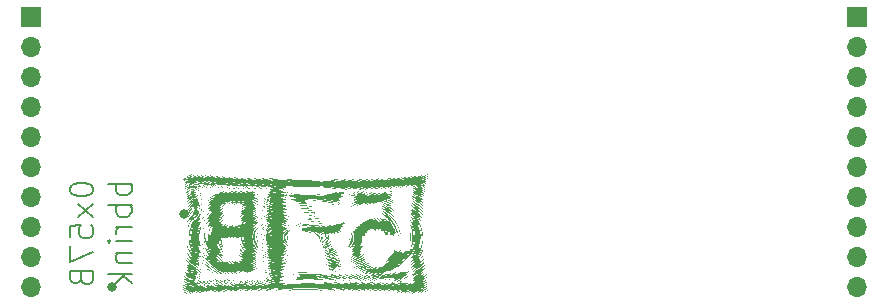
<source format=gbr>
%TF.GenerationSoftware,KiCad,Pcbnew,7.99.0-unknown-70ffd971e3~172~ubuntu22.04.1*%
%TF.CreationDate,2023-07-10T18:43:01-05:00*%
%TF.ProjectId,beepsensors,62656570-7365-46e7-936f-72732e6b6963,-*%
%TF.SameCoordinates,Original*%
%TF.FileFunction,Soldermask,Bot*%
%TF.FilePolarity,Negative*%
%FSLAX46Y46*%
G04 Gerber Fmt 4.6, Leading zero omitted, Abs format (unit mm)*
G04 Created by KiCad (PCBNEW 7.99.0-unknown-70ffd971e3~172~ubuntu22.04.1) date 2023-07-10 18:43:01*
%MOMM*%
%LPD*%
G01*
G04 APERTURE LIST*
%ADD10C,0.200000*%
%ADD11C,0.000000*%
%ADD12R,1.700000X1.700000*%
%ADD13O,1.700000X1.700000*%
%ADD14C,0.800000*%
G04 APERTURE END LIST*
D10*
X131684838Y-100810720D02*
X131684838Y-101001197D01*
X131684838Y-101001197D02*
X131780076Y-101191673D01*
X131780076Y-101191673D02*
X131875314Y-101286911D01*
X131875314Y-101286911D02*
X132065790Y-101382149D01*
X132065790Y-101382149D02*
X132446742Y-101477387D01*
X132446742Y-101477387D02*
X132922933Y-101477387D01*
X132922933Y-101477387D02*
X133303885Y-101382149D01*
X133303885Y-101382149D02*
X133494361Y-101286911D01*
X133494361Y-101286911D02*
X133589600Y-101191673D01*
X133589600Y-101191673D02*
X133684838Y-101001197D01*
X133684838Y-101001197D02*
X133684838Y-100810720D01*
X133684838Y-100810720D02*
X133589600Y-100620244D01*
X133589600Y-100620244D02*
X133494361Y-100525006D01*
X133494361Y-100525006D02*
X133303885Y-100429768D01*
X133303885Y-100429768D02*
X132922933Y-100334530D01*
X132922933Y-100334530D02*
X132446742Y-100334530D01*
X132446742Y-100334530D02*
X132065790Y-100429768D01*
X132065790Y-100429768D02*
X131875314Y-100525006D01*
X131875314Y-100525006D02*
X131780076Y-100620244D01*
X131780076Y-100620244D02*
X131684838Y-100810720D01*
X133684838Y-102144054D02*
X132351504Y-103191673D01*
X132351504Y-102144054D02*
X133684838Y-103191673D01*
X131684838Y-104905959D02*
X131684838Y-103953578D01*
X131684838Y-103953578D02*
X132637219Y-103858340D01*
X132637219Y-103858340D02*
X132541980Y-103953578D01*
X132541980Y-103953578D02*
X132446742Y-104144054D01*
X132446742Y-104144054D02*
X132446742Y-104620245D01*
X132446742Y-104620245D02*
X132541980Y-104810721D01*
X132541980Y-104810721D02*
X132637219Y-104905959D01*
X132637219Y-104905959D02*
X132827695Y-105001197D01*
X132827695Y-105001197D02*
X133303885Y-105001197D01*
X133303885Y-105001197D02*
X133494361Y-104905959D01*
X133494361Y-104905959D02*
X133589600Y-104810721D01*
X133589600Y-104810721D02*
X133684838Y-104620245D01*
X133684838Y-104620245D02*
X133684838Y-104144054D01*
X133684838Y-104144054D02*
X133589600Y-103953578D01*
X133589600Y-103953578D02*
X133494361Y-103858340D01*
X131684838Y-105667864D02*
X131684838Y-107001197D01*
X131684838Y-107001197D02*
X133684838Y-106144054D01*
X132637219Y-108429769D02*
X132732457Y-108715483D01*
X132732457Y-108715483D02*
X132827695Y-108810721D01*
X132827695Y-108810721D02*
X133018171Y-108905959D01*
X133018171Y-108905959D02*
X133303885Y-108905959D01*
X133303885Y-108905959D02*
X133494361Y-108810721D01*
X133494361Y-108810721D02*
X133589600Y-108715483D01*
X133589600Y-108715483D02*
X133684838Y-108525007D01*
X133684838Y-108525007D02*
X133684838Y-107763102D01*
X133684838Y-107763102D02*
X131684838Y-107763102D01*
X131684838Y-107763102D02*
X131684838Y-108429769D01*
X131684838Y-108429769D02*
X131780076Y-108620245D01*
X131780076Y-108620245D02*
X131875314Y-108715483D01*
X131875314Y-108715483D02*
X132065790Y-108810721D01*
X132065790Y-108810721D02*
X132256266Y-108810721D01*
X132256266Y-108810721D02*
X132446742Y-108715483D01*
X132446742Y-108715483D02*
X132541980Y-108620245D01*
X132541980Y-108620245D02*
X132637219Y-108429769D01*
X132637219Y-108429769D02*
X132637219Y-107763102D01*
X136904838Y-100429768D02*
X134904838Y-100429768D01*
X135666742Y-100429768D02*
X135571504Y-100620244D01*
X135571504Y-100620244D02*
X135571504Y-101001197D01*
X135571504Y-101001197D02*
X135666742Y-101191673D01*
X135666742Y-101191673D02*
X135761980Y-101286911D01*
X135761980Y-101286911D02*
X135952457Y-101382149D01*
X135952457Y-101382149D02*
X136523885Y-101382149D01*
X136523885Y-101382149D02*
X136714361Y-101286911D01*
X136714361Y-101286911D02*
X136809600Y-101191673D01*
X136809600Y-101191673D02*
X136904838Y-101001197D01*
X136904838Y-101001197D02*
X136904838Y-100620244D01*
X136904838Y-100620244D02*
X136809600Y-100429768D01*
X136904838Y-102239292D02*
X134904838Y-102239292D01*
X135666742Y-102239292D02*
X135571504Y-102429768D01*
X135571504Y-102429768D02*
X135571504Y-102810721D01*
X135571504Y-102810721D02*
X135666742Y-103001197D01*
X135666742Y-103001197D02*
X135761980Y-103096435D01*
X135761980Y-103096435D02*
X135952457Y-103191673D01*
X135952457Y-103191673D02*
X136523885Y-103191673D01*
X136523885Y-103191673D02*
X136714361Y-103096435D01*
X136714361Y-103096435D02*
X136809600Y-103001197D01*
X136809600Y-103001197D02*
X136904838Y-102810721D01*
X136904838Y-102810721D02*
X136904838Y-102429768D01*
X136904838Y-102429768D02*
X136809600Y-102239292D01*
X136904838Y-104048816D02*
X135571504Y-104048816D01*
X135952457Y-104048816D02*
X135761980Y-104144054D01*
X135761980Y-104144054D02*
X135666742Y-104239292D01*
X135666742Y-104239292D02*
X135571504Y-104429768D01*
X135571504Y-104429768D02*
X135571504Y-104620245D01*
X136904838Y-105286911D02*
X135571504Y-105286911D01*
X134904838Y-105286911D02*
X135000076Y-105191673D01*
X135000076Y-105191673D02*
X135095314Y-105286911D01*
X135095314Y-105286911D02*
X135000076Y-105382149D01*
X135000076Y-105382149D02*
X134904838Y-105286911D01*
X134904838Y-105286911D02*
X135095314Y-105286911D01*
X135571504Y-106239292D02*
X136904838Y-106239292D01*
X135761980Y-106239292D02*
X135666742Y-106334530D01*
X135666742Y-106334530D02*
X135571504Y-106525006D01*
X135571504Y-106525006D02*
X135571504Y-106810721D01*
X135571504Y-106810721D02*
X135666742Y-107001197D01*
X135666742Y-107001197D02*
X135857219Y-107096435D01*
X135857219Y-107096435D02*
X136904838Y-107096435D01*
X136904838Y-108048816D02*
X134904838Y-108048816D01*
X136142933Y-108239292D02*
X136904838Y-108810721D01*
X135571504Y-108810721D02*
X136333409Y-108048816D01*
D11*
%TO.C,G\u002A\u002A\u002A*%
G36*
X142405812Y-103614546D02*
G01*
X142382847Y-103637512D01*
X142359881Y-103614546D01*
X142382847Y-103591580D01*
X142405812Y-103614546D01*
G37*
G36*
X142405812Y-106646011D02*
G01*
X142382847Y-106668976D01*
X142359881Y-106646011D01*
X142382847Y-106623045D01*
X142405812Y-106646011D01*
G37*
G36*
X142589538Y-106829736D02*
G01*
X142566572Y-106852701D01*
X142543606Y-106829736D01*
X142566572Y-106806770D01*
X142589538Y-106829736D01*
G37*
G36*
X145666934Y-102144745D02*
G01*
X145643968Y-102167711D01*
X145621002Y-102144745D01*
X145643968Y-102121779D01*
X145666934Y-102144745D01*
G37*
G36*
X146309972Y-103890134D02*
G01*
X146287006Y-103913099D01*
X146264040Y-103890134D01*
X146287006Y-103867168D01*
X146309972Y-103890134D01*
G37*
G36*
X146080315Y-104027928D02*
G01*
X146057349Y-104050893D01*
X146034384Y-104027928D01*
X146057349Y-104004962D01*
X146080315Y-104027928D01*
G37*
G36*
X148559215Y-104211653D02*
G01*
X148507707Y-104275576D01*
X148445776Y-104337260D01*
X148429786Y-104348563D01*
X148388362Y-104371709D01*
X148376517Y-104367168D01*
X148404250Y-104323949D01*
X148501800Y-104231142D01*
X148556855Y-104183742D01*
X148587280Y-104166345D01*
X148559215Y-104211653D01*
G37*
G36*
X148606536Y-104487240D02*
G01*
X148583570Y-104510206D01*
X148560604Y-104487240D01*
X148583570Y-104464275D01*
X148606536Y-104487240D01*
G37*
G36*
X148606536Y-105405866D02*
G01*
X148583570Y-105428832D01*
X148560604Y-105405866D01*
X148583570Y-105382900D01*
X148606536Y-105405866D01*
G37*
G36*
X148698398Y-105543660D02*
G01*
X148675433Y-105566626D01*
X148652467Y-105543660D01*
X148675433Y-105520694D01*
X148698398Y-105543660D01*
G37*
G36*
X148560604Y-108621056D02*
G01*
X148537639Y-108644022D01*
X148514673Y-108621056D01*
X148537639Y-108598090D01*
X148560604Y-108621056D01*
G37*
G36*
X161972539Y-99618524D02*
G01*
X161949574Y-99641490D01*
X161926608Y-99618524D01*
X161949574Y-99595559D01*
X161972539Y-99618524D01*
G37*
G36*
X162064402Y-99664456D02*
G01*
X162041436Y-99687421D01*
X162018471Y-99664456D01*
X162041436Y-99641490D01*
X162064402Y-99664456D01*
G37*
G36*
X141986090Y-99618789D02*
G01*
X141926238Y-99666740D01*
X141858913Y-99714533D01*
X141817631Y-99728639D01*
X141808706Y-99692778D01*
X141831632Y-99661592D01*
X141912051Y-99626166D01*
X141967505Y-99613036D01*
X141986090Y-99618789D01*
G37*
G36*
X141696532Y-99689488D02*
G01*
X141739809Y-99733352D01*
X141748364Y-99749615D01*
X141745230Y-99779284D01*
X141737155Y-99777217D01*
X141693878Y-99733352D01*
X141685322Y-99717090D01*
X141688456Y-99687421D01*
X141696532Y-99689488D01*
G37*
G36*
X145115758Y-99756318D02*
G01*
X145092793Y-99779284D01*
X145069827Y-99756318D01*
X145092793Y-99733352D01*
X145115758Y-99756318D01*
G37*
G36*
X145421967Y-99794594D02*
G01*
X145429153Y-99808410D01*
X145391346Y-99825215D01*
X145367030Y-99821900D01*
X145360725Y-99794594D01*
X145367457Y-99789097D01*
X145421967Y-99794594D01*
G37*
G36*
X145881280Y-99794594D02*
G01*
X145888465Y-99808410D01*
X145850659Y-99825215D01*
X145826343Y-99821900D01*
X145820038Y-99794594D01*
X145826770Y-99789097D01*
X145881280Y-99794594D01*
G37*
G36*
X146355903Y-99802249D02*
G01*
X146332937Y-99825215D01*
X146309972Y-99802249D01*
X146332937Y-99779284D01*
X146355903Y-99802249D01*
G37*
G36*
X160273082Y-99802249D02*
G01*
X160250116Y-99825215D01*
X160227151Y-99802249D01*
X160250116Y-99779284D01*
X160273082Y-99802249D01*
G37*
G36*
X161742883Y-99669064D02*
G01*
X161829300Y-99699822D01*
X161948311Y-99762505D01*
X161969916Y-99778016D01*
X162008702Y-99816410D01*
X161982038Y-99819254D01*
X161904038Y-99789437D01*
X161788814Y-99729849D01*
X161711945Y-99683718D01*
X161688836Y-99659808D01*
X161742883Y-99669064D01*
G37*
G36*
X141395324Y-99848181D02*
G01*
X141372359Y-99871146D01*
X141349393Y-99848181D01*
X141372359Y-99825215D01*
X141395324Y-99848181D01*
G37*
G36*
X146226721Y-99839770D02*
G01*
X146247981Y-99856303D01*
X146198971Y-99867520D01*
X146152385Y-99864273D01*
X146138686Y-99843396D01*
X146154936Y-99834294D01*
X146226721Y-99839770D01*
G37*
G36*
X146731965Y-99839770D02*
G01*
X146753225Y-99856303D01*
X146704215Y-99867520D01*
X146657629Y-99864273D01*
X146643930Y-99843396D01*
X146660180Y-99834294D01*
X146731965Y-99839770D01*
G37*
G36*
X147283141Y-99839770D02*
G01*
X147304401Y-99856303D01*
X147255390Y-99867520D01*
X147208804Y-99864273D01*
X147195106Y-99843396D01*
X147211356Y-99834294D01*
X147283141Y-99839770D01*
G37*
G36*
X147917566Y-99848181D02*
G01*
X147894601Y-99871146D01*
X147871635Y-99848181D01*
X147894601Y-99825215D01*
X147917566Y-99848181D01*
G37*
G36*
X141257530Y-99894112D02*
G01*
X141234565Y-99917078D01*
X141211599Y-99894112D01*
X141234565Y-99871146D01*
X141257530Y-99894112D01*
G37*
G36*
X148434293Y-99886658D02*
G01*
X148442085Y-99902607D01*
X148376879Y-99909825D01*
X148313695Y-99903423D01*
X148319465Y-99886658D01*
X148340256Y-99880592D01*
X148434293Y-99886658D01*
G37*
G36*
X149249574Y-99894112D02*
G01*
X149226608Y-99917078D01*
X149203642Y-99894112D01*
X149226608Y-99871146D01*
X149249574Y-99894112D01*
G37*
G36*
X158573624Y-99894112D02*
G01*
X158550659Y-99917078D01*
X158527693Y-99894112D01*
X158550659Y-99871146D01*
X158573624Y-99894112D01*
G37*
G36*
X150064854Y-99931347D02*
G01*
X150077886Y-99935641D01*
X150068038Y-99947564D01*
X149984474Y-99952353D01*
X149953311Y-99951909D01*
X149889800Y-99944660D01*
X149904095Y-99931347D01*
X149948362Y-99924204D01*
X150064854Y-99931347D01*
G37*
G36*
X157869345Y-99932388D02*
G01*
X157876530Y-99946203D01*
X157838724Y-99963009D01*
X157814408Y-99959694D01*
X157808103Y-99932388D01*
X157814835Y-99926891D01*
X157869345Y-99932388D01*
G37*
G36*
X151900195Y-99974836D02*
G01*
X151941476Y-99977346D01*
X151975977Y-99982729D01*
X151928465Y-99987077D01*
X151805848Y-99989997D01*
X151615035Y-99991094D01*
X151529124Y-99990934D01*
X151361630Y-99989115D01*
X151263020Y-99985586D01*
X151240953Y-99980743D01*
X151303088Y-99974982D01*
X151445180Y-99969793D01*
X151680846Y-99968668D01*
X151900195Y-99974836D01*
G37*
G36*
X153784414Y-99977110D02*
G01*
X153792311Y-99979383D01*
X153799111Y-99993363D01*
X153727874Y-99999986D01*
X153716997Y-100000049D01*
X153645093Y-99993891D01*
X153646620Y-99978812D01*
X153684361Y-99970386D01*
X153784414Y-99977110D01*
G37*
G36*
X154724009Y-99977564D02*
G01*
X154745269Y-99994097D01*
X154696258Y-100005314D01*
X154649672Y-100002066D01*
X154635974Y-99981190D01*
X154652224Y-99972088D01*
X154724009Y-99977564D01*
G37*
G36*
X155412978Y-99977564D02*
G01*
X155434238Y-99994097D01*
X155385228Y-100005314D01*
X155338641Y-100002066D01*
X155324943Y-99981190D01*
X155341193Y-99972088D01*
X155412978Y-99977564D01*
G37*
G36*
X156056016Y-99977564D02*
G01*
X156077276Y-99994097D01*
X156028266Y-100005314D01*
X155981679Y-100002066D01*
X155967981Y-99981190D01*
X155984231Y-99972088D01*
X156056016Y-99977564D01*
G37*
G36*
X161558664Y-99726459D02*
G01*
X161682673Y-99780755D01*
X161823263Y-99854886D01*
X161890129Y-99894492D01*
X161982309Y-99954763D01*
X162018471Y-99987332D01*
X162016963Y-99989506D01*
X161967374Y-99978722D01*
X161866050Y-99939450D01*
X161738038Y-99883104D01*
X161608384Y-99821095D01*
X161502132Y-99764835D01*
X161444330Y-99725734D01*
X161430846Y-99701386D01*
X161468851Y-99698002D01*
X161558664Y-99726459D01*
G37*
G36*
X141533118Y-99908879D02*
G01*
X141508498Y-99946655D01*
X141429773Y-99998813D01*
X141306157Y-100047670D01*
X141255517Y-100047876D01*
X141283396Y-100008856D01*
X141395324Y-99940043D01*
X141412354Y-99931544D01*
X141498172Y-99900341D01*
X141533118Y-99908879D01*
G37*
G36*
X153028446Y-100021721D02*
G01*
X153043351Y-100023838D01*
X153055592Y-100032079D01*
X152989262Y-100037776D01*
X152855180Y-100039800D01*
X152815938Y-100039608D01*
X152702816Y-100036329D01*
X152663465Y-100029868D01*
X152706927Y-100021351D01*
X152713066Y-100020731D01*
X152876557Y-100014010D01*
X153028446Y-100021721D01*
G37*
G36*
X142130225Y-100445287D02*
G01*
X142107259Y-100468253D01*
X142084293Y-100445287D01*
X142107259Y-100422322D01*
X142130225Y-100445287D01*
G37*
G36*
X142681400Y-100537150D02*
G01*
X142658434Y-100560116D01*
X142635469Y-100537150D01*
X142658434Y-100514184D01*
X142681400Y-100537150D01*
G37*
G36*
X143002919Y-100537150D02*
G01*
X142979953Y-100560116D01*
X142956988Y-100537150D01*
X142979953Y-100514184D01*
X143002919Y-100537150D01*
G37*
G36*
X143370369Y-100537150D02*
G01*
X143347404Y-100560116D01*
X143324438Y-100537150D01*
X143347404Y-100514184D01*
X143370369Y-100537150D01*
G37*
G36*
X143691888Y-100537150D02*
G01*
X143668923Y-100560116D01*
X143645957Y-100537150D01*
X143668923Y-100514184D01*
X143691888Y-100537150D01*
G37*
G36*
X144074583Y-100458367D02*
G01*
X144080343Y-100517358D01*
X144068316Y-100534977D01*
X144028544Y-100554871D01*
X144013407Y-100488508D01*
X144020144Y-100455730D01*
X144060088Y-100445750D01*
X144074583Y-100458367D01*
G37*
G36*
X143600026Y-100583081D02*
G01*
X143577060Y-100606047D01*
X143554095Y-100583081D01*
X143577060Y-100560116D01*
X143600026Y-100583081D01*
G37*
G36*
X143967476Y-100583081D02*
G01*
X143944510Y-100606047D01*
X143921545Y-100583081D01*
X143944510Y-100560116D01*
X143967476Y-100583081D01*
G37*
G36*
X144334926Y-100583081D02*
G01*
X144311961Y-100606047D01*
X144288995Y-100583081D01*
X144311961Y-100560116D01*
X144334926Y-100583081D01*
G37*
G36*
X144702377Y-100583081D02*
G01*
X144679411Y-100606047D01*
X144656445Y-100583081D01*
X144679411Y-100560116D01*
X144702377Y-100583081D01*
G37*
G36*
X143462232Y-100606047D02*
G01*
X143458917Y-100630363D01*
X143431611Y-100636668D01*
X143426114Y-100629936D01*
X143431611Y-100575426D01*
X143445426Y-100568240D01*
X143462232Y-100606047D01*
G37*
G36*
X143763439Y-100562182D02*
G01*
X143806717Y-100606047D01*
X143815272Y-100622309D01*
X143812138Y-100651978D01*
X143804062Y-100649911D01*
X143760785Y-100606047D01*
X143752230Y-100589785D01*
X143755364Y-100560116D01*
X143763439Y-100562182D01*
G37*
G36*
X144130890Y-100562182D02*
G01*
X144174167Y-100606047D01*
X144182722Y-100622309D01*
X144179588Y-100651978D01*
X144171513Y-100649911D01*
X144128236Y-100606047D01*
X144119680Y-100589785D01*
X144122814Y-100560116D01*
X144130890Y-100562182D01*
G37*
G36*
X144498340Y-100562182D02*
G01*
X144541617Y-100606047D01*
X144550172Y-100622309D01*
X144547039Y-100651978D01*
X144538963Y-100649911D01*
X144495686Y-100606047D01*
X144487131Y-100589785D01*
X144490264Y-100560116D01*
X144498340Y-100562182D01*
G37*
G36*
X145345415Y-100629013D02*
G01*
X145322449Y-100651978D01*
X145299483Y-100629013D01*
X145322449Y-100606047D01*
X145345415Y-100629013D01*
G37*
G36*
X141692723Y-100509074D02*
G01*
X141662579Y-100552818D01*
X141574255Y-100610966D01*
X141489446Y-100653674D01*
X141383608Y-100695284D01*
X141345723Y-100692717D01*
X141381501Y-100649151D01*
X141496649Y-100567763D01*
X141522087Y-100552430D01*
X141623890Y-100506246D01*
X141687063Y-100501200D01*
X141692723Y-100509074D01*
G37*
G36*
X142771420Y-100606021D02*
G01*
X142726001Y-100653772D01*
X142699774Y-100669190D01*
X142627825Y-100695447D01*
X142606908Y-100679541D01*
X142655081Y-100628026D01*
X142717902Y-100590850D01*
X142768579Y-100586053D01*
X142771420Y-100606021D01*
G37*
G36*
X144059339Y-100651978D02*
G01*
X144056024Y-100676294D01*
X144028718Y-100682599D01*
X144023221Y-100675867D01*
X144028718Y-100621357D01*
X144042533Y-100614172D01*
X144059339Y-100651978D01*
G37*
G36*
X144426789Y-100651978D02*
G01*
X144423474Y-100676294D01*
X144396168Y-100682599D01*
X144390671Y-100675867D01*
X144396168Y-100621357D01*
X144409983Y-100614172D01*
X144426789Y-100651978D01*
G37*
G36*
X144794239Y-100674944D02*
G01*
X144771274Y-100697909D01*
X144748308Y-100674944D01*
X144771274Y-100651978D01*
X144794239Y-100674944D01*
G37*
G36*
X145141378Y-100608114D02*
G01*
X145184655Y-100651978D01*
X145193210Y-100668240D01*
X145190077Y-100697909D01*
X145182001Y-100695843D01*
X145138724Y-100651978D01*
X145130169Y-100635716D01*
X145133302Y-100606047D01*
X145141378Y-100608114D01*
G37*
G36*
X145621002Y-100674944D02*
G01*
X145598037Y-100697909D01*
X145575071Y-100674944D01*
X145598037Y-100651978D01*
X145621002Y-100674944D01*
G37*
G36*
X146034384Y-100674944D02*
G01*
X146011418Y-100697909D01*
X145988453Y-100674944D01*
X146011418Y-100651978D01*
X146034384Y-100674944D01*
G37*
G36*
X143114380Y-100595701D02*
G01*
X143099355Y-100631241D01*
X143020705Y-100677820D01*
X142947560Y-100709370D01*
X142875628Y-100734597D01*
X142879704Y-100716811D01*
X142955704Y-100654549D01*
X142958131Y-100652697D01*
X143049334Y-100600134D01*
X143111284Y-100593280D01*
X143114380Y-100595701D01*
G37*
G36*
X143370369Y-100646994D02*
G01*
X143358117Y-100673569D01*
X143289990Y-100712179D01*
X143246104Y-100723996D01*
X143198127Y-100738513D01*
X143186644Y-100722491D01*
X143206362Y-100698760D01*
X143278507Y-100651978D01*
X143337563Y-100629251D01*
X143370369Y-100646994D01*
G37*
G36*
X143691610Y-100653404D02*
G01*
X143644627Y-100699704D01*
X143620398Y-100714119D01*
X143549098Y-100742231D01*
X143529751Y-100728555D01*
X143579692Y-100678699D01*
X143641899Y-100642012D01*
X143690486Y-100635265D01*
X143691610Y-100653404D01*
G37*
G36*
X144311636Y-100698436D02*
G01*
X144302637Y-100710482D01*
X144240353Y-100743841D01*
X144214594Y-100741415D01*
X144203764Y-100717449D01*
X144268415Y-100680384D01*
X144304242Y-100672335D01*
X144311636Y-100698436D01*
G37*
G36*
X145437277Y-100697909D02*
G01*
X145433962Y-100722225D01*
X145406656Y-100728530D01*
X145401159Y-100721798D01*
X145406656Y-100667289D01*
X145420472Y-100660103D01*
X145437277Y-100697909D01*
G37*
G36*
X145775265Y-100632875D02*
G01*
X145813845Y-100653495D01*
X145850659Y-100702824D01*
X145849199Y-100722911D01*
X145822659Y-100737594D01*
X145757924Y-100673892D01*
X145746824Y-100660287D01*
X145725679Y-100621098D01*
X145775265Y-100632875D01*
G37*
G36*
X146243729Y-100654045D02*
G01*
X146287006Y-100697909D01*
X146295561Y-100714172D01*
X146292427Y-100743841D01*
X146284352Y-100741774D01*
X146241075Y-100697909D01*
X146232519Y-100681647D01*
X146235653Y-100651978D01*
X146243729Y-100654045D01*
G37*
G36*
X146705045Y-100654092D02*
G01*
X146746319Y-100697909D01*
X146753496Y-100715702D01*
X146726064Y-100743841D01*
X146712732Y-100742076D01*
X146677422Y-100697909D01*
X146677948Y-100687515D01*
X146697677Y-100651978D01*
X146705045Y-100654092D01*
G37*
G36*
X159721906Y-100720875D02*
G01*
X159698941Y-100743841D01*
X159675975Y-100720875D01*
X159698941Y-100697909D01*
X159721906Y-100720875D01*
G37*
G36*
X143957749Y-100670854D02*
G01*
X143901283Y-100718341D01*
X143834735Y-100763515D01*
X143767317Y-100789772D01*
X143738476Y-100783588D01*
X143768342Y-100756410D01*
X143875614Y-100701597D01*
X143942310Y-100670772D01*
X143957749Y-100670854D01*
G37*
G36*
X144151201Y-100766806D02*
G01*
X144128236Y-100789772D01*
X144105270Y-100766806D01*
X144128236Y-100743841D01*
X144151201Y-100766806D01*
G37*
G36*
X144678398Y-100699218D02*
G01*
X144605700Y-100739943D01*
X144530637Y-100767451D01*
X144457644Y-100783755D01*
X144456247Y-100765533D01*
X144534195Y-100715442D01*
X144541756Y-100711409D01*
X144636739Y-100672218D01*
X144690140Y-100670363D01*
X144678398Y-100699218D01*
G37*
G36*
X145092793Y-100704366D02*
G01*
X145000930Y-100743841D01*
X144938638Y-100766070D01*
X144840170Y-100785840D01*
X144828538Y-100786193D01*
X144794451Y-100779262D01*
X144840170Y-100743841D01*
X144888171Y-100721512D01*
X145000930Y-100701841D01*
X145092793Y-100704366D01*
G37*
G36*
X146585559Y-100741130D02*
G01*
X146583794Y-100754462D01*
X146539628Y-100789772D01*
X146529233Y-100789245D01*
X146493697Y-100769517D01*
X146495810Y-100762149D01*
X146539628Y-100720875D01*
X146557420Y-100713698D01*
X146585559Y-100741130D01*
G37*
G36*
X148112270Y-100699244D02*
G01*
X148147223Y-100743841D01*
X148145888Y-100754819D01*
X148101292Y-100789772D01*
X148090313Y-100788437D01*
X148055360Y-100743841D01*
X148056695Y-100732862D01*
X148101292Y-100697909D01*
X148112270Y-100699244D01*
G37*
G36*
X142576383Y-100620007D02*
G01*
X142567989Y-100662789D01*
X142592293Y-100722578D01*
X142605232Y-100733718D01*
X142610542Y-100792946D01*
X142603237Y-100803592D01*
X142561150Y-100835703D01*
X142554868Y-100832713D01*
X142566572Y-100789772D01*
X142573749Y-100771980D01*
X142546317Y-100743841D01*
X142543207Y-100743746D01*
X142502895Y-100708182D01*
X142506079Y-100638420D01*
X142551412Y-100578257D01*
X142582055Y-100569376D01*
X142576383Y-100620007D01*
G37*
G36*
X144748308Y-100812738D02*
G01*
X144725342Y-100835703D01*
X144702377Y-100812738D01*
X144725342Y-100789772D01*
X144748308Y-100812738D01*
G37*
G36*
X145299483Y-100738857D02*
G01*
X145287231Y-100765431D01*
X145219104Y-100804042D01*
X145143813Y-100822428D01*
X145075667Y-100830871D01*
X145093285Y-100806636D01*
X145196138Y-100748446D01*
X145265773Y-100723014D01*
X145299483Y-100738857D01*
G37*
G36*
X146126246Y-100738857D02*
G01*
X146113994Y-100765431D01*
X146045867Y-100804042D01*
X146002246Y-100813683D01*
X145896590Y-100826749D01*
X145892085Y-100826855D01*
X145850688Y-100823654D01*
X145896590Y-100802905D01*
X145940691Y-100785065D01*
X146045867Y-100736018D01*
X146094031Y-100718401D01*
X146126246Y-100738857D01*
G37*
G36*
X146422152Y-100794056D02*
G01*
X146406609Y-100810478D01*
X146330226Y-100835703D01*
X146277385Y-100829815D01*
X146276365Y-100806987D01*
X146355966Y-100776447D01*
X146407456Y-100770582D01*
X146422152Y-100794056D01*
G37*
G36*
X147044872Y-100743035D02*
G01*
X147022169Y-100772569D01*
X146941527Y-100803288D01*
X146911717Y-100808921D01*
X146776693Y-100829634D01*
X146728382Y-100826552D01*
X146767708Y-100800687D01*
X146895595Y-100753049D01*
X146914880Y-100746881D01*
X147007281Y-100729019D01*
X147044872Y-100743035D01*
G37*
G36*
X147591181Y-100733368D02*
G01*
X147545207Y-100762086D01*
X147517302Y-100771055D01*
X147412322Y-100805472D01*
X147364934Y-100817141D01*
X147251563Y-100829005D01*
X147232186Y-100824642D01*
X147264855Y-100801756D01*
X147364560Y-100765730D01*
X147429612Y-100746775D01*
X147537740Y-100722450D01*
X147589307Y-100721790D01*
X147591181Y-100733368D01*
G37*
G36*
X147953641Y-100755328D02*
G01*
X147917566Y-100789772D01*
X147877824Y-100810083D01*
X147779773Y-100831772D01*
X147750971Y-100821098D01*
X147802738Y-100789772D01*
X147834709Y-100776726D01*
X147920247Y-100750979D01*
X147953641Y-100755328D01*
G37*
G36*
X148361569Y-100805082D02*
G01*
X148368755Y-100818898D01*
X148330948Y-100835703D01*
X148306632Y-100832389D01*
X148300327Y-100805082D01*
X148307059Y-100799585D01*
X148361569Y-100805082D01*
G37*
G36*
X148560604Y-100787061D02*
G01*
X148558839Y-100800394D01*
X148514673Y-100835703D01*
X148504279Y-100835177D01*
X148468742Y-100815448D01*
X148470855Y-100808081D01*
X148514673Y-100766806D01*
X148532465Y-100759629D01*
X148560604Y-100787061D01*
G37*
G36*
X151520086Y-100753763D02*
G01*
X151800997Y-100755368D01*
X152084935Y-100758057D01*
X152358608Y-100761744D01*
X152608725Y-100766347D01*
X152821997Y-100771781D01*
X152985131Y-100777963D01*
X153084836Y-100784808D01*
X153105987Y-100787881D01*
X153098187Y-100794470D01*
X153010382Y-100799389D01*
X152851039Y-100802518D01*
X152628621Y-100803734D01*
X152351592Y-100802917D01*
X152028416Y-100799946D01*
X151950723Y-100798998D01*
X151612549Y-100794305D01*
X151305138Y-100789152D01*
X151040710Y-100783808D01*
X150831484Y-100778538D01*
X150689678Y-100773610D01*
X150627512Y-100769292D01*
X150626113Y-100764924D01*
X150692526Y-100759854D01*
X150828421Y-100756287D01*
X151020507Y-100754139D01*
X151255492Y-100753326D01*
X151520086Y-100753763D01*
G37*
G36*
X141395324Y-100858669D02*
G01*
X141372359Y-100881635D01*
X141349393Y-100858669D01*
X141372359Y-100835703D01*
X141395324Y-100858669D01*
G37*
G36*
X145712865Y-100736580D02*
G01*
X145712131Y-100740773D01*
X145663965Y-100781737D01*
X145563588Y-100824370D01*
X145486281Y-100848139D01*
X145371716Y-100876005D01*
X145342298Y-100870012D01*
X145399047Y-100832962D01*
X145542982Y-100767658D01*
X145583296Y-100751957D01*
X145675885Y-100727248D01*
X145712865Y-100736580D01*
G37*
G36*
X145804727Y-100858669D02*
G01*
X145781762Y-100881635D01*
X145758796Y-100858669D01*
X145781762Y-100835703D01*
X145804727Y-100858669D01*
G37*
G36*
X146218109Y-100858669D02*
G01*
X146195143Y-100881635D01*
X146172178Y-100858669D01*
X146195143Y-100835703D01*
X146218109Y-100858669D01*
G37*
G36*
X146662111Y-100851014D02*
G01*
X146669297Y-100864829D01*
X146631491Y-100881635D01*
X146607175Y-100878320D01*
X146600870Y-100851014D01*
X146607602Y-100845517D01*
X146662111Y-100851014D01*
G37*
G36*
X147121424Y-100851014D02*
G01*
X147128610Y-100864829D01*
X147090803Y-100881635D01*
X147066487Y-100878320D01*
X147060183Y-100851014D01*
X147066915Y-100845517D01*
X147121424Y-100851014D01*
G37*
G36*
X147626668Y-100851014D02*
G01*
X147633854Y-100864829D01*
X147596048Y-100881635D01*
X147571732Y-100878320D01*
X147565427Y-100851014D01*
X147572159Y-100845517D01*
X147626668Y-100851014D01*
G37*
G36*
X148201766Y-100850258D02*
G01*
X148223026Y-100866791D01*
X148174016Y-100878008D01*
X148127430Y-100874761D01*
X148113731Y-100853884D01*
X148129981Y-100844783D01*
X148201766Y-100850258D01*
G37*
G36*
X151970467Y-100849149D02*
G01*
X151993067Y-100855155D01*
X151979572Y-100865529D01*
X151890623Y-100870051D01*
X151841965Y-100869458D01*
X151776005Y-100862492D01*
X151786742Y-100850076D01*
X151850787Y-100841754D01*
X151970467Y-100849149D01*
G37*
G36*
X153623993Y-100849149D02*
G01*
X153646594Y-100855155D01*
X153633099Y-100865529D01*
X153544149Y-100870051D01*
X153495491Y-100869458D01*
X153429531Y-100862492D01*
X153440268Y-100850076D01*
X153504313Y-100841754D01*
X153623993Y-100849149D01*
G37*
G36*
X158252105Y-100858669D02*
G01*
X158229140Y-100881635D01*
X158206174Y-100858669D01*
X158229140Y-100835703D01*
X158252105Y-100858669D01*
G37*
G36*
X142387504Y-100837817D02*
G01*
X142428778Y-100881635D01*
X142435955Y-100899427D01*
X142408523Y-100927566D01*
X142395191Y-100925801D01*
X142359881Y-100881635D01*
X142360408Y-100871240D01*
X142380136Y-100835703D01*
X142387504Y-100837817D01*
G37*
G36*
X142727331Y-100904600D02*
G01*
X142704366Y-100927566D01*
X142681400Y-100904600D01*
X142704366Y-100881635D01*
X142727331Y-100904600D01*
G37*
G36*
X152819857Y-100895736D02*
G01*
X152827754Y-100898009D01*
X152834554Y-100911988D01*
X152763317Y-100918612D01*
X152752440Y-100918675D01*
X152680536Y-100912516D01*
X152682063Y-100897438D01*
X152719804Y-100889012D01*
X152819857Y-100895736D01*
G37*
G36*
X153946048Y-100897146D02*
G01*
X153953839Y-100913095D01*
X153888633Y-100920314D01*
X153825449Y-100913911D01*
X153831219Y-100897146D01*
X153852010Y-100891080D01*
X153946048Y-100897146D01*
G37*
G36*
X154678077Y-100896190D02*
G01*
X154699337Y-100912722D01*
X154650327Y-100923940D01*
X154603741Y-100920692D01*
X154590042Y-100899816D01*
X154606292Y-100890714D01*
X154678077Y-100896190D01*
G37*
G36*
X155297193Y-100896945D02*
G01*
X155304379Y-100910760D01*
X155266572Y-100927566D01*
X155242256Y-100924251D01*
X155235951Y-100896945D01*
X155242683Y-100891448D01*
X155297193Y-100896945D01*
G37*
G36*
X157195686Y-100904600D02*
G01*
X157172720Y-100927566D01*
X157149755Y-100904600D01*
X157172720Y-100881635D01*
X157195686Y-100904600D01*
G37*
G36*
X157609067Y-100904600D02*
G01*
X157586102Y-100927566D01*
X157563136Y-100904600D01*
X157586102Y-100881635D01*
X157609067Y-100904600D01*
G37*
G36*
X148489060Y-100931849D02*
G01*
X148473517Y-100948272D01*
X148397134Y-100973497D01*
X148344293Y-100967609D01*
X148343273Y-100944781D01*
X148422874Y-100914241D01*
X148474364Y-100908376D01*
X148489060Y-100931849D01*
G37*
G36*
X155174709Y-100950532D02*
G01*
X155151744Y-100973497D01*
X155128778Y-100950532D01*
X155151744Y-100927566D01*
X155174709Y-100950532D01*
G37*
G36*
X155679953Y-100950532D02*
G01*
X155656988Y-100973497D01*
X155634022Y-100950532D01*
X155656988Y-100927566D01*
X155679953Y-100950532D01*
G37*
G36*
X142497675Y-100996463D02*
G01*
X142474709Y-101019428D01*
X142451744Y-100996463D01*
X142474709Y-100973497D01*
X142497675Y-100996463D01*
G37*
G36*
X142608862Y-100931172D02*
G01*
X142612503Y-100973497D01*
X142603076Y-100987243D01*
X142563861Y-101019428D01*
X142559277Y-101018234D01*
X142543606Y-100973497D01*
X142545475Y-100960908D01*
X142592248Y-100927566D01*
X142608862Y-100931172D01*
G37*
G36*
X145621002Y-100996463D02*
G01*
X145598037Y-101019428D01*
X145575071Y-100996463D01*
X145598037Y-100973497D01*
X145621002Y-100996463D01*
G37*
G36*
X146891768Y-100988808D02*
G01*
X146898954Y-101002623D01*
X146861147Y-101019428D01*
X146836831Y-101016114D01*
X146830526Y-100988808D01*
X146837258Y-100983311D01*
X146891768Y-100988808D01*
G37*
G36*
X147351081Y-100988808D02*
G01*
X147358266Y-101002623D01*
X147320460Y-101019428D01*
X147296144Y-101016114D01*
X147289839Y-100988808D01*
X147296571Y-100983311D01*
X147351081Y-100988808D01*
G37*
G36*
X148606536Y-100996463D02*
G01*
X148583570Y-101019428D01*
X148560604Y-100996463D01*
X148583570Y-100973497D01*
X148606536Y-100996463D01*
G37*
G36*
X150214131Y-100996463D02*
G01*
X150191165Y-101019428D01*
X150168199Y-100996463D01*
X150191165Y-100973497D01*
X150214131Y-100996463D01*
G37*
G36*
X155834395Y-100884755D02*
G01*
X155842861Y-100924090D01*
X155842202Y-100952092D01*
X155897565Y-100990349D01*
X155914179Y-100995306D01*
X155946770Y-101008655D01*
X155890450Y-101005308D01*
X155848670Y-100993991D01*
X155792823Y-100951028D01*
X155776336Y-100903848D01*
X155816630Y-100881635D01*
X155834395Y-100884755D01*
G37*
G36*
X159109489Y-100988808D02*
G01*
X159116675Y-101002623D01*
X159078868Y-101019428D01*
X159054553Y-101016114D01*
X159048248Y-100988808D01*
X159054980Y-100983311D01*
X159109489Y-100988808D01*
G37*
G36*
X148468742Y-101042394D02*
G01*
X148445776Y-101065360D01*
X148422811Y-101042394D01*
X148445776Y-101019428D01*
X148468742Y-101042394D01*
G37*
G36*
X154892970Y-100987632D02*
G01*
X155013950Y-101019428D01*
X155057619Y-101039302D01*
X155067293Y-101055672D01*
X154990984Y-101058903D01*
X154905273Y-101051225D01*
X154784293Y-101019428D01*
X154740624Y-100999555D01*
X154730950Y-100983185D01*
X154807259Y-100979954D01*
X154892970Y-100987632D01*
G37*
G36*
X156552648Y-101042394D02*
G01*
X156529682Y-101065360D01*
X156506717Y-101042394D01*
X156529682Y-101019428D01*
X156552648Y-101042394D01*
G37*
G36*
X148361569Y-101080670D02*
G01*
X148368755Y-101094485D01*
X148330948Y-101111291D01*
X148306632Y-101107976D01*
X148300327Y-101080670D01*
X148307059Y-101075173D01*
X148361569Y-101080670D01*
G37*
G36*
X150498331Y-101079915D02*
G01*
X150519591Y-101096447D01*
X150470580Y-101107665D01*
X150423994Y-101104417D01*
X150410296Y-101083541D01*
X150426545Y-101074439D01*
X150498331Y-101079915D01*
G37*
G36*
X155679953Y-101088325D02*
G01*
X155656988Y-101111291D01*
X155634022Y-101088325D01*
X155656988Y-101065360D01*
X155679953Y-101088325D01*
G37*
G36*
X156690442Y-101088325D02*
G01*
X156667476Y-101111291D01*
X156644510Y-101088325D01*
X156667476Y-101065360D01*
X156690442Y-101088325D01*
G37*
G36*
X150132890Y-101067125D02*
G01*
X150168199Y-101111291D01*
X150167673Y-101121686D01*
X150147944Y-101157222D01*
X150140577Y-101155109D01*
X150099302Y-101111291D01*
X150092126Y-101093499D01*
X150119557Y-101065360D01*
X150132890Y-101067125D01*
G37*
G36*
X155588091Y-101134257D02*
G01*
X155565125Y-101157222D01*
X155542160Y-101134257D01*
X155565125Y-101111291D01*
X155588091Y-101134257D01*
G37*
G36*
X157241617Y-101134257D02*
G01*
X157218651Y-101157222D01*
X157195686Y-101134257D01*
X157218651Y-101111291D01*
X157241617Y-101134257D01*
G37*
G36*
X141844405Y-100935297D02*
G01*
X141838248Y-100950165D01*
X141775488Y-101018967D01*
X141670912Y-101095479D01*
X141580393Y-101148859D01*
X141475923Y-101197396D01*
X141441255Y-101187974D01*
X141460030Y-101168206D01*
X141535559Y-101107555D01*
X141649197Y-101023463D01*
X141739009Y-100964257D01*
X141818692Y-100925911D01*
X141844405Y-100935297D01*
G37*
G36*
X142641328Y-101122774D02*
G01*
X142599288Y-101171765D01*
X142560948Y-101203154D01*
X142552888Y-101202399D01*
X142552578Y-101172474D01*
X142623986Y-101105432D01*
X142657266Y-101079774D01*
X142681051Y-101068368D01*
X142641328Y-101122774D01*
G37*
G36*
X147641979Y-101180188D02*
G01*
X147619013Y-101203154D01*
X147596048Y-101180188D01*
X147619013Y-101157222D01*
X147641979Y-101180188D01*
G37*
G36*
X148422811Y-101180188D02*
G01*
X148399845Y-101203154D01*
X148376879Y-101180188D01*
X148399845Y-101157222D01*
X148422811Y-101180188D01*
G37*
G36*
X153796771Y-101180188D02*
G01*
X153773805Y-101203154D01*
X153750840Y-101180188D01*
X153773805Y-101157222D01*
X153796771Y-101180188D01*
G37*
G36*
X155312503Y-101180188D02*
G01*
X155289538Y-101203154D01*
X155266572Y-101180188D01*
X155289538Y-101157222D01*
X155312503Y-101180188D01*
G37*
G36*
X155450297Y-101180188D02*
G01*
X155427331Y-101203154D01*
X155404366Y-101180188D01*
X155427331Y-101157222D01*
X155450297Y-101180188D01*
G37*
G36*
X157746861Y-101180188D02*
G01*
X157723896Y-101203154D01*
X157700930Y-101180188D01*
X157723896Y-101157222D01*
X157746861Y-101180188D01*
G37*
G36*
X158904385Y-101054612D02*
G01*
X159017120Y-101105940D01*
X159036882Y-101116475D01*
X159134986Y-101175007D01*
X159151642Y-101198498D01*
X159090576Y-101185272D01*
X158955513Y-101133654D01*
X158919183Y-101117561D01*
X158835747Y-101070027D01*
X158814860Y-101038470D01*
X158828348Y-101035007D01*
X158904385Y-101054612D01*
G37*
G36*
X142773263Y-101226119D02*
G01*
X142750297Y-101249085D01*
X142727331Y-101226119D01*
X142750297Y-101203154D01*
X142773263Y-101226119D01*
G37*
G36*
X148315638Y-101218464D02*
G01*
X148322823Y-101232279D01*
X148285017Y-101249085D01*
X148260701Y-101245770D01*
X148254396Y-101218464D01*
X148261128Y-101212967D01*
X148315638Y-101218464D01*
G37*
G36*
X150971997Y-101172665D02*
G01*
X150696409Y-101203154D01*
X150570536Y-101217455D01*
X150446213Y-101232518D01*
X150383662Y-101241363D01*
X150371559Y-101240777D01*
X150374890Y-101203154D01*
X150420041Y-101182893D01*
X150534089Y-101167776D01*
X150687637Y-101164944D01*
X150971997Y-101172665D01*
G37*
G36*
X155220641Y-101272050D02*
G01*
X155197675Y-101295016D01*
X155174709Y-101272050D01*
X155197675Y-101249085D01*
X155220641Y-101272050D01*
G37*
G36*
X155863679Y-101110332D02*
G01*
X155846019Y-101139858D01*
X155771816Y-101180188D01*
X155717862Y-101205534D01*
X155679953Y-101252180D01*
X155678642Y-101262333D01*
X155634022Y-101295016D01*
X155624791Y-101294734D01*
X155588355Y-101271129D01*
X155624680Y-101218137D01*
X155726175Y-101147876D01*
X155745327Y-101137374D01*
X155829496Y-101103000D01*
X155863679Y-101110332D01*
G37*
G36*
X147626668Y-101310327D02*
G01*
X147633854Y-101324142D01*
X147596048Y-101340947D01*
X147571732Y-101337633D01*
X147565427Y-101310327D01*
X147572159Y-101304829D01*
X147626668Y-101310327D01*
G37*
G36*
X148376879Y-101317982D02*
G01*
X148353914Y-101340947D01*
X148330948Y-101317982D01*
X148353914Y-101295016D01*
X148376879Y-101317982D01*
G37*
G36*
X152258073Y-101268303D02*
G01*
X151569104Y-101295016D01*
X151466033Y-101299024D01*
X151218730Y-101308731D01*
X151002097Y-101317359D01*
X150836509Y-101324090D01*
X150742340Y-101328110D01*
X150676448Y-101329830D01*
X150646869Y-101321441D01*
X150696409Y-101295016D01*
X150730710Y-101287084D01*
X150851926Y-101275436D01*
X151036431Y-101266878D01*
X151266192Y-101262133D01*
X151523172Y-101261922D01*
X152258073Y-101268303D01*
G37*
G36*
X155860680Y-101275664D02*
G01*
X155816008Y-101317694D01*
X155753238Y-101339161D01*
X155725885Y-101300373D01*
X155744524Y-101271375D01*
X155820372Y-101235090D01*
X155841425Y-101229879D01*
X155887594Y-101229746D01*
X155860680Y-101275664D01*
G37*
G36*
X158713257Y-101123711D02*
G01*
X158822134Y-101158828D01*
X158951588Y-101226199D01*
X159013172Y-101266388D01*
X159059940Y-101308495D01*
X159030402Y-101313294D01*
X158929293Y-101281129D01*
X158761350Y-101212346D01*
X158701182Y-101184230D01*
X158647696Y-101144953D01*
X158676001Y-101122772D01*
X158713257Y-101123711D01*
G37*
G36*
X141844902Y-101117355D02*
G01*
X141838419Y-101132957D01*
X141775294Y-101203444D01*
X141670912Y-101281925D01*
X141601286Y-101325913D01*
X141524372Y-101371829D01*
X141493102Y-101382622D01*
X141487187Y-101367773D01*
X141500425Y-101350217D01*
X141567654Y-101288315D01*
X141672660Y-101201769D01*
X141745881Y-101148162D01*
X141821123Y-101107456D01*
X141844902Y-101117355D01*
G37*
G36*
X148239085Y-101363913D02*
G01*
X148216120Y-101386879D01*
X148193154Y-101363913D01*
X148216120Y-101340947D01*
X148239085Y-101363913D01*
G37*
G36*
X142746655Y-101390485D02*
G01*
X142750297Y-101432810D01*
X142740870Y-101446556D01*
X142701655Y-101478741D01*
X142697071Y-101477547D01*
X142681400Y-101432810D01*
X142683269Y-101420221D01*
X142730042Y-101386879D01*
X142746655Y-101390485D01*
G37*
G36*
X147596048Y-101455776D02*
G01*
X147573082Y-101478741D01*
X147550116Y-101455776D01*
X147573082Y-101432810D01*
X147596048Y-101455776D01*
G37*
G36*
X148330948Y-101455776D02*
G01*
X148307982Y-101478741D01*
X148285017Y-101455776D01*
X148307982Y-101432810D01*
X148330948Y-101455776D01*
G37*
G36*
X155434987Y-101448120D02*
G01*
X155442172Y-101461936D01*
X155404366Y-101478741D01*
X155380050Y-101475427D01*
X155373745Y-101448120D01*
X155380477Y-101442623D01*
X155434987Y-101448120D01*
G37*
G36*
X148223775Y-101494052D02*
G01*
X148230961Y-101507867D01*
X148193154Y-101524673D01*
X148168838Y-101521358D01*
X148162533Y-101494052D01*
X148169265Y-101488555D01*
X148223775Y-101494052D01*
G37*
G36*
X159124800Y-101501707D02*
G01*
X159101834Y-101524673D01*
X159078868Y-101501707D01*
X159101834Y-101478741D01*
X159124800Y-101501707D01*
G37*
G36*
X143600026Y-101547638D02*
G01*
X143577060Y-101570604D01*
X143554095Y-101547638D01*
X143577060Y-101524673D01*
X143600026Y-101547638D01*
G37*
G36*
X141825086Y-101358830D02*
G01*
X141766313Y-101420525D01*
X141659303Y-101495325D01*
X141548589Y-101561641D01*
X141476227Y-101602362D01*
X141446815Y-101612475D01*
X141441255Y-101601257D01*
X141447167Y-101587077D01*
X141503124Y-101530903D01*
X141596296Y-101459275D01*
X141699656Y-101390663D01*
X141786180Y-101343537D01*
X141828841Y-101336367D01*
X141825086Y-101358830D01*
G37*
G36*
X155450297Y-101593569D02*
G01*
X155427331Y-101616535D01*
X155404366Y-101593569D01*
X155427331Y-101570604D01*
X155450297Y-101593569D01*
G37*
G36*
X148259404Y-101620819D02*
G01*
X148243861Y-101637241D01*
X148167478Y-101662466D01*
X148114637Y-101656578D01*
X148113617Y-101633750D01*
X148193218Y-101603210D01*
X148244707Y-101597346D01*
X148259404Y-101620819D01*
G37*
G36*
X142733190Y-101628018D02*
G01*
X142691151Y-101677009D01*
X142652810Y-101708398D01*
X142644751Y-101707644D01*
X142644440Y-101677718D01*
X142715849Y-101610676D01*
X142749129Y-101585018D01*
X142772914Y-101573613D01*
X142733190Y-101628018D01*
G37*
G36*
X142841834Y-101754855D02*
G01*
X142832836Y-101766901D01*
X142770552Y-101800260D01*
X142744793Y-101797835D01*
X142733963Y-101773868D01*
X142798614Y-101736804D01*
X142834441Y-101728754D01*
X142841834Y-101754855D01*
G37*
G36*
X148275850Y-101717934D02*
G01*
X148239085Y-101754329D01*
X148199740Y-101775984D01*
X148124257Y-101798854D01*
X148110458Y-101790724D01*
X148147223Y-101754329D01*
X148186569Y-101732674D01*
X148262051Y-101709804D01*
X148275850Y-101717934D01*
G37*
G36*
X155618712Y-101769639D02*
G01*
X155625898Y-101783455D01*
X155588091Y-101800260D01*
X155563775Y-101796946D01*
X155557470Y-101769639D01*
X155564202Y-101764142D01*
X155618712Y-101769639D01*
G37*
G36*
X142681400Y-101823226D02*
G01*
X142658434Y-101846192D01*
X142635469Y-101823226D01*
X142658434Y-101800260D01*
X142681400Y-101823226D01*
G37*
G36*
X148213472Y-101896406D02*
G01*
X148197929Y-101912828D01*
X148121547Y-101938054D01*
X148068705Y-101932166D01*
X148067685Y-101909338D01*
X148147286Y-101878798D01*
X148198776Y-101872933D01*
X148213472Y-101896406D01*
G37*
G36*
X154899122Y-101915088D02*
G01*
X154876156Y-101938054D01*
X154853190Y-101915088D01*
X154876156Y-101892123D01*
X154899122Y-101915088D01*
G37*
G36*
X142108197Y-101498788D02*
G01*
X142089902Y-101510867D01*
X142020366Y-101572865D01*
X142031983Y-101606754D01*
X142034296Y-101607734D01*
X142026182Y-101639501D01*
X142025143Y-101643570D01*
X141950911Y-101713502D01*
X141824354Y-101805330D01*
X141815981Y-101810889D01*
X141681354Y-101897874D01*
X141579938Y-101959148D01*
X141533118Y-101981754D01*
X141532065Y-101980733D01*
X141561963Y-101942915D01*
X141642950Y-101861699D01*
X141760039Y-101752244D01*
X141879091Y-101639501D01*
X141946500Y-101639501D01*
X141969465Y-101662466D01*
X141992431Y-101639501D01*
X141969465Y-101616535D01*
X141946500Y-101639501D01*
X141879091Y-101639501D01*
X141894192Y-101625200D01*
X141958086Y-101551681D01*
X141948916Y-101533599D01*
X141866446Y-101570529D01*
X141710440Y-101662042D01*
X141613516Y-101719858D01*
X141522378Y-101769306D01*
X141487187Y-101781147D01*
X141487192Y-101781018D01*
X141520459Y-101744113D01*
X141606254Y-101665997D01*
X141726215Y-101563398D01*
X141737985Y-101553609D01*
X141803228Y-101501707D01*
X141854637Y-101501707D01*
X141877603Y-101524673D01*
X141900568Y-101501707D01*
X141888546Y-101489684D01*
X142011363Y-101489684D01*
X142014255Y-101501707D01*
X142019419Y-101523172D01*
X142063216Y-101475685D01*
X142072414Y-101457167D01*
X142071601Y-101404808D01*
X142056328Y-101403773D01*
X142022512Y-101453795D01*
X142011363Y-101489684D01*
X141888546Y-101489684D01*
X141877603Y-101478741D01*
X141854637Y-101501707D01*
X141803228Y-101501707D01*
X141847583Y-101466422D01*
X141916477Y-101418968D01*
X141930195Y-101421327D01*
X141918027Y-101448591D01*
X141932306Y-101478383D01*
X141971601Y-101447684D01*
X142022584Y-101363498D01*
X142047855Y-101290286D01*
X142034067Y-101274705D01*
X142007533Y-101285735D01*
X141996776Y-101253503D01*
X142039425Y-101155236D01*
X142047791Y-101139187D01*
X142062284Y-101088095D01*
X142016723Y-101094172D01*
X141984650Y-101113002D01*
X141970478Y-101158861D01*
X141975682Y-101174100D01*
X141946500Y-101226119D01*
X141930695Y-101241172D01*
X141929881Y-101305287D01*
X141939368Y-101328059D01*
X141906916Y-101321905D01*
X141887153Y-101302452D01*
X141886627Y-101234483D01*
X141904408Y-101192438D01*
X141921825Y-101088380D01*
X141934347Y-101036257D01*
X141982335Y-101008408D01*
X141984957Y-101008852D01*
X142066691Y-100995287D01*
X142177543Y-100949814D01*
X142253822Y-100913244D01*
X142302778Y-100906401D01*
X142313950Y-100946257D01*
X142296579Y-100990848D01*
X142222087Y-101042394D01*
X142168153Y-101067954D01*
X142130225Y-101115566D01*
X142131072Y-101120053D01*
X142175119Y-101125038D01*
X142265412Y-101089673D01*
X142369306Y-101050776D01*
X142428882Y-101065528D01*
X142433152Y-101089098D01*
X142385558Y-101111291D01*
X142351379Y-101116519D01*
X142313950Y-101154127D01*
X142296317Y-101184883D01*
X142222087Y-101226119D01*
X142168143Y-101251577D01*
X142130225Y-101298728D01*
X142133559Y-101306133D01*
X142188977Y-101307699D01*
X142290984Y-101275011D01*
X142323544Y-101262311D01*
X142414999Y-101239125D01*
X142451744Y-101251429D01*
X142450851Y-101260296D01*
X142409093Y-101295016D01*
X142378917Y-101303130D01*
X142305748Y-101353026D01*
X142302719Y-101355872D01*
X142219567Y-101422065D01*
X142168613Y-101457167D01*
X142108197Y-101498788D01*
G37*
G36*
X142846546Y-101930957D02*
G01*
X142832367Y-101951361D01*
X142793518Y-101983985D01*
X142787097Y-101983538D01*
X142776981Y-101956950D01*
X142826291Y-101910702D01*
X142851959Y-101899527D01*
X142846546Y-101930957D01*
G37*
G36*
X152748963Y-101952609D02*
G01*
X152770223Y-101969142D01*
X152721213Y-101980359D01*
X152674627Y-101977112D01*
X152660928Y-101956235D01*
X152677178Y-101947133D01*
X152748963Y-101952609D01*
G37*
G36*
X147596048Y-102006951D02*
G01*
X147573082Y-102029917D01*
X147550116Y-102006951D01*
X147573082Y-101983985D01*
X147596048Y-102006951D01*
G37*
G36*
X148530632Y-101681765D02*
G01*
X148528736Y-101694210D01*
X148505719Y-101711771D01*
X148499202Y-101780262D01*
X148504636Y-101813142D01*
X148470945Y-101846192D01*
X148450562Y-101851472D01*
X148448950Y-101897258D01*
X148456192Y-101928217D01*
X148417212Y-101988417D01*
X148376538Y-102013779D01*
X148336848Y-102022345D01*
X148303596Y-101976889D01*
X148292649Y-101952441D01*
X148320677Y-101954672D01*
X148341965Y-101962890D01*
X148399382Y-101938803D01*
X148406800Y-101920363D01*
X148379590Y-101892123D01*
X148366258Y-101890358D01*
X148330948Y-101846192D01*
X148332033Y-101834940D01*
X148365397Y-101805699D01*
X148409641Y-101809877D01*
X148450686Y-101792278D01*
X148407883Y-101742846D01*
X148370358Y-101712409D01*
X148372763Y-101688508D01*
X148456518Y-101679760D01*
X148459155Y-101679646D01*
X148530632Y-101681765D01*
G37*
G36*
X153187307Y-101998087D02*
G01*
X153195204Y-102000360D01*
X153202005Y-102014339D01*
X153130767Y-102020962D01*
X153119890Y-102021026D01*
X153047986Y-102014867D01*
X153049513Y-101999789D01*
X153087255Y-101991363D01*
X153187307Y-101998087D01*
G37*
G36*
X154481089Y-101935433D02*
G01*
X154438479Y-101985779D01*
X154354819Y-102026324D01*
X154327571Y-102014660D01*
X154369818Y-101955552D01*
X154423534Y-101915701D01*
X154475114Y-101912118D01*
X154481089Y-101935433D01*
G37*
G36*
X154669465Y-101983985D02*
G01*
X154666150Y-102008301D01*
X154638844Y-102014606D01*
X154633347Y-102007874D01*
X154638844Y-101953365D01*
X154652660Y-101946179D01*
X154669465Y-101983985D01*
G37*
G36*
X154807259Y-102006951D02*
G01*
X154784293Y-102029917D01*
X154761328Y-102006951D01*
X154784293Y-101983985D01*
X154807259Y-102006951D01*
G37*
G36*
X148193154Y-102031358D02*
G01*
X148185393Y-102051811D01*
X148124257Y-102075848D01*
X148092867Y-102073853D01*
X148055360Y-102057796D01*
X148063822Y-102045908D01*
X148124257Y-102013307D01*
X148159486Y-102006086D01*
X148193154Y-102031358D01*
G37*
G36*
X153508826Y-102044018D02*
G01*
X153516723Y-102046291D01*
X153523524Y-102060271D01*
X153452286Y-102066894D01*
X153441409Y-102066957D01*
X153369505Y-102060799D01*
X153371032Y-102045720D01*
X153408774Y-102037294D01*
X153508826Y-102044018D01*
G37*
G36*
X154531671Y-102052882D02*
G01*
X154508706Y-102075848D01*
X154485740Y-102052882D01*
X154508706Y-102029917D01*
X154531671Y-102052882D01*
G37*
G36*
X158068380Y-102052882D02*
G01*
X158045415Y-102075848D01*
X158022449Y-102052882D01*
X158045415Y-102029917D01*
X158068380Y-102052882D01*
G37*
G36*
X158743225Y-101776455D02*
G01*
X158867838Y-101853026D01*
X159022159Y-101972381D01*
X159034805Y-101983029D01*
X159090185Y-102032310D01*
X159090975Y-102045044D01*
X159027807Y-102020074D01*
X158891316Y-101956247D01*
X158773473Y-101893448D01*
X158673354Y-101823794D01*
X158634866Y-101773406D01*
X158661321Y-101749349D01*
X158743225Y-101776455D01*
G37*
G36*
X153759452Y-102090403D02*
G01*
X153780712Y-102106936D01*
X153731702Y-102118153D01*
X153685115Y-102114905D01*
X153671417Y-102094029D01*
X153687667Y-102084927D01*
X153759452Y-102090403D01*
G37*
G36*
X152425379Y-101820724D02*
G01*
X152609515Y-101827993D01*
X152761289Y-101836833D01*
X153054634Y-101862566D01*
X153363886Y-101898013D01*
X153642969Y-101938259D01*
X153856782Y-101973149D01*
X154037330Y-102001909D01*
X154165283Y-102021507D01*
X154221635Y-102028964D01*
X154225379Y-102029296D01*
X154256084Y-102068435D01*
X154241946Y-102075555D01*
X154157606Y-102074084D01*
X154014177Y-102056648D01*
X153831219Y-102025237D01*
X153745868Y-102009550D01*
X153479029Y-101966294D01*
X153188679Y-101925547D01*
X152924076Y-101894412D01*
X152906763Y-101892649D01*
X152619568Y-101863078D01*
X152419993Y-101841562D01*
X152304413Y-101827334D01*
X152269201Y-101819629D01*
X152310732Y-101817681D01*
X152425379Y-101820724D01*
G37*
G36*
X142887766Y-102122305D02*
G01*
X142878767Y-102134352D01*
X142816483Y-102167711D01*
X142790724Y-102165285D01*
X142779894Y-102141318D01*
X142844545Y-102104254D01*
X142880373Y-102096205D01*
X142887766Y-102122305D01*
G37*
G36*
X147626668Y-102137090D02*
G01*
X147633854Y-102150905D01*
X147596048Y-102167711D01*
X147571732Y-102164396D01*
X147565427Y-102137090D01*
X147572159Y-102131593D01*
X147626668Y-102137090D01*
G37*
G36*
X151258436Y-102134751D02*
G01*
X151290419Y-102142906D01*
X151259937Y-102151136D01*
X151155722Y-102154574D01*
X151070476Y-102153070D01*
X151010297Y-102146136D01*
X151028779Y-102135378D01*
X151122599Y-102127195D01*
X151258436Y-102134751D01*
G37*
G36*
X153989108Y-102136334D02*
G01*
X154010368Y-102152867D01*
X153961358Y-102164084D01*
X153914772Y-102160837D01*
X153901073Y-102139960D01*
X153917323Y-102130859D01*
X153989108Y-102136334D01*
G37*
G36*
X154439809Y-102144745D02*
G01*
X154416843Y-102167711D01*
X154393878Y-102144745D01*
X154416843Y-102121779D01*
X154439809Y-102144745D01*
G37*
G36*
X148193154Y-102169152D02*
G01*
X148185393Y-102189604D01*
X148124257Y-102213642D01*
X148092867Y-102211647D01*
X148055360Y-102195590D01*
X148063822Y-102183702D01*
X148124257Y-102151101D01*
X148159486Y-102143880D01*
X148193154Y-102169152D01*
G37*
G36*
X154221635Y-102183222D02*
G01*
X154229427Y-102199171D01*
X154164221Y-102206390D01*
X154101037Y-102199987D01*
X154106807Y-102183222D01*
X154127598Y-102177156D01*
X154221635Y-102183222D01*
G37*
G36*
X142130225Y-102236607D02*
G01*
X142107259Y-102259573D01*
X142084293Y-102236607D01*
X142107259Y-102213642D01*
X142130225Y-102236607D01*
G37*
G36*
X155660035Y-102057029D02*
G01*
X155782784Y-102092513D01*
X155913115Y-102138319D01*
X156020434Y-102184161D01*
X156074148Y-102219756D01*
X156072385Y-102248632D01*
X155995742Y-102238867D01*
X155920352Y-102215133D01*
X155792341Y-102167209D01*
X155671441Y-102115260D01*
X155584121Y-102070928D01*
X155556846Y-102045851D01*
X155575461Y-102042152D01*
X155660035Y-102057029D01*
G37*
G36*
X156460785Y-102236607D02*
G01*
X156437820Y-102259573D01*
X156414854Y-102236607D01*
X156437820Y-102213642D01*
X156460785Y-102236607D01*
G37*
G36*
X158068380Y-102236607D02*
G01*
X158045415Y-102259573D01*
X158022449Y-102236607D01*
X158045415Y-102213642D01*
X158068380Y-102236607D01*
G37*
G36*
X158855449Y-102036985D02*
G01*
X158931784Y-102092098D01*
X159039957Y-102173457D01*
X159101834Y-102224453D01*
X159094647Y-102231238D01*
X159024389Y-102204535D01*
X158904904Y-102148033D01*
X158794734Y-102096945D01*
X158683740Y-102055623D01*
X158627123Y-102048205D01*
X158604610Y-102053836D01*
X158530778Y-102031823D01*
X158523740Y-102027275D01*
X158512252Y-102006951D01*
X158573624Y-102006951D01*
X158596590Y-102029917D01*
X158619556Y-102006951D01*
X158596590Y-101983985D01*
X158573624Y-102006951D01*
X158512252Y-102006951D01*
X158502288Y-101989322D01*
X158562173Y-101944183D01*
X158572786Y-101938807D01*
X158642635Y-101924407D01*
X158728014Y-101954335D01*
X158809141Y-102006951D01*
X158855449Y-102036985D01*
G37*
G36*
X147641979Y-102282539D02*
G01*
X147619013Y-102305504D01*
X147596048Y-102282539D01*
X147619013Y-102259573D01*
X147641979Y-102282539D01*
G37*
G36*
X151920186Y-102181485D02*
G01*
X151890267Y-102198363D01*
X151798760Y-102231458D01*
X151792574Y-102233561D01*
X151645806Y-102265264D01*
X151444732Y-102286668D01*
X151224619Y-102293935D01*
X151072430Y-102292862D01*
X150959957Y-102290243D01*
X150928781Y-102284856D01*
X150973028Y-102275254D01*
X151086825Y-102259991D01*
X151230221Y-102242867D01*
X151449316Y-102218833D01*
X151660966Y-102197514D01*
X151761583Y-102188086D01*
X151880097Y-102178751D01*
X151920186Y-102181485D01*
G37*
G36*
X155634022Y-102194316D02*
G01*
X155719592Y-102221436D01*
X155817747Y-102263732D01*
X155827034Y-102269027D01*
X155863548Y-102297001D01*
X155817747Y-102302480D01*
X155741294Y-102284198D01*
X155634022Y-102233064D01*
X155519194Y-102163878D01*
X155634022Y-102194316D01*
G37*
G36*
X148193154Y-102306946D02*
G01*
X148185393Y-102327398D01*
X148124257Y-102351436D01*
X148092867Y-102349440D01*
X148055360Y-102333384D01*
X148063822Y-102321496D01*
X148124257Y-102288894D01*
X148159486Y-102281674D01*
X148193154Y-102306946D01*
G37*
G36*
X152131130Y-102318476D02*
G01*
X152163113Y-102326631D01*
X152132631Y-102334861D01*
X152028416Y-102338299D01*
X151943170Y-102336795D01*
X151882991Y-102329861D01*
X151901474Y-102319103D01*
X151995294Y-102310920D01*
X152131130Y-102318476D01*
G37*
G36*
X155572780Y-102320815D02*
G01*
X155579966Y-102334630D01*
X155542160Y-102351436D01*
X155517844Y-102348121D01*
X155511539Y-102320815D01*
X155518271Y-102315318D01*
X155572780Y-102320815D01*
G37*
G36*
X160762908Y-101274907D02*
G01*
X160883632Y-101337980D01*
X161019351Y-101405240D01*
X161132034Y-101449215D01*
X161190211Y-101456701D01*
X161236474Y-101467804D01*
X161331874Y-101526747D01*
X161452355Y-101621044D01*
X161479384Y-101644171D01*
X161621276Y-101767730D01*
X161698086Y-101841175D01*
X161707217Y-101864845D01*
X161646072Y-101839077D01*
X161512055Y-101764212D01*
X161302570Y-101640587D01*
X161280022Y-101629369D01*
X161279274Y-101646608D01*
X161336413Y-101712174D01*
X161444330Y-101817213D01*
X161453437Y-101825701D01*
X161594236Y-101962470D01*
X161664603Y-102043660D01*
X161664487Y-102068482D01*
X161593838Y-102036148D01*
X161452605Y-101945871D01*
X161323266Y-101860126D01*
X161220244Y-101798599D01*
X161187971Y-101792484D01*
X161225022Y-101841790D01*
X161329973Y-101946524D01*
X161424466Y-102039112D01*
X161544876Y-102162987D01*
X161628526Y-102256038D01*
X161637328Y-102267138D01*
X161647025Y-102295571D01*
X161588532Y-102264872D01*
X161463122Y-102175658D01*
X161308344Y-102064194D01*
X161201027Y-101998424D01*
X161157388Y-101991238D01*
X161174771Y-102041400D01*
X161176105Y-102044471D01*
X161147346Y-102031299D01*
X161069161Y-101975329D01*
X160959320Y-101890540D01*
X160835593Y-101790912D01*
X160715752Y-101690425D01*
X160617566Y-101603058D01*
X160608791Y-101592607D01*
X160634406Y-101595432D01*
X160709410Y-101629398D01*
X160812676Y-101683646D01*
X160923071Y-101747319D01*
X161019465Y-101809560D01*
X161036369Y-101821348D01*
X161122396Y-101875584D01*
X161143950Y-101876580D01*
X161105634Y-101830145D01*
X161012050Y-101742085D01*
X160867804Y-101618210D01*
X160829273Y-101585907D01*
X160712516Y-101484491D01*
X160637479Y-101413571D01*
X160618936Y-101386879D01*
X160620174Y-101386983D01*
X160676307Y-101410799D01*
X160787611Y-101468264D01*
X160931357Y-101547681D01*
X161214673Y-101708483D01*
X161034788Y-101559164D01*
X160892268Y-101440076D01*
X160762431Y-101327884D01*
X160699478Y-101265719D01*
X160700581Y-101249440D01*
X160762908Y-101274907D01*
G37*
G36*
X142012937Y-101789079D02*
G01*
X142016400Y-101880640D01*
X142020898Y-101972463D01*
X142045619Y-102032108D01*
X142038270Y-102062312D01*
X141974027Y-102132701D01*
X141865280Y-102224399D01*
X141861072Y-102227631D01*
X141710994Y-102336829D01*
X141627134Y-102384518D01*
X141610780Y-102371616D01*
X141663219Y-102299041D01*
X141785740Y-102167711D01*
X141901437Y-102045827D01*
X141963271Y-101967200D01*
X141954773Y-101947485D01*
X141875529Y-101986095D01*
X141725119Y-102082442D01*
X141510152Y-102226831D01*
X141738082Y-101990580D01*
X141748430Y-101979884D01*
X141862842Y-101865840D01*
X141951191Y-101785023D01*
X141995094Y-101754329D01*
X142012937Y-101789079D01*
G37*
G36*
X142890795Y-102325936D02*
G01*
X142842836Y-102363165D01*
X142787694Y-102395187D01*
X142773263Y-102376017D01*
X142798315Y-102349980D01*
X142876608Y-102304587D01*
X142933387Y-102277698D01*
X142949971Y-102276491D01*
X142890795Y-102325936D01*
G37*
G36*
X148009429Y-102374401D02*
G01*
X147986463Y-102397367D01*
X147963498Y-102374401D01*
X147986463Y-102351436D01*
X148009429Y-102374401D01*
G37*
G36*
X151419827Y-102364952D02*
G01*
X151443095Y-102372113D01*
X151415824Y-102381274D01*
X151316481Y-102384857D01*
X151249077Y-102383517D01*
X151191370Y-102376310D01*
X151213136Y-102364952D01*
X151285984Y-102357353D01*
X151419827Y-102364952D01*
G37*
G36*
X158068380Y-102420333D02*
G01*
X158045415Y-102443298D01*
X158022449Y-102420333D01*
X158045415Y-102397367D01*
X158068380Y-102420333D01*
G37*
G36*
X148193154Y-102443298D02*
G01*
X148189839Y-102467614D01*
X148162533Y-102473919D01*
X148157036Y-102467187D01*
X148162533Y-102412677D01*
X148176349Y-102405492D01*
X148193154Y-102443298D01*
G37*
G36*
X156803545Y-101369824D02*
G01*
X156912746Y-101402189D01*
X156974376Y-101420455D01*
X157091387Y-101452133D01*
X157112806Y-101455776D01*
X157137841Y-101460034D01*
X157136897Y-101457240D01*
X157081402Y-101428661D01*
X156949835Y-101374546D01*
X156750846Y-101298232D01*
X156493083Y-101203058D01*
X156185198Y-101092362D01*
X156094690Y-101059000D01*
X156037974Y-101033794D01*
X156051705Y-101030612D01*
X156125713Y-101046861D01*
X156249827Y-101079952D01*
X156413877Y-101127294D01*
X156607694Y-101186295D01*
X156821106Y-101254364D01*
X157014208Y-101315794D01*
X157212703Y-101374150D01*
X157343190Y-101406378D01*
X157401724Y-101412266D01*
X157384355Y-101391600D01*
X157287136Y-101344167D01*
X157106120Y-101269754D01*
X157071758Y-101256153D01*
X156926972Y-101195795D01*
X156828833Y-101149803D01*
X156796983Y-101127233D01*
X156828696Y-101131149D01*
X156931976Y-101158880D01*
X157088765Y-101206880D01*
X157280599Y-101269710D01*
X157320573Y-101283034D01*
X157509679Y-101341578D01*
X157643505Y-101375743D01*
X157715387Y-101385551D01*
X157718663Y-101371021D01*
X157646669Y-101332176D01*
X157492740Y-101269037D01*
X157411661Y-101236977D01*
X157319067Y-101194323D01*
X157304151Y-101176647D01*
X157359896Y-101183816D01*
X157479281Y-101215695D01*
X157655290Y-101272149D01*
X157690396Y-101284073D01*
X157872532Y-101344655D01*
X157977325Y-101375316D01*
X158012773Y-101376780D01*
X157986872Y-101349771D01*
X157907621Y-101295016D01*
X157898573Y-101289004D01*
X157816744Y-101230060D01*
X157807272Y-101208154D01*
X157874419Y-101222435D01*
X158022449Y-101272050D01*
X158029009Y-101274362D01*
X158173437Y-101322371D01*
X158239239Y-101334863D01*
X158232734Y-101310785D01*
X158160243Y-101249083D01*
X158045415Y-101159261D01*
X158205871Y-101204173D01*
X158287149Y-101225701D01*
X158395192Y-101245100D01*
X158421831Y-101229575D01*
X158369638Y-101178727D01*
X158314704Y-101133205D01*
X158313740Y-101115401D01*
X158382303Y-101131112D01*
X158528361Y-101180424D01*
X158652541Y-101230478D01*
X158793744Y-101299091D01*
X158916500Y-101368981D01*
X158998863Y-101427542D01*
X159018888Y-101462169D01*
X158997717Y-101462806D01*
X158911842Y-101438405D01*
X158786816Y-101389665D01*
X158708139Y-101357219D01*
X158611402Y-101322279D01*
X158573624Y-101316288D01*
X158573810Y-101317063D01*
X158614673Y-101350650D01*
X158713149Y-101416690D01*
X158849212Y-101501707D01*
X158859418Y-101507919D01*
X158993507Y-101591912D01*
X159088640Y-101655817D01*
X159124800Y-101686230D01*
X159096009Y-101681388D01*
X159004063Y-101647387D01*
X158870868Y-101591042D01*
X158859945Y-101586218D01*
X158693396Y-101515552D01*
X158608270Y-101486981D01*
X158604198Y-101501294D01*
X158680808Y-101559282D01*
X158803675Y-101639501D01*
X158837729Y-101661735D01*
X158859711Y-101675754D01*
X158994092Y-101764980D01*
X159088900Y-101833965D01*
X159124800Y-101868764D01*
X159102317Y-101868056D01*
X159018419Y-101835799D01*
X158893729Y-101776578D01*
X158770988Y-101719781D01*
X158659016Y-101689606D01*
X158583692Y-101705510D01*
X158545780Y-101734045D01*
X158554486Y-101752932D01*
X158577316Y-101761302D01*
X158604245Y-101823226D01*
X158601194Y-101851136D01*
X158562825Y-101891108D01*
X158508154Y-101851736D01*
X158471161Y-101821607D01*
X158379132Y-101785123D01*
X158323399Y-101771922D01*
X158304482Y-101777597D01*
X158364230Y-101825510D01*
X158428749Y-101867139D01*
X158493251Y-101892123D01*
X158506732Y-101896229D01*
X158503185Y-101940550D01*
X158466084Y-101961722D01*
X158374163Y-101925134D01*
X158371121Y-101923188D01*
X158270272Y-101870547D01*
X158172891Y-101836365D01*
X158105478Y-101827635D01*
X158094533Y-101851348D01*
X158113394Y-101871601D01*
X158198343Y-101929180D01*
X158320125Y-101994584D01*
X158449830Y-102054054D01*
X158558548Y-102093833D01*
X158617371Y-102100164D01*
X158624408Y-102098833D01*
X158690328Y-102124557D01*
X158724538Y-102144745D01*
X158798831Y-102188586D01*
X158926709Y-102275389D01*
X159050756Y-102369431D01*
X159147765Y-102455181D01*
X159150927Y-102460434D01*
X159112136Y-102448201D01*
X159014062Y-102400759D01*
X158872178Y-102325396D01*
X158831637Y-102303398D01*
X158685003Y-102229806D01*
X158614376Y-102207358D01*
X158619556Y-102235983D01*
X158626190Y-102245760D01*
X158607859Y-102251120D01*
X158530671Y-102211380D01*
X158426205Y-102144745D01*
X158481762Y-102144745D01*
X158504727Y-102167711D01*
X158527693Y-102144745D01*
X158504727Y-102121779D01*
X158481762Y-102144745D01*
X158426205Y-102144745D01*
X158407424Y-102132765D01*
X158377366Y-102112742D01*
X158217243Y-102015376D01*
X158074706Y-101942525D01*
X157964842Y-101900218D01*
X157902738Y-101894485D01*
X157903481Y-101931355D01*
X157912934Y-101972212D01*
X157854134Y-101978163D01*
X157717601Y-101935661D01*
X157633077Y-101905771D01*
X157620775Y-101917081D01*
X157675799Y-101981592D01*
X157723900Y-102038343D01*
X157733052Y-102069502D01*
X157677236Y-102058433D01*
X157547255Y-102006951D01*
X157437786Y-101963314D01*
X157362412Y-101942343D01*
X157361804Y-101963773D01*
X157431737Y-102028389D01*
X157466477Y-102057859D01*
X157511394Y-102103161D01*
X157496395Y-102113578D01*
X157413093Y-102089192D01*
X157253100Y-102030081D01*
X157193390Y-102007988D01*
X157068526Y-101968259D01*
X157017645Y-101963548D01*
X157044795Y-101992832D01*
X157154023Y-102055090D01*
X157247498Y-102111345D01*
X157272482Y-102146006D01*
X157220964Y-102145824D01*
X157099393Y-102104919D01*
X157012963Y-102070374D01*
X156866293Y-102018496D01*
X156796869Y-102006355D01*
X156806534Y-102033981D01*
X156897132Y-102101406D01*
X156961085Y-102146054D01*
X157008762Y-102187997D01*
X156988995Y-102190768D01*
X156988587Y-102190624D01*
X156749727Y-102106677D01*
X156585043Y-102050324D01*
X156482414Y-102017716D01*
X156429724Y-102005001D01*
X156414854Y-102008328D01*
X156420548Y-102016272D01*
X156481296Y-102058681D01*
X156587096Y-102118652D01*
X156600505Y-102125764D01*
X156703482Y-102184934D01*
X156722213Y-102207808D01*
X156656643Y-102194406D01*
X156506717Y-102144745D01*
X156382502Y-102104047D01*
X156275144Y-102080660D01*
X156246983Y-102096316D01*
X156300026Y-102150956D01*
X156352391Y-102193565D01*
X156355978Y-102211126D01*
X156277060Y-102193269D01*
X156244044Y-102183949D01*
X156122697Y-102143924D01*
X155973467Y-102089596D01*
X155819244Y-102029970D01*
X155682919Y-101974054D01*
X155587383Y-101930854D01*
X155555527Y-101909376D01*
X155580558Y-101909055D01*
X155673383Y-101925906D01*
X155808400Y-101958554D01*
X155874521Y-101975408D01*
X155999055Y-102001112D01*
X156039348Y-101997764D01*
X155994041Y-101966628D01*
X155861773Y-101908967D01*
X155854588Y-101906075D01*
X155734625Y-101849377D01*
X155702317Y-101816138D01*
X155755307Y-101811749D01*
X155891237Y-101841598D01*
X156001075Y-101868794D01*
X156071253Y-101876447D01*
X156062328Y-101856658D01*
X155977620Y-101813645D01*
X155820449Y-101751627D01*
X155683447Y-101699052D01*
X155586246Y-101656469D01*
X155554498Y-101634818D01*
X155590027Y-101635817D01*
X155692599Y-101655342D01*
X155836120Y-101690025D01*
X155876634Y-101700434D01*
X156034330Y-101735841D01*
X156106555Y-101742378D01*
X156093921Y-101722456D01*
X155997040Y-101678486D01*
X155889775Y-101639501D01*
X158527693Y-101639501D01*
X158550659Y-101662466D01*
X158573624Y-101639501D01*
X158550659Y-101616535D01*
X158527693Y-101639501D01*
X155889775Y-101639501D01*
X155816524Y-101612878D01*
X155787952Y-101603036D01*
X155625717Y-101540641D01*
X155551838Y-101500172D01*
X155564755Y-101485281D01*
X155662909Y-101499617D01*
X155844739Y-101546832D01*
X156007456Y-101590876D01*
X156098731Y-101608377D01*
X156112401Y-101599777D01*
X156052659Y-101568532D01*
X155923699Y-101518103D01*
X155740937Y-101455776D01*
X156047404Y-101455776D01*
X156070369Y-101478741D01*
X156093335Y-101455776D01*
X156690442Y-101455776D01*
X156713407Y-101478741D01*
X156736373Y-101455776D01*
X156713407Y-101432810D01*
X156690442Y-101455776D01*
X156093335Y-101455776D01*
X156070369Y-101432810D01*
X156047404Y-101455776D01*
X155740937Y-101455776D01*
X155729712Y-101451948D01*
X155625724Y-101417664D01*
X155603248Y-101409844D01*
X156139266Y-101409844D01*
X156162232Y-101432810D01*
X156179038Y-101416004D01*
X156560772Y-101416004D01*
X156598579Y-101432810D01*
X156622895Y-101429495D01*
X156629200Y-101402189D01*
X156622468Y-101396692D01*
X156567958Y-101402189D01*
X156563976Y-101409844D01*
X156560772Y-101416004D01*
X156179038Y-101416004D01*
X156185198Y-101409844D01*
X156162232Y-101386879D01*
X156139266Y-101409844D01*
X155603248Y-101409844D01*
X155471105Y-101363869D01*
X155367556Y-101323973D01*
X155333370Y-101304770D01*
X155333949Y-101304369D01*
X155386602Y-101307976D01*
X155503143Y-101328894D01*
X155659582Y-101362850D01*
X155789122Y-101389706D01*
X155941606Y-101406817D01*
X156016082Y-101390641D01*
X156020844Y-101370073D01*
X156422979Y-101370073D01*
X156460785Y-101386879D01*
X156485101Y-101383564D01*
X156491406Y-101356258D01*
X156484674Y-101350761D01*
X156430164Y-101356258D01*
X156422979Y-101370073D01*
X156020844Y-101370073D01*
X156022203Y-101364201D01*
X155950675Y-101369892D01*
X155887546Y-101382360D01*
X155870713Y-101373044D01*
X155931258Y-101320377D01*
X156004178Y-101278983D01*
X156084801Y-101271233D01*
X156153753Y-101292125D01*
X156269844Y-101318452D01*
X156301305Y-101321334D01*
X156278984Y-101303888D01*
X156185198Y-101266037D01*
X156067129Y-101221915D01*
X155980806Y-101184088D01*
X155951879Y-101158007D01*
X155963714Y-101133739D01*
X155966681Y-101132550D01*
X156030275Y-101141629D01*
X156160974Y-101174315D01*
X156341713Y-101226040D01*
X156555432Y-101292232D01*
X156595635Y-101305061D01*
X156759994Y-101356258D01*
X156803545Y-101369824D01*
G37*
G36*
X142984340Y-102482133D02*
G01*
X142970161Y-102502537D01*
X142931311Y-102535161D01*
X142924890Y-102534714D01*
X142914775Y-102508126D01*
X142964085Y-102461878D01*
X142989753Y-102450702D01*
X142984340Y-102482133D01*
G37*
G36*
X148078001Y-102489756D02*
G01*
X148069002Y-102501802D01*
X148006718Y-102535161D01*
X147980959Y-102532736D01*
X147970129Y-102508769D01*
X148034780Y-102471704D01*
X148070608Y-102463655D01*
X148078001Y-102489756D01*
G37*
G36*
X151920006Y-102416111D02*
G01*
X152083844Y-102430333D01*
X152395867Y-102466264D01*
X152051382Y-102492437D01*
X151860524Y-102504522D01*
X151607780Y-102515683D01*
X151385378Y-102520849D01*
X151063859Y-102523088D01*
X151371815Y-102487190D01*
X151529760Y-102465754D01*
X151659231Y-102442351D01*
X151725795Y-102422847D01*
X151791247Y-102413458D01*
X151920006Y-102416111D01*
G37*
G36*
X152200659Y-102550673D02*
G01*
X152208450Y-102566622D01*
X152143245Y-102573840D01*
X152080060Y-102567437D01*
X152085831Y-102550673D01*
X152106621Y-102544606D01*
X152200659Y-102550673D01*
G37*
G36*
X160716575Y-101831529D02*
G01*
X160824147Y-101894384D01*
X161004172Y-102012298D01*
X161041255Y-102036141D01*
X161138108Y-102087480D01*
X161191562Y-102098904D01*
X161196186Y-102098318D01*
X161251397Y-102131678D01*
X161348350Y-102214010D01*
X161469390Y-102330592D01*
X161499546Y-102361279D01*
X161622092Y-102491232D01*
X161676903Y-102560410D01*
X161664287Y-102568163D01*
X161584551Y-102513842D01*
X161438003Y-102396800D01*
X161327754Y-102312556D01*
X161224714Y-102248524D01*
X161166740Y-102231020D01*
X161157223Y-102231113D01*
X161123186Y-102213267D01*
X161145776Y-102190676D01*
X161122811Y-102167711D01*
X161099845Y-102190676D01*
X161121611Y-102212441D01*
X161088050Y-102194846D01*
X160977648Y-102112201D01*
X160845066Y-101997033D01*
X160818493Y-101972351D01*
X160714756Y-101870609D01*
X160680447Y-101823637D01*
X160716575Y-101831529D01*
G37*
G36*
X148172843Y-102537228D02*
G01*
X148216120Y-102581092D01*
X148224675Y-102597354D01*
X148221541Y-102627023D01*
X148213466Y-102624957D01*
X148170189Y-102581092D01*
X148161633Y-102564830D01*
X148164767Y-102535161D01*
X148172843Y-102537228D01*
G37*
G36*
X151603552Y-102594608D02*
G01*
X151626820Y-102601769D01*
X151599549Y-102610930D01*
X151500207Y-102614513D01*
X151432802Y-102613174D01*
X151375095Y-102605967D01*
X151396861Y-102594608D01*
X151469709Y-102587009D01*
X151603552Y-102594608D01*
G37*
G36*
X148078001Y-102627549D02*
G01*
X148069002Y-102639596D01*
X148006718Y-102672955D01*
X147980959Y-102670529D01*
X147970129Y-102646563D01*
X148034780Y-102609498D01*
X148070608Y-102601449D01*
X148078001Y-102627549D01*
G37*
G36*
X152097313Y-102658858D02*
G01*
X152245186Y-102673807D01*
X152362838Y-102689639D01*
X152415005Y-102702008D01*
X152413758Y-102709941D01*
X152356242Y-102716926D01*
X152249837Y-102714841D01*
X152122174Y-102705384D01*
X152000881Y-102690257D01*
X151913588Y-102671157D01*
X151910542Y-102670117D01*
X151888211Y-102653245D01*
X151952015Y-102649389D01*
X152097313Y-102658858D01*
G37*
G36*
X158569260Y-102333851D02*
G01*
X158585204Y-102376618D01*
X158581904Y-102388385D01*
X158630231Y-102356451D01*
X158672028Y-102332936D01*
X158729231Y-102336793D01*
X158811685Y-102385700D01*
X158940267Y-102488553D01*
X159053378Y-102586028D01*
X159138274Y-102664817D01*
X159170731Y-102702908D01*
X159170236Y-102706846D01*
X159155243Y-102709246D01*
X159108467Y-102685016D01*
X159015295Y-102625646D01*
X158861115Y-102522628D01*
X158787678Y-102477285D01*
X158681071Y-102427536D01*
X158619161Y-102420576D01*
X158585797Y-102420200D01*
X158494402Y-102378937D01*
X158419208Y-102328470D01*
X158481762Y-102328470D01*
X158504727Y-102351436D01*
X158527693Y-102328470D01*
X158504727Y-102305504D01*
X158481762Y-102328470D01*
X158419208Y-102328470D01*
X158377602Y-102300546D01*
X158289155Y-102232386D01*
X158178834Y-102144962D01*
X158129756Y-102100023D01*
X158133890Y-102089506D01*
X158183208Y-102105350D01*
X158230808Y-102124629D01*
X158370786Y-102193500D01*
X158490696Y-102268026D01*
X158562838Y-102328470D01*
X158569260Y-102333851D01*
G37*
G36*
X142844125Y-102565743D02*
G01*
X142841579Y-102623166D01*
X142803709Y-102707403D01*
X142786015Y-102731781D01*
X142741962Y-102764817D01*
X142736164Y-102754875D01*
X142767240Y-102703177D01*
X142790138Y-102667234D01*
X142792774Y-102615914D01*
X142786773Y-102605615D01*
X142812106Y-102562507D01*
X142844125Y-102565743D01*
G37*
G36*
X148239085Y-102741852D02*
G01*
X148216120Y-102764817D01*
X148193154Y-102741852D01*
X148216120Y-102718886D01*
X148239085Y-102741852D01*
G37*
G36*
X151695415Y-102732402D02*
G01*
X151718682Y-102739563D01*
X151691412Y-102748724D01*
X151592069Y-102752307D01*
X151524665Y-102750967D01*
X151466958Y-102743761D01*
X151488724Y-102732402D01*
X151561572Y-102724803D01*
X151695415Y-102732402D01*
G37*
G36*
X143031618Y-102685208D02*
G01*
X143001998Y-102742962D01*
X142964470Y-102779572D01*
X142922878Y-102791949D01*
X142915696Y-102758677D01*
X142951081Y-102701654D01*
X143011254Y-102672955D01*
X143031618Y-102685208D01*
G37*
G36*
X148330948Y-102787783D02*
G01*
X148307982Y-102810749D01*
X148285017Y-102787783D01*
X148307982Y-102764817D01*
X148330948Y-102787783D01*
G37*
G36*
X150152889Y-102780128D02*
G01*
X150160075Y-102793943D01*
X150122268Y-102810749D01*
X150097952Y-102807434D01*
X150091647Y-102780128D01*
X150098379Y-102774631D01*
X150152889Y-102780128D01*
G37*
G36*
X148101292Y-102759833D02*
G01*
X148089040Y-102786408D01*
X148020912Y-102825018D01*
X147977026Y-102836835D01*
X147929049Y-102851352D01*
X147917566Y-102835330D01*
X147937284Y-102811599D01*
X148009429Y-102764817D01*
X148068486Y-102742090D01*
X148101292Y-102759833D01*
G37*
G36*
X152374491Y-102806422D02*
G01*
X152579592Y-102846615D01*
X152329266Y-102851647D01*
X152233439Y-102851317D01*
X152134564Y-102838790D01*
X152124166Y-102811455D01*
X152130352Y-102806363D01*
X152219974Y-102788724D01*
X152374491Y-102806422D01*
G37*
G36*
X148218774Y-102812815D02*
G01*
X148262051Y-102856680D01*
X148270606Y-102872942D01*
X148267473Y-102902611D01*
X148259397Y-102900544D01*
X148216120Y-102856680D01*
X148207565Y-102840418D01*
X148210698Y-102810749D01*
X148218774Y-102812815D01*
G37*
G36*
X151668364Y-102813433D02*
G01*
X151792124Y-102822422D01*
X151906283Y-102837014D01*
X151982485Y-102855539D01*
X151997976Y-102871927D01*
X151935793Y-102877346D01*
X151798760Y-102868935D01*
X151673054Y-102855967D01*
X151556431Y-102840014D01*
X151504034Y-102827373D01*
X151505467Y-102818938D01*
X151563360Y-102811715D01*
X151668364Y-102813433D01*
G37*
G36*
X142405812Y-102925577D02*
G01*
X142382847Y-102948542D01*
X142359881Y-102925577D01*
X142382847Y-102902611D01*
X142405812Y-102925577D01*
G37*
G36*
X143100640Y-102868163D02*
G01*
X143058601Y-102917154D01*
X143020261Y-102948542D01*
X143012201Y-102947788D01*
X143011890Y-102917863D01*
X143083299Y-102850821D01*
X143116579Y-102825163D01*
X143140364Y-102813757D01*
X143100640Y-102868163D01*
G37*
G36*
X148147223Y-102902611D02*
G01*
X148143908Y-102926927D01*
X148116602Y-102933232D01*
X148111105Y-102926500D01*
X148116602Y-102871990D01*
X148130417Y-102864804D01*
X148147223Y-102902611D01*
G37*
G36*
X152403522Y-102917922D02*
G01*
X152410708Y-102931737D01*
X152372901Y-102948542D01*
X152348585Y-102945228D01*
X152342280Y-102917922D01*
X152349012Y-102912424D01*
X152403522Y-102917922D01*
G37*
G36*
X142066576Y-102455934D02*
G01*
X142066573Y-102455956D01*
X142030185Y-102528348D01*
X141945389Y-102639720D01*
X141830535Y-102765970D01*
X141753568Y-102843635D01*
X141650500Y-102943759D01*
X141599068Y-102984667D01*
X141591869Y-102971429D01*
X141621500Y-102909114D01*
X141633478Y-102888297D01*
X141702265Y-102791800D01*
X141794198Y-102682894D01*
X141892936Y-102578216D01*
X141982138Y-102494405D01*
X142045465Y-102448099D01*
X142066576Y-102455934D01*
G37*
G36*
X148032070Y-102949068D02*
G01*
X148023071Y-102961115D01*
X147960787Y-102994474D01*
X147935028Y-102992048D01*
X147924198Y-102968082D01*
X147988849Y-102931017D01*
X148024676Y-102922968D01*
X148032070Y-102949068D01*
G37*
G36*
X151786742Y-102961988D02*
G01*
X151809342Y-102967994D01*
X151795847Y-102978368D01*
X151706897Y-102982891D01*
X151658240Y-102982297D01*
X151592280Y-102975331D01*
X151603017Y-102962915D01*
X151667062Y-102954593D01*
X151786742Y-102961988D01*
G37*
G36*
X152611170Y-102963097D02*
G01*
X152632430Y-102979630D01*
X152583419Y-102990847D01*
X152536833Y-102987600D01*
X152523135Y-102966723D01*
X152539384Y-102957622D01*
X152611170Y-102963097D01*
G37*
G36*
X158672619Y-102568201D02*
G01*
X158705063Y-102562054D01*
X158707727Y-102560738D01*
X158771081Y-102579722D01*
X158880235Y-102658451D01*
X159022196Y-102787681D01*
X159285559Y-103046539D01*
X158960292Y-102813816D01*
X158897010Y-102768876D01*
X158758001Y-102672775D01*
X158656123Y-102606068D01*
X158609945Y-102581092D01*
X158609531Y-102581111D01*
X158595604Y-102622326D01*
X158596590Y-102718886D01*
X158596817Y-102721621D01*
X158596289Y-102816484D01*
X158579487Y-102854622D01*
X158579413Y-102854616D01*
X158533269Y-102824438D01*
X158440462Y-102747770D01*
X158321002Y-102641140D01*
X158091346Y-102429717D01*
X158313125Y-102555385D01*
X158443923Y-102624193D01*
X158532929Y-102656642D01*
X158547627Y-102638091D01*
X158486760Y-102571833D01*
X158469707Y-102558126D01*
X158527693Y-102558126D01*
X158550659Y-102581092D01*
X158573624Y-102558126D01*
X158550659Y-102535161D01*
X158527693Y-102558126D01*
X158469707Y-102558126D01*
X158349071Y-102461160D01*
X158220778Y-102360064D01*
X158150087Y-102290963D01*
X158155471Y-102271438D01*
X158235387Y-102304213D01*
X158388289Y-102392012D01*
X158539763Y-102482490D01*
X158626309Y-102525860D01*
X158655903Y-102524587D01*
X158638135Y-102482133D01*
X158626926Y-102456155D01*
X158659139Y-102462341D01*
X158678951Y-102481071D01*
X158682105Y-102545431D01*
X158676816Y-102558126D01*
X158672619Y-102568201D01*
G37*
G36*
X142984340Y-103033308D02*
G01*
X142970161Y-103053712D01*
X142931311Y-103086336D01*
X142924890Y-103085889D01*
X142914775Y-103059301D01*
X142964085Y-103013053D01*
X142989753Y-103001878D01*
X142984340Y-103033308D01*
G37*
G36*
X147641979Y-103063371D02*
G01*
X147619013Y-103086336D01*
X147596048Y-103063371D01*
X147619013Y-103040405D01*
X147641979Y-103063371D01*
G37*
G36*
X152519307Y-103054960D02*
G01*
X152540567Y-103071493D01*
X152491557Y-103082710D01*
X152444971Y-103079462D01*
X152431272Y-103058586D01*
X152447522Y-103049484D01*
X152519307Y-103054960D01*
G37*
G36*
X148101292Y-103109302D02*
G01*
X148078326Y-103132267D01*
X148055360Y-103109302D01*
X148078326Y-103086336D01*
X148101292Y-103109302D01*
G37*
G36*
X148285017Y-103109302D02*
G01*
X148262051Y-103132267D01*
X148239085Y-103109302D01*
X148262051Y-103086336D01*
X148285017Y-103109302D01*
G37*
G36*
X152189176Y-103058864D02*
G01*
X152092238Y-103107306D01*
X151974422Y-103121741D01*
X151821726Y-103086336D01*
X151808689Y-103082106D01*
X151757777Y-103060697D01*
X151782361Y-103049775D01*
X151890623Y-103044356D01*
X151913093Y-103043566D01*
X152065803Y-103032051D01*
X152189176Y-103013934D01*
X152304004Y-102988717D01*
X152189176Y-103058864D01*
G37*
G36*
X160679089Y-102014183D02*
G01*
X160782447Y-102078466D01*
X160950839Y-102199298D01*
X160984656Y-102223078D01*
X161082514Y-102276147D01*
X161142120Y-102284799D01*
X161171982Y-102294288D01*
X161247964Y-102354384D01*
X161348538Y-102450580D01*
X161455270Y-102563213D01*
X161549722Y-102672620D01*
X161613461Y-102759136D01*
X161628049Y-102803099D01*
X161627653Y-102803432D01*
X161584469Y-102783716D01*
X161495005Y-102714745D01*
X161378108Y-102611005D01*
X161376992Y-102609961D01*
X161258415Y-102502833D01*
X161166299Y-102426478D01*
X161120501Y-102397367D01*
X161128217Y-102423560D01*
X161181983Y-102502418D01*
X161270792Y-102615541D01*
X161347891Y-102711562D01*
X161466552Y-102866700D01*
X161557816Y-102994474D01*
X161570285Y-103013293D01*
X161604792Y-103071977D01*
X161593075Y-103075927D01*
X161529066Y-103021563D01*
X161406694Y-102905302D01*
X161373962Y-102874185D01*
X161253177Y-102768617D01*
X161160953Y-102702240D01*
X161115108Y-102688313D01*
X161095600Y-102686327D01*
X161024388Y-102639942D01*
X160922063Y-102555377D01*
X160808272Y-102450980D01*
X160702665Y-102345100D01*
X160624892Y-102256083D01*
X160594601Y-102202279D01*
X160594742Y-102201127D01*
X160631958Y-102210329D01*
X160722275Y-102264067D01*
X160847223Y-102351436D01*
X160855423Y-102357475D01*
X160978875Y-102443632D01*
X161066518Y-102496112D01*
X161099845Y-102503756D01*
X161094856Y-102492642D01*
X161041589Y-102427645D01*
X160942406Y-102323299D01*
X160812774Y-102196175D01*
X160776234Y-102161018D01*
X160674280Y-102055421D01*
X160642466Y-102006488D01*
X160679089Y-102014183D01*
G37*
G36*
X147990849Y-103125171D02*
G01*
X147976671Y-103145575D01*
X147937821Y-103178199D01*
X147931400Y-103177752D01*
X147921285Y-103151164D01*
X147970595Y-103104916D01*
X147996263Y-103093740D01*
X147990849Y-103125171D01*
G37*
G36*
X148193154Y-103155233D02*
G01*
X148170189Y-103178199D01*
X148147223Y-103155233D01*
X148170189Y-103132267D01*
X148193154Y-103155233D01*
G37*
G36*
X148357022Y-103042984D02*
G01*
X148388005Y-103078534D01*
X148396629Y-103137472D01*
X148376804Y-103164934D01*
X148346082Y-103165295D01*
X148316953Y-103083711D01*
X148311903Y-103063334D01*
X148311536Y-103016603D01*
X148357022Y-103042984D01*
G37*
G36*
X150198820Y-103147578D02*
G01*
X150206006Y-103161393D01*
X150168199Y-103178199D01*
X150143884Y-103174884D01*
X150137579Y-103147578D01*
X150144311Y-103142081D01*
X150198820Y-103147578D01*
G37*
G36*
X142865125Y-103201164D02*
G01*
X142842160Y-103224130D01*
X142819194Y-103201164D01*
X142842160Y-103178199D01*
X142865125Y-103201164D01*
G37*
G36*
X151902105Y-103192468D02*
G01*
X151915137Y-103196763D01*
X151905289Y-103208685D01*
X151821726Y-103213474D01*
X151790562Y-103213030D01*
X151727051Y-103205782D01*
X151741346Y-103192468D01*
X151785613Y-103185325D01*
X151902105Y-103192468D01*
G37*
G36*
X152533661Y-103177240D02*
G01*
X152717386Y-103213566D01*
X152490026Y-103218848D01*
X152410302Y-103218512D01*
X152318935Y-103206683D01*
X152306301Y-103182522D01*
X152317557Y-103175332D01*
X152404889Y-103163361D01*
X152533661Y-103177240D01*
G37*
G36*
X142133697Y-102587740D02*
G01*
X142106714Y-102636792D01*
X142094165Y-102705484D01*
X142094480Y-102709667D01*
X142063747Y-102770313D01*
X141986624Y-102874725D01*
X141877603Y-103002992D01*
X141856678Y-103026125D01*
X141748109Y-103141668D01*
X141667867Y-103219713D01*
X141632036Y-103244444D01*
X141631320Y-103234950D01*
X141664136Y-103169426D01*
X141735580Y-103060566D01*
X141831456Y-102928269D01*
X141937569Y-102792432D01*
X142039725Y-102672955D01*
X142091348Y-102617684D01*
X142137751Y-102573268D01*
X142133697Y-102587740D01*
G37*
G36*
X148147223Y-103247096D02*
G01*
X148124257Y-103270061D01*
X148101292Y-103247096D01*
X148124257Y-103224130D01*
X148147223Y-103247096D01*
G37*
G36*
X152219797Y-103239440D02*
G01*
X152226983Y-103253256D01*
X152189176Y-103270061D01*
X152164860Y-103266747D01*
X152158555Y-103239440D01*
X152165287Y-103233943D01*
X152219797Y-103239440D01*
G37*
G36*
X148239085Y-103293027D02*
G01*
X148216120Y-103315993D01*
X148193154Y-103293027D01*
X148216120Y-103270061D01*
X148239085Y-103293027D01*
G37*
G36*
X148055360Y-103265077D02*
G01*
X148043108Y-103291652D01*
X147974981Y-103330262D01*
X147931095Y-103342079D01*
X147883118Y-103356596D01*
X147871635Y-103340574D01*
X147891353Y-103316844D01*
X147963498Y-103270061D01*
X148022554Y-103247334D01*
X148055360Y-103265077D01*
G37*
G36*
X152059994Y-103330548D02*
G01*
X152081254Y-103347080D01*
X152032244Y-103358298D01*
X151985658Y-103355050D01*
X151971959Y-103334174D01*
X151988209Y-103325072D01*
X152059994Y-103330548D01*
G37*
G36*
X152616002Y-103301079D02*
G01*
X152716141Y-103318185D01*
X152782455Y-103345556D01*
X152783135Y-103348519D01*
X152736905Y-103358072D01*
X152633178Y-103361924D01*
X152605462Y-103361313D01*
X152505277Y-103346195D01*
X152464764Y-103317141D01*
X152466978Y-103311324D01*
X152520220Y-103297654D01*
X152616002Y-103301079D01*
G37*
G36*
X142589538Y-103384890D02*
G01*
X142566572Y-103407855D01*
X142543606Y-103384890D01*
X142566572Y-103361924D01*
X142589538Y-103384890D01*
G37*
G36*
X143131801Y-103105377D02*
G01*
X143090931Y-103163553D01*
X143028138Y-103232883D01*
X142967505Y-103284367D01*
X142943960Y-103307463D01*
X142940153Y-103371844D01*
X142949851Y-103396001D01*
X142914387Y-103386948D01*
X142898762Y-103372164D01*
X142906627Y-103315290D01*
X142984781Y-103219092D01*
X143012253Y-103190893D01*
X143090675Y-103116268D01*
X143131965Y-103086336D01*
X143131801Y-103105377D01*
G37*
G36*
X148101292Y-103384890D02*
G01*
X148078326Y-103407855D01*
X148055360Y-103384890D01*
X148078326Y-103361924D01*
X148101292Y-103384890D01*
G37*
G36*
X148239085Y-103384890D02*
G01*
X148216120Y-103407855D01*
X148193154Y-103384890D01*
X148216120Y-103361924D01*
X148239085Y-103384890D01*
G37*
G36*
X152403522Y-103377234D02*
G01*
X152410708Y-103391050D01*
X152372901Y-103407855D01*
X152348585Y-103404540D01*
X152342280Y-103377234D01*
X152349012Y-103371737D01*
X152403522Y-103377234D01*
G37*
G36*
X158696610Y-102697460D02*
G01*
X158781913Y-102775504D01*
X158897519Y-102890852D01*
X159027111Y-103026735D01*
X159154371Y-103166383D01*
X159262984Y-103293027D01*
X159287595Y-103323794D01*
X159309181Y-103359022D01*
X159270910Y-103332842D01*
X159169957Y-103243757D01*
X159083075Y-103165973D01*
X158931887Y-103034512D01*
X158805232Y-102928666D01*
X158730415Y-102860827D01*
X158655936Y-102769117D01*
X158628738Y-102700161D01*
X158659637Y-102672955D01*
X158696610Y-102697460D01*
G37*
G36*
X142911057Y-103476752D02*
G01*
X142888091Y-103499718D01*
X142865125Y-103476752D01*
X142888091Y-103453786D01*
X142911057Y-103476752D01*
G37*
G36*
X152089454Y-103410057D02*
G01*
X152193956Y-103425003D01*
X152235107Y-103449416D01*
X152202363Y-103464303D01*
X152110672Y-103468517D01*
X151994227Y-103461884D01*
X151887647Y-103446510D01*
X151825553Y-103424501D01*
X151831389Y-103418982D01*
X151899465Y-103410995D01*
X152020761Y-103407855D01*
X152089454Y-103410057D01*
G37*
G36*
X152678063Y-103434508D02*
G01*
X152765081Y-103453274D01*
X152828386Y-103483214D01*
X152809242Y-103494438D01*
X152727752Y-103499718D01*
X152642280Y-103488038D01*
X152578454Y-103451945D01*
X152576792Y-103448497D01*
X152603307Y-103431415D01*
X152678063Y-103434508D01*
G37*
G36*
X142773263Y-103522683D02*
G01*
X142750297Y-103545649D01*
X142727331Y-103522683D01*
X142750297Y-103499718D01*
X142773263Y-103522683D01*
G37*
G36*
X147944918Y-103492621D02*
G01*
X147930740Y-103513025D01*
X147891890Y-103545649D01*
X147885469Y-103545202D01*
X147875354Y-103518614D01*
X147924663Y-103472366D01*
X147950332Y-103461190D01*
X147944918Y-103492621D01*
G37*
G36*
X152510695Y-103522683D02*
G01*
X152487729Y-103545649D01*
X152464764Y-103522683D01*
X152487729Y-103499718D01*
X152510695Y-103522683D01*
G37*
G36*
X155205330Y-103515028D02*
G01*
X155212516Y-103528844D01*
X155174709Y-103545649D01*
X155150393Y-103542334D01*
X155144088Y-103515028D01*
X155150821Y-103509531D01*
X155205330Y-103515028D01*
G37*
G36*
X158435831Y-103522683D02*
G01*
X158412865Y-103545649D01*
X158389899Y-103522683D01*
X158412865Y-103499718D01*
X158435831Y-103522683D01*
G37*
G36*
X158688453Y-103407855D02*
G01*
X158725684Y-103446088D01*
X158757349Y-103510966D01*
X158743884Y-103527283D01*
X158688453Y-103499718D01*
X158651221Y-103461485D01*
X158619556Y-103396607D01*
X158633021Y-103380290D01*
X158688453Y-103407855D01*
G37*
G36*
X148101292Y-103568615D02*
G01*
X148078326Y-103591580D01*
X148055360Y-103568615D01*
X148078326Y-103545649D01*
X148101292Y-103568615D01*
G37*
G36*
X148285017Y-103614546D02*
G01*
X148262051Y-103637512D01*
X148239085Y-103614546D01*
X148262051Y-103591580D01*
X148285017Y-103614546D01*
G37*
G36*
X151259067Y-103605850D02*
G01*
X151272099Y-103610144D01*
X151262251Y-103622067D01*
X151178688Y-103626855D01*
X151147524Y-103626411D01*
X151084013Y-103619163D01*
X151098308Y-103605850D01*
X151142575Y-103598707D01*
X151259067Y-103605850D01*
G37*
G36*
X152278445Y-103547974D02*
G01*
X152373247Y-103563207D01*
X152397736Y-103588556D01*
X152390881Y-103595364D01*
X152317197Y-103611865D01*
X152199817Y-103605021D01*
X152194335Y-103604171D01*
X152060205Y-103579274D01*
X152017677Y-103560907D01*
X152066694Y-103549542D01*
X152207197Y-103545649D01*
X152278445Y-103547974D01*
G37*
G36*
X152764707Y-103580604D02*
G01*
X152839171Y-103599192D01*
X152878145Y-103619901D01*
X152868252Y-103631842D01*
X152805946Y-103638276D01*
X152726066Y-103625392D01*
X152675555Y-103598215D01*
X152689223Y-103577379D01*
X152764707Y-103580604D01*
G37*
G36*
X148055360Y-103660477D02*
G01*
X148032395Y-103683443D01*
X148009429Y-103660477D01*
X148032395Y-103637512D01*
X148055360Y-103660477D01*
G37*
G36*
X150214131Y-103660477D02*
G01*
X150191165Y-103683443D01*
X150168199Y-103660477D01*
X150191165Y-103637512D01*
X150214131Y-103660477D01*
G37*
G36*
X150994963Y-103660477D02*
G01*
X150971997Y-103683443D01*
X150949031Y-103660477D01*
X150971997Y-103637512D01*
X150994963Y-103660477D01*
G37*
G36*
X152602557Y-103660477D02*
G01*
X152579592Y-103683443D01*
X152556626Y-103660477D01*
X152579592Y-103637512D01*
X152602557Y-103660477D01*
G37*
G36*
X153015939Y-103660477D02*
G01*
X152992973Y-103683443D01*
X152970008Y-103660477D01*
X152992973Y-103637512D01*
X153015939Y-103660477D01*
G37*
G36*
X155083266Y-103615052D02*
G01*
X155110816Y-103665914D01*
X155080374Y-103680474D01*
X154997563Y-103642550D01*
X154969746Y-103617390D01*
X154980876Y-103574862D01*
X155016422Y-103570920D01*
X155083266Y-103615052D01*
G37*
G36*
X143122423Y-103411101D02*
G01*
X143107221Y-103465800D01*
X143063504Y-103566648D01*
X143047631Y-103597798D01*
X142990892Y-103680157D01*
X142948587Y-103701217D01*
X142943879Y-103683487D01*
X142968257Y-103612880D01*
X143018749Y-103521192D01*
X143075869Y-103441743D01*
X143120132Y-103407855D01*
X143122423Y-103411101D01*
G37*
G36*
X150765306Y-103706409D02*
G01*
X150742340Y-103729374D01*
X150719375Y-103706409D01*
X150742340Y-103683443D01*
X150765306Y-103706409D01*
G37*
G36*
X152243719Y-103697998D02*
G01*
X152264979Y-103714531D01*
X152215969Y-103725748D01*
X152169383Y-103722500D01*
X152155684Y-103701624D01*
X152171934Y-103692522D01*
X152243719Y-103697998D01*
G37*
G36*
X147952878Y-103692502D02*
G01*
X147917566Y-103729374D01*
X147875959Y-103755126D01*
X147832503Y-103770685D01*
X147848670Y-103729374D01*
X147858501Y-103716865D01*
X147931760Y-103684146D01*
X147952878Y-103692502D01*
G37*
G36*
X148239085Y-103752340D02*
G01*
X148216120Y-103775305D01*
X148193154Y-103752340D01*
X148216120Y-103729374D01*
X148239085Y-103752340D01*
G37*
G36*
X150857169Y-103752340D02*
G01*
X150834203Y-103775305D01*
X150811237Y-103752340D01*
X150834203Y-103729374D01*
X150857169Y-103752340D01*
G37*
G36*
X151255240Y-103744685D02*
G01*
X151262426Y-103758500D01*
X151224619Y-103775305D01*
X151200303Y-103771991D01*
X151193998Y-103744685D01*
X151200730Y-103739188D01*
X151255240Y-103744685D01*
G37*
G36*
X152484088Y-103687049D02*
G01*
X152487729Y-103729374D01*
X152478302Y-103743120D01*
X152439087Y-103775305D01*
X152434503Y-103774111D01*
X152418832Y-103729374D01*
X152420702Y-103716785D01*
X152467474Y-103683443D01*
X152484088Y-103687049D01*
G37*
G36*
X158252105Y-103752340D02*
G01*
X158229140Y-103775305D01*
X158206174Y-103752340D01*
X158229140Y-103729374D01*
X158252105Y-103752340D01*
G37*
G36*
X142865125Y-103798271D02*
G01*
X142842160Y-103821237D01*
X142819194Y-103798271D01*
X142842160Y-103775305D01*
X142865125Y-103798271D01*
G37*
G36*
X142956988Y-103798271D02*
G01*
X142934022Y-103821237D01*
X142911057Y-103798271D01*
X142934022Y-103775305D01*
X142956988Y-103798271D01*
G37*
G36*
X150214131Y-103798271D02*
G01*
X150191165Y-103821237D01*
X150168199Y-103798271D01*
X150191165Y-103775305D01*
X150214131Y-103798271D01*
G37*
G36*
X150949031Y-103798271D02*
G01*
X150926066Y-103821237D01*
X150903100Y-103798271D01*
X150926066Y-103775305D01*
X150949031Y-103798271D01*
G37*
G36*
X152648489Y-103798271D02*
G01*
X152625523Y-103821237D01*
X152602557Y-103798271D01*
X152625523Y-103775305D01*
X152648489Y-103798271D01*
G37*
G36*
X152815504Y-103721721D02*
G01*
X152924076Y-103758050D01*
X153084836Y-103820432D01*
X152924076Y-103792503D01*
X152814075Y-103770230D01*
X152741711Y-103742386D01*
X152744179Y-103712521D01*
X152749752Y-103710567D01*
X152815504Y-103721721D01*
G37*
G36*
X148483639Y-103648994D02*
G01*
X148478689Y-103656869D01*
X148446953Y-103721961D01*
X148428552Y-103813582D01*
X148419481Y-103830135D01*
X148356237Y-103851858D01*
X148330909Y-103847529D01*
X148327320Y-103810420D01*
X148382330Y-103721719D01*
X148442202Y-103645582D01*
X148492340Y-103596212D01*
X148511145Y-103593766D01*
X148483639Y-103648994D01*
G37*
G36*
X152122167Y-103810181D02*
G01*
X152120279Y-103824497D01*
X152031996Y-103842419D01*
X151882811Y-103855474D01*
X151706897Y-103860314D01*
X151596537Y-103859398D01*
X151474218Y-103854480D01*
X151440114Y-103846068D01*
X151491985Y-103835007D01*
X151627591Y-103822142D01*
X151844691Y-103808319D01*
X151909239Y-103805297D01*
X152046975Y-103803497D01*
X152122167Y-103810181D01*
G37*
G36*
X142819194Y-103890134D02*
G01*
X142796228Y-103913099D01*
X142773263Y-103890134D01*
X142796228Y-103867168D01*
X142819194Y-103890134D01*
G37*
G36*
X142911057Y-103890134D02*
G01*
X142888091Y-103913099D01*
X142865125Y-103890134D01*
X142888091Y-103867168D01*
X142911057Y-103890134D01*
G37*
G36*
X150738240Y-103873803D02*
G01*
X150719743Y-103888784D01*
X150648765Y-103909484D01*
X150571753Y-103913393D01*
X150535650Y-103895488D01*
X150563689Y-103878568D01*
X150649088Y-103856192D01*
X150719405Y-103851946D01*
X150738240Y-103873803D01*
G37*
G36*
X151090173Y-103827203D02*
G01*
X151155722Y-103867168D01*
X151165215Y-103900999D01*
X151125048Y-103907742D01*
X151040894Y-103867168D01*
X151031651Y-103861126D01*
X150998263Y-103829373D01*
X151049666Y-103821940D01*
X151090173Y-103827203D01*
G37*
G36*
X148080863Y-103825341D02*
G01*
X148093290Y-103852326D01*
X148067270Y-103851563D01*
X148039261Y-103845977D01*
X147992718Y-103890397D01*
X147974984Y-103922337D01*
X147919008Y-103959031D01*
X147881283Y-103953507D01*
X147885982Y-103921490D01*
X147958938Y-103848329D01*
X147963515Y-103844224D01*
X148036082Y-103798552D01*
X148080863Y-103825341D01*
G37*
G36*
X148285017Y-103936065D02*
G01*
X148262051Y-103959031D01*
X148239085Y-103936065D01*
X148262051Y-103913099D01*
X148285017Y-103936065D01*
G37*
G36*
X150214131Y-103936065D02*
G01*
X150191165Y-103959031D01*
X150168199Y-103936065D01*
X150191165Y-103913099D01*
X150214131Y-103936065D01*
G37*
G36*
X142773263Y-103981996D02*
G01*
X142750297Y-104004962D01*
X142727331Y-103981996D01*
X142750297Y-103959031D01*
X142773263Y-103981996D01*
G37*
G36*
X142865125Y-103981996D02*
G01*
X142842160Y-104004962D01*
X142819194Y-103981996D01*
X142842160Y-103959031D01*
X142865125Y-103981996D01*
G37*
G36*
X148560604Y-103981996D02*
G01*
X148537639Y-104004962D01*
X148514673Y-103981996D01*
X148537639Y-103959031D01*
X148560604Y-103981996D01*
G37*
G36*
X150926066Y-103959031D02*
G01*
X150889537Y-103985618D01*
X150797044Y-104001734D01*
X150749625Y-103999699D01*
X150725261Y-103989511D01*
X150788272Y-103959031D01*
X150856947Y-103932067D01*
X150928883Y-103920069D01*
X150926066Y-103959031D01*
G37*
G36*
X150627512Y-104027928D02*
G01*
X150604547Y-104050893D01*
X150581581Y-104027928D01*
X150604547Y-104004962D01*
X150627512Y-104027928D01*
G37*
G36*
X142360995Y-101970161D02*
G01*
X142337747Y-102022522D01*
X142359718Y-102025842D01*
X142429872Y-101966488D01*
X142490743Y-101917992D01*
X142559741Y-101890951D01*
X142589538Y-101913490D01*
X142582256Y-101928510D01*
X142531056Y-101997325D01*
X142453888Y-102089014D01*
X142446986Y-102097215D01*
X142400995Y-102153264D01*
X142352781Y-102229629D01*
X142356565Y-102259573D01*
X142383903Y-102251595D01*
X142435134Y-102190676D01*
X142454272Y-102158756D01*
X142521727Y-102121779D01*
X142545475Y-102117736D01*
X142605049Y-102064365D01*
X142620540Y-102039372D01*
X142631843Y-102078737D01*
X142629466Y-102096993D01*
X142583774Y-102183079D01*
X142497675Y-102282539D01*
X142466961Y-102313233D01*
X142391030Y-102403463D01*
X142361342Y-102463374D01*
X142376574Y-102475856D01*
X142423820Y-102431815D01*
X142469525Y-102384393D01*
X142534905Y-102351436D01*
X142571187Y-102337449D01*
X142631790Y-102271056D01*
X142662520Y-102231228D01*
X142680003Y-102249933D01*
X142661782Y-102293126D01*
X142591477Y-102384966D01*
X142486192Y-102494692D01*
X142406807Y-102571612D01*
X142348997Y-102636395D01*
X142350531Y-102658799D01*
X142405812Y-102649617D01*
X142494010Y-102610751D01*
X142601020Y-102526081D01*
X142656887Y-102474304D01*
X142681400Y-102478517D01*
X142669865Y-102512969D01*
X142611344Y-102582054D01*
X142587257Y-102603349D01*
X142565628Y-102652308D01*
X142612503Y-102718886D01*
X142633217Y-102742735D01*
X142653559Y-102787783D01*
X142659380Y-102800673D01*
X142616870Y-102853056D01*
X142584486Y-102894277D01*
X142566241Y-102992754D01*
X142566864Y-102996665D01*
X142549688Y-103059040D01*
X142542095Y-103086612D01*
X142463764Y-103185000D01*
X142441167Y-103204825D01*
X142384707Y-103243103D01*
X142378846Y-103224130D01*
X142380553Y-103202433D01*
X142337080Y-103247096D01*
X142276865Y-103304673D01*
X142219077Y-103327553D01*
X142216809Y-103327161D01*
X142162893Y-103360501D01*
X142079584Y-103453689D01*
X141981068Y-103587550D01*
X141881526Y-103742914D01*
X141795143Y-103900609D01*
X141762664Y-103963838D01*
X141710929Y-104051443D01*
X141683531Y-104078823D01*
X141683569Y-104043247D01*
X141715329Y-103941473D01*
X141774224Y-103795869D01*
X141851131Y-103627278D01*
X141936926Y-103456544D01*
X142022484Y-103304510D01*
X142098100Y-103183657D01*
X142169434Y-103080728D01*
X142204923Y-103044978D01*
X142200438Y-103080073D01*
X142151847Y-103189682D01*
X142117738Y-103264256D01*
X142118885Y-103283428D01*
X142164165Y-103240932D01*
X142261382Y-103132708D01*
X142278388Y-103112088D01*
X142414622Y-103112088D01*
X142424386Y-103127647D01*
X142497675Y-103086336D01*
X142529981Y-103059040D01*
X142511869Y-103041108D01*
X142495857Y-103042666D01*
X142428778Y-103086336D01*
X142414622Y-103112088D01*
X142278388Y-103112088D01*
X142340951Y-103036231D01*
X142405510Y-102941622D01*
X142421954Y-102891569D01*
X142418617Y-102879898D01*
X142456989Y-102852459D01*
X142547434Y-102848689D01*
X142558483Y-102844294D01*
X142574227Y-102789188D01*
X142573929Y-102787783D01*
X142589538Y-102787783D01*
X142612503Y-102810749D01*
X142635469Y-102787783D01*
X142612503Y-102764817D01*
X142589538Y-102787783D01*
X142573929Y-102787783D01*
X142570993Y-102773947D01*
X142527960Y-102765754D01*
X142453854Y-102803676D01*
X142373015Y-102872330D01*
X142309780Y-102956333D01*
X142273641Y-103004102D01*
X142225101Y-103019302D01*
X142193690Y-103027435D01*
X142112155Y-103091954D01*
X141998233Y-103205569D01*
X141865450Y-103354536D01*
X141727330Y-103525113D01*
X141622988Y-103660477D01*
X141699919Y-103499718D01*
X141746749Y-103407291D01*
X141835399Y-103253590D01*
X141922130Y-103124497D01*
X141993656Y-103039079D01*
X142036689Y-103016405D01*
X142058183Y-103013093D01*
X142130227Y-102963076D01*
X142226292Y-102872097D01*
X142226578Y-102871796D01*
X142308839Y-102780027D01*
X142325937Y-102744642D01*
X142280554Y-102760109D01*
X142209410Y-102810442D01*
X142127556Y-102907598D01*
X142088668Y-102962257D01*
X142050233Y-102975723D01*
X142052267Y-102936455D01*
X142101802Y-102862710D01*
X142149685Y-102797050D01*
X142168314Y-102736117D01*
X142174659Y-102684851D01*
X142214296Y-102591919D01*
X142243735Y-102522802D01*
X142235537Y-102494013D01*
X142133321Y-102497843D01*
X142112664Y-102463316D01*
X142176156Y-102393263D01*
X142243776Y-102336224D01*
X142249943Y-102321812D01*
X142187639Y-102349969D01*
X142108649Y-102373343D01*
X142086850Y-102343342D01*
X142139411Y-102268759D01*
X142164023Y-102239038D01*
X142162377Y-102213642D01*
X142095776Y-102213642D01*
X142091965Y-102213877D01*
X142061328Y-102252053D01*
X142031886Y-102294661D01*
X141952837Y-102376158D01*
X141846854Y-102475244D01*
X141736675Y-102571411D01*
X141645037Y-102644151D01*
X141594677Y-102672955D01*
X141606539Y-102647569D01*
X141664062Y-102571742D01*
X141752483Y-102464133D01*
X141855533Y-102343720D01*
X141956943Y-102229480D01*
X142033822Y-102147456D01*
X142176156Y-102147456D01*
X142176603Y-102153877D01*
X142203191Y-102163992D01*
X142249439Y-102114682D01*
X142260615Y-102089014D01*
X142229184Y-102094428D01*
X142208780Y-102108606D01*
X142176156Y-102147456D01*
X142033822Y-102147456D01*
X142040445Y-102140390D01*
X142089770Y-102095429D01*
X142100905Y-102085953D01*
X142105404Y-102026916D01*
X142099803Y-102017383D01*
X142066042Y-101921391D01*
X142065980Y-101915088D01*
X142176156Y-101915088D01*
X142199122Y-101938054D01*
X142222087Y-101915088D01*
X142199122Y-101892123D01*
X142176156Y-101915088D01*
X142065980Y-101915088D01*
X142065201Y-101836488D01*
X142098414Y-101799557D01*
X142123558Y-101793070D01*
X142090873Y-101759367D01*
X142060578Y-101732317D01*
X142077384Y-101689703D01*
X142098460Y-101663227D01*
X142097448Y-101584564D01*
X142087787Y-101540601D01*
X142122419Y-101542814D01*
X142146836Y-101553053D01*
X142176156Y-101531877D01*
X142185531Y-101508132D01*
X142235172Y-101473445D01*
X142341645Y-101428314D01*
X142520641Y-101365143D01*
X142571431Y-101348343D01*
X142585234Y-101349788D01*
X142521194Y-101391809D01*
X142458261Y-101433524D01*
X142383400Y-101488707D01*
X142336594Y-101525293D01*
X142245125Y-101591381D01*
X142194072Y-101642089D01*
X142190208Y-101691829D01*
X142209544Y-101702538D01*
X142259968Y-101675493D01*
X142270526Y-101661688D01*
X142340030Y-101610410D01*
X142430919Y-101570202D01*
X142509882Y-101553251D01*
X142543606Y-101571741D01*
X142542711Y-101581489D01*
X142506336Y-101616535D01*
X142455951Y-101637310D01*
X142373406Y-101706455D01*
X142301017Y-101791844D01*
X142271645Y-101859464D01*
X142277444Y-101889405D01*
X142298438Y-101857674D01*
X142310402Y-101836218D01*
X142366990Y-101800260D01*
X142407185Y-101786672D01*
X142483458Y-101729176D01*
X142510994Y-101702906D01*
X142563716Y-101667012D01*
X142569808Y-101688905D01*
X142532565Y-101754503D01*
X142455277Y-101849725D01*
X142426494Y-101882390D01*
X142402093Y-101915088D01*
X142360995Y-101970161D01*
G37*
G36*
X143116070Y-103821583D02*
G01*
X143111393Y-103865020D01*
X143080722Y-103959031D01*
X143078135Y-103965768D01*
X143031668Y-104058555D01*
X142991670Y-104096824D01*
X142987682Y-104095797D01*
X142987963Y-104050566D01*
X143025885Y-103959031D01*
X143032701Y-103946003D01*
X143084205Y-103857468D01*
X143114937Y-103821237D01*
X143116070Y-103821583D01*
G37*
G36*
X150260062Y-104073859D02*
G01*
X150237096Y-104096824D01*
X150214131Y-104073859D01*
X150237096Y-104050893D01*
X150260062Y-104073859D01*
G37*
G36*
X151178473Y-104015671D02*
G01*
X151132756Y-104050893D01*
X151066449Y-104077318D01*
X150949031Y-104091543D01*
X150834203Y-104087668D01*
X150949031Y-104050893D01*
X151036813Y-104026866D01*
X151132756Y-104010244D01*
X151144467Y-104009657D01*
X151178473Y-104015671D01*
G37*
G36*
X150765306Y-104119790D02*
G01*
X150742340Y-104142756D01*
X150719375Y-104119790D01*
X150742340Y-104096824D01*
X150765306Y-104119790D01*
G37*
G36*
X142967609Y-104144521D02*
G01*
X143002919Y-104188687D01*
X143002393Y-104199082D01*
X142982664Y-104234618D01*
X142975296Y-104232505D01*
X142934022Y-104188687D01*
X142926845Y-104170895D01*
X142954277Y-104142756D01*
X142967609Y-104144521D01*
G37*
G36*
X143324438Y-104211653D02*
G01*
X143301472Y-104234618D01*
X143278507Y-104211653D01*
X143301472Y-104188687D01*
X143324438Y-104211653D01*
G37*
G36*
X150949031Y-104211653D02*
G01*
X150926066Y-104234618D01*
X150903100Y-104211653D01*
X150926066Y-104188687D01*
X150949031Y-104211653D01*
G37*
G36*
X142911057Y-104257584D02*
G01*
X142888091Y-104280550D01*
X142865125Y-104257584D01*
X142888091Y-104234618D01*
X142911057Y-104257584D01*
G37*
G36*
X148153082Y-103924582D02*
G01*
X148121570Y-103975614D01*
X148127227Y-104004962D01*
X148132362Y-104009888D01*
X148105343Y-104058501D01*
X148032854Y-104142277D01*
X147999549Y-104175374D01*
X147919501Y-104240075D01*
X147875068Y-104253361D01*
X147872869Y-104249671D01*
X147897763Y-104203089D01*
X147975301Y-104135009D01*
X147988775Y-104124886D01*
X148061541Y-104054584D01*
X148079068Y-104006163D01*
X148082043Y-103970398D01*
X148136246Y-103906821D01*
X148169135Y-103881477D01*
X148192793Y-103870187D01*
X148153082Y-103924582D01*
G37*
G36*
X148101292Y-104257584D02*
G01*
X148078326Y-104280550D01*
X148055360Y-104257584D01*
X148078326Y-104234618D01*
X148101292Y-104257584D01*
G37*
G36*
X151095437Y-104295105D02*
G01*
X151116697Y-104311637D01*
X151067687Y-104322855D01*
X151021101Y-104319607D01*
X151007402Y-104298731D01*
X151023652Y-104289629D01*
X151095437Y-104295105D01*
G37*
G36*
X142865125Y-104395378D02*
G01*
X142842160Y-104418343D01*
X142819194Y-104395378D01*
X142842160Y-104372412D01*
X142865125Y-104395378D01*
G37*
G36*
X142956988Y-104395378D02*
G01*
X142934022Y-104418343D01*
X142911057Y-104395378D01*
X142934022Y-104372412D01*
X142956988Y-104395378D01*
G37*
G36*
X148239085Y-104395378D02*
G01*
X148216120Y-104418343D01*
X148193154Y-104395378D01*
X148216120Y-104372412D01*
X148239085Y-104395378D01*
G37*
G36*
X148049013Y-104345524D02*
G01*
X148069123Y-104363438D01*
X148076364Y-104421517D01*
X148066564Y-104433544D01*
X147995236Y-104460649D01*
X147967656Y-104455028D01*
X147998232Y-104433760D01*
X148020106Y-104418924D01*
X148025584Y-104361392D01*
X148016498Y-104339359D01*
X148049013Y-104345524D01*
G37*
G36*
X148193154Y-104487240D02*
G01*
X148170189Y-104510206D01*
X148147223Y-104487240D01*
X148170189Y-104464275D01*
X148193154Y-104487240D01*
G37*
G36*
X148285017Y-104533172D02*
G01*
X148262051Y-104556137D01*
X148239085Y-104533172D01*
X148262051Y-104510206D01*
X148285017Y-104533172D01*
G37*
G36*
X151224619Y-104533172D02*
G01*
X151201653Y-104556137D01*
X151178688Y-104533172D01*
X151201653Y-104510206D01*
X151224619Y-104533172D01*
G37*
G36*
X148147223Y-104579103D02*
G01*
X148124257Y-104602069D01*
X148101292Y-104579103D01*
X148124257Y-104556137D01*
X148147223Y-104579103D01*
G37*
G36*
X151672449Y-104570407D02*
G01*
X151685481Y-104574701D01*
X151675633Y-104586624D01*
X151592069Y-104591412D01*
X151560906Y-104590968D01*
X151497394Y-104583720D01*
X151511689Y-104570407D01*
X151555957Y-104563264D01*
X151672449Y-104570407D01*
G37*
G36*
X154302015Y-104579103D02*
G01*
X154279049Y-104602069D01*
X154256084Y-104579103D01*
X154279049Y-104556137D01*
X154302015Y-104579103D01*
G37*
G36*
X142819194Y-104602069D02*
G01*
X142815879Y-104626384D01*
X142788573Y-104632689D01*
X142783076Y-104625957D01*
X142788573Y-104571448D01*
X142802388Y-104564262D01*
X142819194Y-104602069D01*
G37*
G36*
X148239085Y-104625034D02*
G01*
X148216120Y-104648000D01*
X148193154Y-104625034D01*
X148216120Y-104602069D01*
X148239085Y-104625034D01*
G37*
G36*
X151371025Y-104616624D02*
G01*
X151392285Y-104633156D01*
X151343275Y-104644374D01*
X151296688Y-104641126D01*
X151282990Y-104620250D01*
X151299240Y-104611148D01*
X151371025Y-104616624D01*
G37*
G36*
X158643446Y-103038908D02*
G01*
X158642168Y-103044773D01*
X158670068Y-103107656D01*
X158744048Y-103214694D01*
X158849476Y-103344582D01*
X158850986Y-103346442D01*
X158897335Y-103402917D01*
X159037866Y-103602261D01*
X159179485Y-103837305D01*
X159307675Y-104081109D01*
X159407920Y-104306734D01*
X159465705Y-104487240D01*
X159474027Y-104529532D01*
X159476115Y-104582367D01*
X159448417Y-104556137D01*
X159438863Y-104542411D01*
X159407935Y-104518313D01*
X159398068Y-104579103D01*
X159388996Y-104593558D01*
X159363386Y-104539869D01*
X159327700Y-104423149D01*
X159302922Y-104341140D01*
X159224820Y-104133956D01*
X159137094Y-103947569D01*
X159079079Y-103849492D01*
X158975751Y-103698347D01*
X158863780Y-103553957D01*
X158757903Y-103433851D01*
X158672857Y-103355554D01*
X158623380Y-103336595D01*
X158612685Y-103335739D01*
X158548225Y-103292699D01*
X158473263Y-103227139D01*
X158665836Y-103227139D01*
X158705559Y-103281544D01*
X158719878Y-103299327D01*
X158780938Y-103358331D01*
X158803281Y-103344582D01*
X158786514Y-103320863D01*
X158722901Y-103264203D01*
X158689621Y-103238544D01*
X158665836Y-103227139D01*
X158473263Y-103227139D01*
X158444261Y-103201775D01*
X158317417Y-103077070D01*
X158290148Y-103048874D01*
X158179689Y-102931566D01*
X158131173Y-102871735D01*
X158141152Y-102863981D01*
X158206174Y-102902904D01*
X158223653Y-102914644D01*
X158366631Y-103019704D01*
X158492765Y-103124826D01*
X158514885Y-103144433D01*
X158597346Y-103204212D01*
X158643118Y-103215878D01*
X158635874Y-103195241D01*
X158576915Y-103122164D01*
X158477866Y-103017439D01*
X158573624Y-103017439D01*
X158596590Y-103040405D01*
X158619556Y-103017439D01*
X158596590Y-102994474D01*
X158573624Y-103017439D01*
X158477866Y-103017439D01*
X158471993Y-103011229D01*
X158334215Y-102876821D01*
X158217284Y-102765991D01*
X158113728Y-102664278D01*
X158078654Y-102620430D01*
X158113883Y-102632964D01*
X158221240Y-102700398D01*
X158402546Y-102821249D01*
X158411602Y-102827366D01*
X158537426Y-102920136D01*
X158620572Y-102995948D01*
X158632015Y-103017439D01*
X158643446Y-103038908D01*
G37*
G36*
X158654765Y-102870340D02*
G01*
X158724440Y-102940125D01*
X158830022Y-103055720D01*
X158957460Y-103202053D01*
X159184118Y-103495788D01*
X159389468Y-103819023D01*
X159551168Y-104137147D01*
X159654676Y-104424659D01*
X159673918Y-104506813D01*
X159688211Y-104608343D01*
X159679127Y-104648000D01*
X159660019Y-104625935D01*
X159625231Y-104535836D01*
X159589150Y-104399947D01*
X159528674Y-104207228D01*
X159385083Y-103914596D01*
X159184734Y-103614634D01*
X158941075Y-103329553D01*
X158909667Y-103296584D01*
X158799386Y-103172858D01*
X158725126Y-103076581D01*
X158701547Y-103026313D01*
X158700658Y-102995775D01*
X158661474Y-102920742D01*
X158636447Y-102884947D01*
X158635540Y-102856680D01*
X158654765Y-102870340D01*
G37*
G36*
X142907430Y-104667138D02*
G01*
X142904183Y-104713724D01*
X142883306Y-104727423D01*
X142874205Y-104711173D01*
X142879680Y-104639388D01*
X142896213Y-104618128D01*
X142907430Y-104667138D01*
G37*
G36*
X159308525Y-104693931D02*
G01*
X159305210Y-104718247D01*
X159277904Y-104724552D01*
X159272407Y-104717820D01*
X159277904Y-104663310D01*
X159291719Y-104656124D01*
X159308525Y-104693931D01*
G37*
G36*
X147966946Y-104510537D02*
G01*
X147975141Y-104553379D01*
X147950100Y-104646247D01*
X147946743Y-104655018D01*
X147907764Y-104740221D01*
X147882957Y-104766495D01*
X147877470Y-104721380D01*
X147897036Y-104633320D01*
X147930695Y-104548299D01*
X147964487Y-104510206D01*
X147966946Y-104510537D01*
G37*
G36*
X148101292Y-104739862D02*
G01*
X148097977Y-104764178D01*
X148070671Y-104770483D01*
X148065174Y-104763751D01*
X148070671Y-104709242D01*
X148084486Y-104702056D01*
X148101292Y-104739862D01*
G37*
G36*
X148193154Y-104762828D02*
G01*
X148170189Y-104785794D01*
X148147223Y-104762828D01*
X148170189Y-104739862D01*
X148193154Y-104762828D01*
G37*
G36*
X152995628Y-104695998D02*
G01*
X153038905Y-104739862D01*
X153047460Y-104756125D01*
X153044326Y-104785794D01*
X153036250Y-104783727D01*
X152992973Y-104739862D01*
X152984418Y-104723600D01*
X152987552Y-104693931D01*
X152995628Y-104695998D01*
G37*
G36*
X159538181Y-104762828D02*
G01*
X159515216Y-104785794D01*
X159492250Y-104762828D01*
X159515216Y-104739862D01*
X159538181Y-104762828D01*
G37*
G36*
X152970008Y-104808759D02*
G01*
X152947042Y-104831725D01*
X152924076Y-104808759D01*
X152947042Y-104785794D01*
X152970008Y-104808759D01*
G37*
G36*
X153199664Y-104831725D02*
G01*
X153196349Y-104856041D01*
X153169043Y-104862346D01*
X153163546Y-104855614D01*
X153169043Y-104801104D01*
X153182859Y-104793918D01*
X153199664Y-104831725D01*
G37*
G36*
X143116210Y-104504465D02*
G01*
X143110991Y-104548985D01*
X143099404Y-104711438D01*
X143094782Y-104883398D01*
X143091932Y-104960855D01*
X143075335Y-105066064D01*
X143048850Y-105107313D01*
X143043169Y-105106579D01*
X143014046Y-105055698D01*
X143010208Y-104938202D01*
X143030731Y-104773025D01*
X143074688Y-104579103D01*
X143102927Y-104484169D01*
X143119223Y-104451607D01*
X143116210Y-104504465D01*
G37*
G36*
X148101292Y-105107313D02*
G01*
X148097977Y-105131629D01*
X148070671Y-105137934D01*
X148065174Y-105131202D01*
X148070671Y-105076692D01*
X148084486Y-105069506D01*
X148101292Y-105107313D01*
G37*
G36*
X153199664Y-105107313D02*
G01*
X153196349Y-105131629D01*
X153169043Y-105137934D01*
X153163546Y-105131202D01*
X153169043Y-105076692D01*
X153182859Y-105069506D01*
X153199664Y-105107313D01*
G37*
G36*
X147917566Y-105153244D02*
G01*
X147914252Y-105177560D01*
X147886946Y-105183865D01*
X147881449Y-105177133D01*
X147886946Y-105122623D01*
X147900761Y-105115437D01*
X147917566Y-105153244D01*
G37*
G36*
X148193154Y-105176210D02*
G01*
X148170189Y-105199175D01*
X148147223Y-105176210D01*
X148170189Y-105153244D01*
X148193154Y-105176210D01*
G37*
G36*
X153383389Y-105176210D02*
G01*
X153360424Y-105199175D01*
X153337458Y-105176210D01*
X153360424Y-105153244D01*
X153383389Y-105176210D01*
G37*
G36*
X142907430Y-105172382D02*
G01*
X142904183Y-105218968D01*
X142883306Y-105232667D01*
X142874205Y-105216417D01*
X142879680Y-105144632D01*
X142896213Y-105123372D01*
X142907430Y-105172382D01*
G37*
G36*
X150191640Y-104716897D02*
G01*
X150143050Y-104841183D01*
X150122834Y-104946553D01*
X150143041Y-105051893D01*
X150191640Y-105176210D01*
X150260447Y-105314003D01*
X150145426Y-105185131D01*
X150133399Y-105171056D01*
X150060278Y-105053583D01*
X150030406Y-104946553D01*
X150031034Y-104934378D01*
X150068303Y-104822879D01*
X150145426Y-104707975D01*
X150260447Y-104579103D01*
X150191640Y-104716897D01*
G37*
G36*
X142819194Y-105314003D02*
G01*
X142796228Y-105336969D01*
X142773263Y-105314003D01*
X142796228Y-105291038D01*
X142819194Y-105314003D01*
G37*
G36*
X153096957Y-104900514D02*
G01*
X153092945Y-104975523D01*
X153049801Y-105083197D01*
X152982877Y-105191876D01*
X152907526Y-105269902D01*
X152841175Y-105313814D01*
X152796884Y-105336969D01*
X152794396Y-105329647D01*
X152823701Y-105278901D01*
X152879799Y-105205092D01*
X152938894Y-105138338D01*
X152977190Y-105108756D01*
X152991136Y-105084274D01*
X152984689Y-105003967D01*
X152979028Y-104976610D01*
X152978130Y-104933729D01*
X153011251Y-104969519D01*
X153020652Y-104982400D01*
X153053307Y-105009030D01*
X153061167Y-104950381D01*
X153067240Y-104904071D01*
X153091018Y-104891494D01*
X153096957Y-104900514D01*
G37*
G36*
X153318878Y-105283941D02*
G01*
X153312776Y-105293291D01*
X153267393Y-105335593D01*
X153245595Y-105316714D01*
X153249701Y-105306383D01*
X153298623Y-105263686D01*
X153324292Y-105252511D01*
X153318878Y-105283941D01*
G37*
G36*
X155400003Y-104969519D02*
G01*
X155399967Y-104983293D01*
X155385704Y-105083876D01*
X155354830Y-105214965D01*
X155343024Y-105255313D01*
X155310027Y-105346202D01*
X155288425Y-105374133D01*
X155286455Y-105351462D01*
X155301249Y-105260919D01*
X155333598Y-105128686D01*
X155359451Y-105041683D01*
X155387536Y-104969415D01*
X155400003Y-104969519D01*
G37*
G36*
X147612244Y-104516455D02*
G01*
X147593095Y-104612362D01*
X147563016Y-104763497D01*
X147554520Y-105034031D01*
X147594567Y-105291341D01*
X147596603Y-105298702D01*
X147620227Y-105393724D01*
X147613546Y-105412305D01*
X147573486Y-105365216D01*
X147520985Y-105255242D01*
X147487259Y-105088538D01*
X147478386Y-104901000D01*
X147493711Y-104720119D01*
X147532582Y-104573387D01*
X147594344Y-104488293D01*
X147599160Y-104486066D01*
X147612244Y-104516455D01*
G37*
G36*
X148193154Y-105405866D02*
G01*
X148170189Y-105428832D01*
X148147223Y-105405866D01*
X148170189Y-105382900D01*
X148193154Y-105405866D01*
G37*
G36*
X147951524Y-105320891D02*
G01*
X148000074Y-105384989D01*
X148026421Y-105442945D01*
X148014732Y-105474763D01*
X148010254Y-105474257D01*
X147965022Y-105433334D01*
X147929660Y-105361877D01*
X147929707Y-105309518D01*
X147951524Y-105320891D01*
G37*
G36*
X150131698Y-104519312D02*
G01*
X150112464Y-104540204D01*
X149974677Y-104745442D01*
X149927765Y-104950374D01*
X149971833Y-105151418D01*
X150106991Y-105344994D01*
X150175557Y-105423917D01*
X150194009Y-105468750D01*
X150144851Y-105455997D01*
X150031676Y-105383805D01*
X149938108Y-105297294D01*
X149838867Y-105150379D01*
X149781373Y-104995602D01*
X149781091Y-104864986D01*
X149805690Y-104799530D01*
X149937666Y-104599819D01*
X150129368Y-104446111D01*
X150283028Y-104359050D01*
X150131698Y-104519312D01*
G37*
G36*
X153172543Y-105288712D02*
G01*
X153045027Y-105386664D01*
X152942286Y-105446796D01*
X152888614Y-105467853D01*
X152905850Y-105432560D01*
X152991409Y-105338602D01*
X153022970Y-105307359D01*
X153072679Y-105268072D01*
X153107802Y-105268072D01*
X153130767Y-105291038D01*
X153153733Y-105268072D01*
X153130767Y-105245107D01*
X153107802Y-105268072D01*
X153072679Y-105268072D01*
X153107200Y-105240789D01*
X153158581Y-105225137D01*
X153160790Y-105226226D01*
X153206870Y-105201635D01*
X153264541Y-105120158D01*
X153271439Y-105107689D01*
X153316287Y-105041317D01*
X153335619Y-105039679D01*
X153331477Y-105070132D01*
X153275615Y-105174140D01*
X153191111Y-105268072D01*
X153172543Y-105288712D01*
G37*
G36*
X152797345Y-104096651D02*
G01*
X152908500Y-104121142D01*
X152959498Y-104122645D01*
X152931290Y-104101610D01*
X152835508Y-104064067D01*
X152693085Y-104018559D01*
X152672367Y-104012441D01*
X152530157Y-103967669D01*
X152461830Y-103935374D01*
X152453988Y-103905449D01*
X152493233Y-103867786D01*
X152542292Y-103833669D01*
X152545347Y-103841685D01*
X152544685Y-103844335D01*
X152586106Y-103874154D01*
X152688788Y-103922200D01*
X152830340Y-103980032D01*
X152988373Y-104039206D01*
X153140496Y-104091281D01*
X153264321Y-104127814D01*
X153337458Y-104140363D01*
X153338678Y-104140255D01*
X153325999Y-104121658D01*
X153252683Y-104079791D01*
X153141949Y-104025969D01*
X153017019Y-103971509D01*
X152901111Y-103927725D01*
X152884403Y-103922112D01*
X152792751Y-103888802D01*
X152784418Y-103877057D01*
X152855180Y-103882741D01*
X152858093Y-103883107D01*
X152972306Y-103908745D01*
X153135904Y-103958228D01*
X153314492Y-104021190D01*
X153345856Y-104033056D01*
X153490417Y-104085746D01*
X153561295Y-104105510D01*
X153568285Y-104093812D01*
X153521183Y-104052120D01*
X153519064Y-104050445D01*
X153426766Y-103986961D01*
X153364251Y-103960052D01*
X153354541Y-103959018D01*
X153346797Y-103934381D01*
X153381336Y-103932942D01*
X153481221Y-103956913D01*
X153618557Y-104003736D01*
X153865668Y-104097740D01*
X153727874Y-103979554D01*
X153590080Y-103861368D01*
X153767932Y-103933165D01*
X153865651Y-103970629D01*
X153973299Y-104000462D01*
X154008001Y-103986118D01*
X153974637Y-103927465D01*
X153951940Y-103898663D01*
X153940726Y-103867209D01*
X154003462Y-103886745D01*
X154063456Y-103909197D01*
X154187187Y-103949241D01*
X154219145Y-103957559D01*
X154253550Y-103953536D01*
X154216035Y-103898127D01*
X154183217Y-103850131D01*
X154206255Y-103835812D01*
X154303556Y-103851400D01*
X154366688Y-103862288D01*
X154423930Y-103858605D01*
X154416450Y-103820601D01*
X154403825Y-103781212D01*
X154455934Y-103789291D01*
X154473939Y-103793316D01*
X154575198Y-103778496D01*
X154700164Y-103725031D01*
X154867267Y-103631175D01*
X154963574Y-103728724D01*
X155059881Y-103826273D01*
X154930580Y-103777824D01*
X154864308Y-103753793D01*
X154785389Y-103733723D01*
X154778237Y-103757332D01*
X154834589Y-103829025D01*
X154880489Y-103883389D01*
X154891404Y-103911862D01*
X154841708Y-103897922D01*
X154801516Y-103882530D01*
X154682732Y-103838412D01*
X154634250Y-103828352D01*
X154643291Y-103854055D01*
X154697081Y-103917227D01*
X154787200Y-104027103D01*
X154829261Y-104097186D01*
X154807358Y-104107307D01*
X154721046Y-104054916D01*
X154619632Y-103990773D01*
X154557676Y-103974390D01*
X154561515Y-104020132D01*
X154634218Y-104125505D01*
X154717782Y-104230495D01*
X154794087Y-104332429D01*
X154812052Y-104370105D01*
X154772652Y-104346727D01*
X154676863Y-104265496D01*
X154603733Y-104203480D01*
X154501321Y-104131007D01*
X154456232Y-104122920D01*
X154468438Y-104165721D01*
X154472035Y-104178335D01*
X154552298Y-104296366D01*
X154607347Y-104374021D01*
X154639175Y-104449507D01*
X154614351Y-104490472D01*
X154588220Y-104502920D01*
X154588469Y-104487566D01*
X154585357Y-104464595D01*
X154535850Y-104401052D01*
X154455995Y-104325065D01*
X154372714Y-104261349D01*
X154312929Y-104234618D01*
X154311723Y-104238417D01*
X154338313Y-104290405D01*
X154346884Y-104303515D01*
X154399434Y-104383895D01*
X154503108Y-104533172D01*
X154395878Y-104441309D01*
X154288648Y-104349447D01*
X154336756Y-104441309D01*
X154348783Y-104464275D01*
X154380890Y-104528378D01*
X154382217Y-104552525D01*
X154332500Y-104516065D01*
X154284755Y-104484558D01*
X154256084Y-104488735D01*
X154256077Y-104489133D01*
X154226439Y-104488057D01*
X154162410Y-104441309D01*
X154210152Y-104441309D01*
X154233118Y-104464275D01*
X154256084Y-104441309D01*
X154233118Y-104418343D01*
X154210152Y-104441309D01*
X154162410Y-104441309D01*
X154156433Y-104436945D01*
X154094834Y-104384868D01*
X154071407Y-104379171D01*
X154087732Y-104434093D01*
X154122223Y-104531780D01*
X154152858Y-104645067D01*
X154138696Y-104679574D01*
X154075098Y-104638545D01*
X153957426Y-104525224D01*
X153939807Y-104507495D01*
X153847474Y-104421212D01*
X153799769Y-104389376D01*
X153805716Y-104418343D01*
X153813673Y-104432079D01*
X153890632Y-104577157D01*
X153912048Y-104649396D01*
X153877885Y-104649134D01*
X153788105Y-104576707D01*
X153752894Y-104544647D01*
X153636640Y-104443227D01*
X153545943Y-104370016D01*
X153535407Y-104362287D01*
X153490748Y-104334459D01*
X153492733Y-104341791D01*
X153497578Y-104359686D01*
X153557426Y-104448400D01*
X153610781Y-104529023D01*
X153653091Y-104612591D01*
X153642696Y-104635957D01*
X153578597Y-104592322D01*
X153511387Y-104550808D01*
X153429321Y-104526263D01*
X153370506Y-104529507D01*
X153365618Y-104564542D01*
X153373459Y-104573970D01*
X153430476Y-104578389D01*
X153445645Y-104573277D01*
X153502591Y-104606278D01*
X153559050Y-104697937D01*
X153602693Y-104823659D01*
X153621192Y-104958852D01*
X153621196Y-104959147D01*
X153608926Y-105100956D01*
X153574724Y-105223933D01*
X153549037Y-105268072D01*
X153528231Y-105303824D01*
X153479086Y-105316373D01*
X153432367Y-105324545D01*
X153359443Y-105383984D01*
X153299072Y-105444657D01*
X153256098Y-105474763D01*
X153261974Y-105458695D01*
X153313263Y-105391915D01*
X153401010Y-105290906D01*
X153419794Y-105268072D01*
X153475252Y-105268072D01*
X153498217Y-105291038D01*
X153521183Y-105268072D01*
X153498217Y-105245107D01*
X153475252Y-105268072D01*
X153419794Y-105268072D01*
X153485293Y-105188453D01*
X153549468Y-105065451D01*
X153567114Y-104932234D01*
X153564560Y-104890122D01*
X153543874Y-104788214D01*
X153510428Y-104692025D01*
X153473947Y-104622141D01*
X153444157Y-104599149D01*
X153430781Y-104643636D01*
X153429522Y-104657734D01*
X153402895Y-104673306D01*
X153331717Y-104620670D01*
X153234113Y-104533172D01*
X153331545Y-104693931D01*
X153345152Y-104717795D01*
X153403596Y-104861918D01*
X153425523Y-104992484D01*
X153425083Y-105005157D01*
X153414403Y-105071899D01*
X153395607Y-105061381D01*
X153382980Y-105030130D01*
X153336783Y-104921815D01*
X153276943Y-104785794D01*
X153246983Y-104715226D01*
X153204976Y-104599130D01*
X153191406Y-104533172D01*
X153182414Y-104510466D01*
X153121311Y-104452731D01*
X153030644Y-104391346D01*
X152943499Y-104347476D01*
X152892964Y-104342283D01*
X152891706Y-104344747D01*
X152921453Y-104384529D01*
X153002531Y-104447062D01*
X153005336Y-104448969D01*
X153095821Y-104539254D01*
X153136181Y-104635477D01*
X153130201Y-104695034D01*
X153100983Y-104712683D01*
X153091163Y-104704750D01*
X153084096Y-104649196D01*
X153084973Y-104647386D01*
X153058020Y-104603393D01*
X152972613Y-104537245D01*
X152852442Y-104463560D01*
X152721194Y-104396955D01*
X152602557Y-104352049D01*
X152562633Y-104345469D01*
X152578936Y-104371216D01*
X152677397Y-104437348D01*
X152735468Y-104477093D01*
X152839830Y-104571133D01*
X152892741Y-104652923D01*
X152893219Y-104654752D01*
X152907127Y-104718318D01*
X152888651Y-104716525D01*
X152822726Y-104648397D01*
X152709711Y-104557649D01*
X152552341Y-104468388D01*
X152390011Y-104400812D01*
X152260537Y-104373421D01*
X152246688Y-104386984D01*
X152298702Y-104429580D01*
X152409646Y-104491265D01*
X152506417Y-104544769D01*
X152646682Y-104640468D01*
X152740184Y-104727116D01*
X152767898Y-104767034D01*
X152820784Y-104893823D01*
X152828294Y-105010301D01*
X152786283Y-105084347D01*
X152781649Y-105086580D01*
X152751763Y-105057721D01*
X152740351Y-104957857D01*
X152728675Y-104867336D01*
X152642904Y-104710297D01*
X152481583Y-104583061D01*
X152253959Y-104491806D01*
X151969277Y-104442709D01*
X151830141Y-104431675D01*
X151774648Y-104430223D01*
X151800280Y-104440151D01*
X151901815Y-104463032D01*
X151944140Y-104472967D01*
X152082174Y-104514783D01*
X152177403Y-104557161D01*
X152206572Y-104576197D01*
X152227604Y-104595836D01*
X152166210Y-104576788D01*
X152141165Y-104570049D01*
X152026001Y-104550504D01*
X151856954Y-104529773D01*
X151660966Y-104511344D01*
X151551347Y-104501675D01*
X151433929Y-104487983D01*
X151387561Y-104477245D01*
X151422538Y-104471195D01*
X151459031Y-104468783D01*
X151548538Y-104450497D01*
X151571806Y-104422715D01*
X151558878Y-104412986D01*
X151476348Y-104399591D01*
X151350921Y-104406069D01*
X151295463Y-104411945D01*
X151206589Y-104413376D01*
X151184700Y-104399513D01*
X151233876Y-104379963D01*
X151344741Y-104355607D01*
X152059507Y-104355607D01*
X152097313Y-104372412D01*
X152121629Y-104369097D01*
X152127934Y-104341791D01*
X152121202Y-104336294D01*
X152066692Y-104341791D01*
X152059507Y-104355607D01*
X151344741Y-104355607D01*
X151350572Y-104354326D01*
X151506219Y-104330121D01*
X151711460Y-104303515D01*
X152418832Y-104303515D01*
X152441798Y-104326481D01*
X152464764Y-104303515D01*
X152786283Y-104303515D01*
X152809248Y-104326481D01*
X152832214Y-104303515D01*
X152809248Y-104280550D01*
X152786283Y-104303515D01*
X152464764Y-104303515D01*
X152441798Y-104280550D01*
X152418832Y-104303515D01*
X151711460Y-104303515D01*
X151798760Y-104292198D01*
X151477241Y-104279856D01*
X151432177Y-104278084D01*
X151292701Y-104271043D01*
X151235776Y-104263101D01*
X151253870Y-104251784D01*
X151339447Y-104234618D01*
X151355159Y-104231797D01*
X151441892Y-104214641D01*
X151457462Y-104204243D01*
X151394987Y-104197299D01*
X151247585Y-104190503D01*
X151231720Y-104189854D01*
X151091667Y-104182859D01*
X151034178Y-104174416D01*
X151037209Y-104171881D01*
X152059507Y-104171881D01*
X152097313Y-104188687D01*
X152121629Y-104185372D01*
X152124744Y-104171881D01*
X152610682Y-104171881D01*
X152648489Y-104188687D01*
X152672805Y-104185372D01*
X152677342Y-104165721D01*
X153015939Y-104165721D01*
X153038905Y-104188687D01*
X153061870Y-104165721D01*
X153038905Y-104142756D01*
X153023594Y-104158066D01*
X153015939Y-104165721D01*
X152677342Y-104165721D01*
X152679110Y-104158066D01*
X152672378Y-104152569D01*
X152617868Y-104158066D01*
X152610682Y-104171881D01*
X152124744Y-104171881D01*
X152127934Y-104158066D01*
X152121202Y-104152569D01*
X152066692Y-104158066D01*
X152059507Y-104171881D01*
X151037209Y-104171881D01*
X151050720Y-104160581D01*
X151132756Y-104137407D01*
X151216914Y-104122903D01*
X151387740Y-104112537D01*
X151569104Y-104117775D01*
X151589467Y-104119379D01*
X151726492Y-104126211D01*
X151779042Y-104118431D01*
X151752829Y-104095343D01*
X151740710Y-104088982D01*
X151732383Y-104073859D01*
X152372901Y-104073859D01*
X152395867Y-104096824D01*
X152418832Y-104073859D01*
X152395867Y-104050893D01*
X152372901Y-104073859D01*
X151732383Y-104073859D01*
X151729368Y-104068384D01*
X151795243Y-104060758D01*
X151945341Y-104064998D01*
X152078884Y-104067286D01*
X152177593Y-104059253D01*
X152206736Y-104042146D01*
X152195010Y-104034992D01*
X152110994Y-104018994D01*
X151966684Y-104007190D01*
X151784566Y-104001734D01*
X151718213Y-104000624D01*
X151531056Y-103991381D01*
X151380239Y-103975294D01*
X151293516Y-103955004D01*
X151278094Y-103943478D01*
X151315877Y-103929272D01*
X151443214Y-103925536D01*
X151660966Y-103932218D01*
X151847408Y-103938423D01*
X152023502Y-103935737D01*
X152137930Y-103919560D01*
X152207425Y-103888556D01*
X152238438Y-103868618D01*
X152315486Y-103846967D01*
X152352472Y-103873216D01*
X152325728Y-103937561D01*
X152302089Y-103985812D01*
X152357946Y-103995246D01*
X152410511Y-103999527D01*
X152537697Y-104025079D01*
X152690748Y-104066580D01*
X152716551Y-104073859D01*
X152797345Y-104096651D01*
G37*
G36*
X160526678Y-104615485D02*
G01*
X160539857Y-104790487D01*
X160543437Y-104992161D01*
X160536958Y-105184432D01*
X160519963Y-105331228D01*
X160518308Y-105339453D01*
X160497353Y-105435292D01*
X160485514Y-105474765D01*
X160483365Y-105435976D01*
X160481500Y-105322615D01*
X160480237Y-105152654D01*
X160479773Y-104944187D01*
X160479776Y-104936482D01*
X160482252Y-104741920D01*
X160488691Y-104598489D01*
X160498139Y-104519765D01*
X160509643Y-104519321D01*
X160526678Y-104615485D01*
G37*
G36*
X142865125Y-105497729D02*
G01*
X142842160Y-105520694D01*
X142819194Y-105497729D01*
X142842160Y-105474763D01*
X142865125Y-105497729D01*
G37*
G36*
X143094782Y-105268072D02*
G01*
X143115762Y-105331041D01*
X143134256Y-105451797D01*
X143134256Y-105543660D01*
X143094782Y-105451797D01*
X143073801Y-105388828D01*
X143055307Y-105268072D01*
X143055307Y-105176210D01*
X143094782Y-105268072D01*
G37*
G36*
X148239085Y-105497729D02*
G01*
X148216120Y-105520694D01*
X148193154Y-105497729D01*
X148216120Y-105474763D01*
X148239085Y-105497729D01*
G37*
G36*
X156552648Y-105497729D02*
G01*
X156529682Y-105520694D01*
X156506717Y-105497729D01*
X156529682Y-105474763D01*
X156552648Y-105497729D01*
G37*
G36*
X148055360Y-105543660D02*
G01*
X148032395Y-105566626D01*
X148009429Y-105543660D01*
X148032395Y-105520694D01*
X148055360Y-105543660D01*
G37*
G36*
X142954076Y-105459524D02*
G01*
X142952221Y-105492348D01*
X142928348Y-105587816D01*
X142910143Y-105624932D01*
X142881430Y-105644172D01*
X142880393Y-105604506D01*
X142907158Y-105515880D01*
X142938438Y-105454747D01*
X142954076Y-105459524D01*
G37*
G36*
X153166286Y-105481171D02*
G01*
X153145438Y-105512830D01*
X153061870Y-105566626D01*
X152963919Y-105618491D01*
X152889068Y-105650751D01*
X152891175Y-105633463D01*
X152970008Y-105566626D01*
X153070638Y-105503798D01*
X153153733Y-105477710D01*
X153166286Y-105481171D01*
G37*
G36*
X143094782Y-105681454D02*
G01*
X143071816Y-105704419D01*
X143048850Y-105681454D01*
X143071816Y-105658488D01*
X143094782Y-105681454D01*
G37*
G36*
X153269576Y-105605171D02*
G01*
X153254503Y-105641879D01*
X153175020Y-105688152D01*
X153100040Y-105719235D01*
X153026769Y-105743086D01*
X153030173Y-105724186D01*
X153106517Y-105661059D01*
X153108774Y-105659337D01*
X153201122Y-105607324D01*
X153265599Y-105601954D01*
X153269576Y-105605171D01*
G37*
G36*
X142819194Y-105773316D02*
G01*
X142796228Y-105796282D01*
X142773263Y-105773316D01*
X142796228Y-105750351D01*
X142819194Y-105773316D01*
G37*
G36*
X147578017Y-104164136D02*
G01*
X147553584Y-104236514D01*
X147484899Y-104382143D01*
X147390449Y-104613409D01*
X147337943Y-104910854D01*
X147370861Y-105208265D01*
X147489267Y-105522389D01*
X147635108Y-105819248D01*
X147476365Y-105637711D01*
X147392936Y-105529130D01*
X147264758Y-105274382D01*
X147207336Y-105005473D01*
X147227627Y-104747302D01*
X147271259Y-104605801D01*
X147390055Y-104360107D01*
X147540831Y-104174125D01*
X147559893Y-104158710D01*
X147578017Y-104164136D01*
G37*
G36*
X148187844Y-105651595D02*
G01*
X148267395Y-105716985D01*
X148323683Y-105784628D01*
X148322732Y-105791835D01*
X148258324Y-105738768D01*
X148184941Y-105692231D01*
X148132013Y-105689009D01*
X148124259Y-105695856D01*
X148101292Y-105691820D01*
X148124126Y-105644761D01*
X148187844Y-105651595D01*
G37*
G36*
X155585335Y-104616924D02*
G01*
X155613628Y-104673513D01*
X155646702Y-104831433D01*
X155651147Y-105022994D01*
X155627406Y-105212915D01*
X155575923Y-105365911D01*
X155568711Y-105379164D01*
X155480758Y-105517983D01*
X155378985Y-105652982D01*
X155374097Y-105658780D01*
X155282021Y-105761244D01*
X155242905Y-105789205D01*
X155257821Y-105743268D01*
X155327841Y-105624040D01*
X155442986Y-105407410D01*
X155523522Y-105124245D01*
X155533776Y-104807589D01*
X155532395Y-104785721D01*
X155525132Y-104641196D01*
X155529170Y-104573632D01*
X155548056Y-104569914D01*
X155585335Y-104616924D01*
G37*
G36*
X142727331Y-105819248D02*
G01*
X142704366Y-105842213D01*
X142681400Y-105819248D01*
X142704366Y-105796282D01*
X142727331Y-105819248D01*
G37*
G36*
X147974981Y-105744492D02*
G01*
X148023972Y-105786531D01*
X148055360Y-105824872D01*
X148054606Y-105832931D01*
X148024681Y-105833242D01*
X147957639Y-105761834D01*
X147931981Y-105728554D01*
X147920575Y-105704768D01*
X147974981Y-105744492D01*
G37*
G36*
X153569986Y-105542313D02*
G01*
X153513696Y-105627030D01*
X153525378Y-105650288D01*
X153605187Y-105612144D01*
X153753274Y-105512657D01*
X153957530Y-105366825D01*
X153779531Y-105554937D01*
X153700414Y-105630598D01*
X153630539Y-105681454D01*
X153602900Y-105701570D01*
X153540218Y-105719521D01*
X153500403Y-105722086D01*
X153497642Y-105793295D01*
X153499738Y-105849263D01*
X153472102Y-105863232D01*
X153459467Y-105852381D01*
X153454248Y-105793108D01*
X153468421Y-105764164D01*
X153451733Y-105754373D01*
X153383182Y-105772017D01*
X153245595Y-105819248D01*
X153213812Y-105830369D01*
X153079101Y-105873652D01*
X153028340Y-105880679D01*
X153061036Y-105851204D01*
X153176698Y-105784982D01*
X153229802Y-105757780D01*
X153342435Y-105709956D01*
X153358294Y-105706549D01*
X153337458Y-105727385D01*
X153360424Y-105750351D01*
X153383389Y-105727385D01*
X153361802Y-105705796D01*
X153410183Y-105695405D01*
X153434509Y-105690922D01*
X153438724Y-105681454D01*
X153567114Y-105681454D01*
X153590080Y-105704419D01*
X153613046Y-105681454D01*
X153590080Y-105658488D01*
X153567114Y-105681454D01*
X153438724Y-105681454D01*
X153459941Y-105633801D01*
X153451669Y-105600647D01*
X153400171Y-105585609D01*
X153373532Y-105593607D01*
X153322843Y-105580578D01*
X153327384Y-105543660D01*
X153337458Y-105543660D01*
X153360424Y-105566626D01*
X153380678Y-105546371D01*
X153475252Y-105546371D01*
X153475699Y-105552792D01*
X153502287Y-105562907D01*
X153548535Y-105513597D01*
X153559710Y-105487929D01*
X153528280Y-105493343D01*
X153507876Y-105507521D01*
X153477529Y-105543660D01*
X153475252Y-105546371D01*
X153380678Y-105546371D01*
X153383389Y-105543660D01*
X153360424Y-105520694D01*
X153337458Y-105543660D01*
X153327384Y-105543660D01*
X153329787Y-105524125D01*
X153395164Y-105446453D01*
X153442398Y-105407136D01*
X153467088Y-105393604D01*
X153434388Y-105440315D01*
X153407782Y-105477508D01*
X153393817Y-105518813D01*
X153432596Y-105507794D01*
X153512670Y-105449909D01*
X153622592Y-105350613D01*
X153719963Y-105262792D01*
X153781340Y-105225481D01*
X153787554Y-105251033D01*
X153738089Y-105333390D01*
X153632432Y-105466495D01*
X153614778Y-105487929D01*
X153569986Y-105542313D01*
G37*
G36*
X142773263Y-105911110D02*
G01*
X142750297Y-105934076D01*
X142727331Y-105911110D01*
X142750297Y-105888145D01*
X142773263Y-105911110D01*
G37*
G36*
X142865125Y-105911110D02*
G01*
X142842160Y-105934076D01*
X142819194Y-105911110D01*
X142842160Y-105888145D01*
X142865125Y-105911110D01*
G37*
G36*
X148126911Y-105844280D02*
G01*
X148170189Y-105888145D01*
X148178744Y-105904407D01*
X148175610Y-105934076D01*
X148167534Y-105932009D01*
X148124257Y-105888145D01*
X148115702Y-105871882D01*
X148118836Y-105842213D01*
X148126911Y-105844280D01*
G37*
G36*
X159247283Y-105903455D02*
G01*
X159254469Y-105917270D01*
X159216662Y-105934076D01*
X159192346Y-105930761D01*
X159186041Y-105903455D01*
X159192773Y-105897958D01*
X159247283Y-105903455D01*
G37*
G36*
X142819194Y-106002973D02*
G01*
X142796228Y-106025938D01*
X142773263Y-106002973D01*
X142796228Y-105980007D01*
X142819194Y-106002973D01*
G37*
G36*
X142911057Y-106002973D02*
G01*
X142888091Y-106025938D01*
X142865125Y-106002973D01*
X142888091Y-105980007D01*
X142911057Y-106002973D01*
G37*
G36*
X142993682Y-105725412D02*
G01*
X143036424Y-105813701D01*
X143072736Y-105916095D01*
X143089362Y-106002973D01*
X143087036Y-106009336D01*
X143057758Y-105977392D01*
X143005369Y-105888163D01*
X142989069Y-105855707D01*
X142949268Y-105748691D01*
X142946636Y-105684010D01*
X142957764Y-105680850D01*
X142993682Y-105725412D01*
G37*
G36*
X148330948Y-106002973D02*
G01*
X148307982Y-106025938D01*
X148285017Y-106002973D01*
X148307982Y-105980007D01*
X148330948Y-106002973D01*
G37*
G36*
X153409189Y-105884015D02*
G01*
X153379942Y-105919070D01*
X153288989Y-105961786D01*
X153154266Y-106006143D01*
X153088881Y-106017395D01*
X153102962Y-105993893D01*
X153199646Y-105936525D01*
X153232101Y-105920225D01*
X153339117Y-105880424D01*
X153403799Y-105877793D01*
X153409189Y-105884015D01*
G37*
G36*
X147989118Y-105982074D02*
G01*
X148032395Y-106025938D01*
X148040950Y-106042200D01*
X148037816Y-106071870D01*
X148029741Y-106069803D01*
X147986463Y-106025938D01*
X147977908Y-106009676D01*
X147981042Y-105980007D01*
X147989118Y-105982074D01*
G37*
G36*
X158987006Y-106048904D02*
G01*
X158964040Y-106071870D01*
X158941075Y-106048904D01*
X158964040Y-106025938D01*
X158987006Y-106048904D01*
G37*
G36*
X142865125Y-106094835D02*
G01*
X142842160Y-106117801D01*
X142819194Y-106094835D01*
X142842160Y-106071870D01*
X142865125Y-106094835D01*
G37*
G36*
X148147223Y-106094835D02*
G01*
X148124257Y-106117801D01*
X148101292Y-106094835D01*
X148124257Y-106071870D01*
X148147223Y-106094835D01*
G37*
G36*
X153547004Y-105977540D02*
G01*
X153517717Y-106011419D01*
X153426783Y-106053649D01*
X153367147Y-106074255D01*
X153250553Y-106106554D01*
X153197342Y-106109019D01*
X153215870Y-106083324D01*
X153314492Y-106031144D01*
X153364673Y-106009732D01*
X153476700Y-105974182D01*
X153541611Y-105971691D01*
X153547004Y-105977540D01*
G37*
G36*
X153107802Y-106140767D02*
G01*
X153084836Y-106163732D01*
X153061870Y-106140767D01*
X153084836Y-106117801D01*
X153107802Y-106140767D01*
G37*
G36*
X153946699Y-105661067D02*
G01*
X153879429Y-105713479D01*
X153797049Y-105762648D01*
X153733009Y-105785894D01*
X153674972Y-105817648D01*
X153646563Y-105885194D01*
X153671672Y-105941922D01*
X153695939Y-105952645D01*
X153749627Y-105942073D01*
X153758220Y-105931919D01*
X153826857Y-105876188D01*
X153921323Y-105816525D01*
X154008364Y-105772414D01*
X154054723Y-105763336D01*
X154041743Y-105786381D01*
X153970369Y-105846810D01*
X153855530Y-105927225D01*
X153775771Y-105982351D01*
X153703379Y-106046218D01*
X153708537Y-106069001D01*
X153787010Y-106047873D01*
X153934565Y-105980007D01*
X153996642Y-105949038D01*
X154109824Y-105899375D01*
X154145760Y-105896538D01*
X154103101Y-105939176D01*
X153980496Y-106025938D01*
X153935885Y-106055516D01*
X153820026Y-106128162D01*
X153750622Y-106155638D01*
X153704623Y-106142882D01*
X153658977Y-106094835D01*
X153631880Y-106054197D01*
X153636011Y-106025938D01*
X153646813Y-106017466D01*
X153622576Y-105968524D01*
X153600872Y-105939131D01*
X153567667Y-105870759D01*
X153570136Y-105861274D01*
X153621169Y-105811359D01*
X153715418Y-105745303D01*
X153823692Y-105680899D01*
X153916798Y-105635942D01*
X153965544Y-105628226D01*
X153946699Y-105661067D01*
G37*
G36*
X158941075Y-106140767D02*
G01*
X158918109Y-106163732D01*
X158895143Y-106140767D01*
X158918109Y-106117801D01*
X158941075Y-106140767D01*
G37*
G36*
X143094782Y-106186698D02*
G01*
X143071816Y-106209664D01*
X143048850Y-106186698D01*
X143071816Y-106163732D01*
X143094782Y-106186698D01*
G37*
G36*
X148243635Y-106183495D02*
G01*
X148257320Y-106217319D01*
X148252792Y-106224184D01*
X148216120Y-106255595D01*
X148212589Y-106254974D01*
X148174920Y-106217319D01*
X148171425Y-106199456D01*
X148216120Y-106179043D01*
X148243635Y-106183495D01*
G37*
G36*
X158665487Y-106232629D02*
G01*
X158642521Y-106255595D01*
X158619556Y-106232629D01*
X158642521Y-106209664D01*
X158665487Y-106232629D01*
G37*
G36*
X142405812Y-106278560D02*
G01*
X142382847Y-106301526D01*
X142359881Y-106278560D01*
X142382847Y-106255595D01*
X142405812Y-106278560D01*
G37*
G36*
X148030009Y-106238069D02*
G01*
X148065263Y-106253976D01*
X148101292Y-106283475D01*
X148088562Y-106300586D01*
X148035915Y-106294196D01*
X147986789Y-106256121D01*
X147982595Y-106234859D01*
X148030009Y-106238069D01*
G37*
G36*
X154197776Y-106062491D02*
G01*
X154127200Y-106113118D01*
X154014944Y-106183660D01*
X153951507Y-106221987D01*
X153857801Y-106276012D01*
X153801443Y-106292359D01*
X153752518Y-106274989D01*
X153681113Y-106227862D01*
X153645762Y-106206429D01*
X153546195Y-106177932D01*
X153423253Y-106204896D01*
X153409047Y-106209794D01*
X153283407Y-106246285D01*
X153229670Y-106249123D01*
X153253465Y-106221675D01*
X153360424Y-106167310D01*
X153381110Y-106158213D01*
X153495531Y-106115910D01*
X153571981Y-106114957D01*
X153648280Y-106153548D01*
X153687237Y-106176627D01*
X153755148Y-106195270D01*
X153842626Y-106179310D01*
X153981282Y-106126144D01*
X154073837Y-106089210D01*
X154172037Y-106054871D01*
X154210152Y-106048846D01*
X154197776Y-106062491D01*
G37*
G36*
X148193154Y-106324492D02*
G01*
X148170189Y-106347457D01*
X148147223Y-106324492D01*
X148170189Y-106301526D01*
X148193154Y-106324492D01*
G37*
G36*
X142773263Y-106370423D02*
G01*
X142750297Y-106393389D01*
X142727331Y-106370423D01*
X142750297Y-106347457D01*
X142773263Y-106370423D01*
G37*
G36*
X142911057Y-106416354D02*
G01*
X142888091Y-106439320D01*
X142865125Y-106416354D01*
X142888091Y-106393389D01*
X142911057Y-106416354D01*
G37*
G36*
X148266437Y-106386292D02*
G01*
X148252259Y-106406696D01*
X148213409Y-106439320D01*
X148206988Y-106438873D01*
X148196873Y-106412285D01*
X148246182Y-106366037D01*
X148271851Y-106354861D01*
X148266437Y-106386292D01*
G37*
G36*
X154268758Y-106198584D02*
G01*
X154188030Y-106248596D01*
X154063358Y-106316080D01*
X153939965Y-106377208D01*
X153849008Y-106408917D01*
X153783720Y-106403845D01*
X153714958Y-106366184D01*
X153638724Y-106329851D01*
X153482408Y-106322779D01*
X153385812Y-106345552D01*
X153268561Y-106372678D01*
X153248580Y-106373717D01*
X153279436Y-106349925D01*
X153374631Y-106302326D01*
X153427791Y-106278310D01*
X153533166Y-106240328D01*
X153605306Y-106242077D01*
X153679383Y-106281107D01*
X153727903Y-106309441D01*
X153795651Y-106325634D01*
X153886034Y-106309318D01*
X154029889Y-106258505D01*
X154134477Y-106220572D01*
X154240735Y-106187118D01*
X154287384Y-106179722D01*
X154268758Y-106198584D01*
G37*
G36*
X142956759Y-106210108D02*
G01*
X143010624Y-106253894D01*
X143071816Y-106347457D01*
X143079789Y-106363138D01*
X143117783Y-106449873D01*
X143122054Y-106485251D01*
X143117606Y-106483583D01*
X143072035Y-106437334D01*
X143002919Y-106347457D01*
X142984945Y-106320959D01*
X142944857Y-106241602D01*
X142952681Y-106209664D01*
X142956759Y-106210108D01*
G37*
G36*
X148085981Y-106454630D02*
G01*
X148093167Y-106468446D01*
X148055360Y-106485251D01*
X148031044Y-106481936D01*
X148024739Y-106454630D01*
X148031472Y-106449133D01*
X148085981Y-106454630D01*
G37*
G36*
X148376879Y-106439320D02*
G01*
X148373565Y-106463636D01*
X148346258Y-106469941D01*
X148340761Y-106463209D01*
X148346258Y-106408699D01*
X148360074Y-106401513D01*
X148376879Y-106439320D01*
G37*
G36*
X150106958Y-106454630D02*
G01*
X150114143Y-106468446D01*
X150076337Y-106485251D01*
X150052021Y-106481936D01*
X150045716Y-106454630D01*
X150052448Y-106449133D01*
X150106958Y-106454630D01*
G37*
G36*
X153658977Y-106383767D02*
G01*
X153651481Y-106397215D01*
X153582163Y-106435972D01*
X153463769Y-106473209D01*
X153315219Y-106506742D01*
X153229952Y-106519315D01*
X153230146Y-106505166D01*
X153314492Y-106464217D01*
X153314742Y-106464109D01*
X153504858Y-106389759D01*
X153620166Y-106362847D01*
X153658977Y-106383767D01*
G37*
G36*
X142773263Y-106554148D02*
G01*
X142750297Y-106577114D01*
X142727331Y-106554148D01*
X142750297Y-106531183D01*
X142773263Y-106554148D01*
G37*
G36*
X148193154Y-106531183D02*
G01*
X148189839Y-106555498D01*
X148162533Y-106561803D01*
X148157036Y-106555071D01*
X148162533Y-106500562D01*
X148176349Y-106493376D01*
X148193154Y-106531183D01*
G37*
G36*
X148285017Y-106554148D02*
G01*
X148262051Y-106577114D01*
X148239085Y-106554148D01*
X148262051Y-106531183D01*
X148285017Y-106554148D01*
G37*
G36*
X148361463Y-106244398D02*
G01*
X148375389Y-106266478D01*
X148426734Y-106276136D01*
X148442032Y-106270226D01*
X148468742Y-106301526D01*
X148472416Y-106319326D01*
X148514673Y-106324492D01*
X148547075Y-106317556D01*
X148558838Y-106354364D01*
X148526156Y-106412527D01*
X148520760Y-106418360D01*
X148485966Y-106489079D01*
X148485533Y-106492207D01*
X148474483Y-106554148D01*
X148440797Y-106577114D01*
X148429545Y-106547323D01*
X148441672Y-106462286D01*
X148442704Y-106458113D01*
X148448150Y-106372202D01*
X148400720Y-106347457D01*
X148363852Y-106334821D01*
X148334574Y-106267078D01*
X148341181Y-106227661D01*
X148361463Y-106244398D01*
G37*
G36*
X154302452Y-106327295D02*
G01*
X154236569Y-106368678D01*
X154118290Y-106434975D01*
X153995493Y-106495252D01*
X153871265Y-106541956D01*
X153796771Y-106552300D01*
X153709922Y-106550298D01*
X153590080Y-106573894D01*
X153520213Y-106593395D01*
X153404708Y-106616048D01*
X153356697Y-106610960D01*
X153383728Y-106581480D01*
X153493354Y-106530961D01*
X153578888Y-106500042D01*
X153713381Y-106471053D01*
X153803390Y-106488794D01*
X153855765Y-106508268D01*
X153888633Y-106494138D01*
X153888687Y-106492625D01*
X153908826Y-106465460D01*
X153974988Y-106431572D01*
X154101332Y-106384990D01*
X154302015Y-106319739D01*
X154302452Y-106327295D01*
G37*
G36*
X148422811Y-106646011D02*
G01*
X148399845Y-106668976D01*
X148376879Y-106646011D01*
X148399845Y-106623045D01*
X148422811Y-106646011D01*
G37*
G36*
X154353893Y-106457524D02*
G01*
X154310768Y-106490001D01*
X154210152Y-106549429D01*
X154197883Y-106556243D01*
X154025763Y-106640613D01*
X153922837Y-106665264D01*
X153888633Y-106630315D01*
X153892149Y-106618415D01*
X153923171Y-106594429D01*
X153998522Y-106563207D01*
X154132961Y-106519076D01*
X154341244Y-106456366D01*
X154353893Y-106457524D01*
G37*
G36*
X158912269Y-106295558D02*
G01*
X158804850Y-106409880D01*
X158773836Y-106441769D01*
X158659208Y-106557387D01*
X158575360Y-106638427D01*
X158538641Y-106668976D01*
X158537195Y-106668306D01*
X158556757Y-106629429D01*
X158615888Y-106546874D01*
X158696553Y-106443242D01*
X158780715Y-106341138D01*
X158836592Y-106278560D01*
X158849212Y-106278560D01*
X158872178Y-106301526D01*
X158895143Y-106278560D01*
X158872178Y-106255595D01*
X158849212Y-106278560D01*
X158836592Y-106278560D01*
X158850338Y-106263165D01*
X158887385Y-106231926D01*
X158911173Y-106226443D01*
X158987006Y-106191003D01*
X158994834Y-106187908D01*
X158979042Y-106217428D01*
X158926796Y-106278560D01*
X158912269Y-106295558D01*
G37*
G36*
X142865125Y-106691942D02*
G01*
X142842160Y-106714908D01*
X142819194Y-106691942D01*
X142842160Y-106668976D01*
X142865125Y-106691942D01*
G37*
G36*
X142941383Y-106519273D02*
G01*
X142935797Y-106547281D01*
X142980217Y-106593825D01*
X143012157Y-106611559D01*
X143048850Y-106667535D01*
X143043327Y-106705260D01*
X143011309Y-106700560D01*
X142938149Y-106627605D01*
X142934043Y-106623028D01*
X142888371Y-106550461D01*
X142915161Y-106505680D01*
X142942146Y-106493252D01*
X142941383Y-106519273D01*
G37*
G36*
X148080980Y-106625112D02*
G01*
X148124257Y-106668976D01*
X148132813Y-106685238D01*
X148129679Y-106714908D01*
X148121603Y-106712841D01*
X148078326Y-106668976D01*
X148069771Y-106652714D01*
X148072905Y-106623045D01*
X148080980Y-106625112D01*
G37*
G36*
X154577603Y-106691942D02*
G01*
X154554637Y-106714908D01*
X154531671Y-106691942D01*
X154554637Y-106668976D01*
X154577603Y-106691942D01*
G37*
G36*
X148239085Y-106714908D02*
G01*
X148235771Y-106739224D01*
X148208465Y-106745528D01*
X148202968Y-106738796D01*
X148208465Y-106684287D01*
X148222280Y-106677101D01*
X148239085Y-106714908D01*
G37*
G36*
X154395313Y-106599553D02*
G01*
X154342702Y-106632859D01*
X154233118Y-106690461D01*
X154140972Y-106736669D01*
X154036756Y-106784677D01*
X153972426Y-106798525D01*
X153920998Y-106781545D01*
X153855487Y-106737066D01*
X153800629Y-106705950D01*
X153702459Y-106689929D01*
X153558197Y-106712977D01*
X153475798Y-106731313D01*
X153355037Y-106753106D01*
X153321430Y-106749051D01*
X153375475Y-106719727D01*
X153517665Y-106665710D01*
X153628718Y-106627839D01*
X153729275Y-106603611D01*
X153792457Y-106611167D01*
X153846113Y-106649097D01*
X153867557Y-106667939D01*
X153906490Y-106691696D01*
X153958983Y-106698269D01*
X154043779Y-106685834D01*
X154179626Y-106652567D01*
X154385268Y-106596646D01*
X154395313Y-106599553D01*
G37*
G36*
X147641979Y-106829736D02*
G01*
X147619013Y-106852701D01*
X147596048Y-106829736D01*
X147619013Y-106806770D01*
X147641979Y-106829736D01*
G37*
G36*
X158915538Y-103752340D02*
G01*
X158964732Y-103838258D01*
X159083744Y-104071429D01*
X159115870Y-104138556D01*
X159190742Y-104309010D01*
X159242655Y-104448092D01*
X159246421Y-104464275D01*
X159261890Y-104530742D01*
X159261552Y-104549540D01*
X159250960Y-104594468D01*
X159216662Y-104556137D01*
X159198251Y-104533489D01*
X159177519Y-104549371D01*
X159170731Y-104648000D01*
X159170123Y-104680061D01*
X159155292Y-104816513D01*
X159124823Y-104867502D01*
X159083756Y-104830896D01*
X159037127Y-104704562D01*
X159011254Y-104611377D01*
X159088314Y-104611377D01*
X159094380Y-104705414D01*
X159110329Y-104713205D01*
X159117547Y-104648000D01*
X159111145Y-104584816D01*
X159094380Y-104590586D01*
X159088314Y-104611377D01*
X159011254Y-104611377D01*
X158976788Y-104487240D01*
X158923155Y-104670454D01*
X158869522Y-104853668D01*
X158765037Y-104567109D01*
X158711111Y-104423644D01*
X158669054Y-104320076D01*
X158648606Y-104280550D01*
X158645031Y-104315288D01*
X158646782Y-104419018D01*
X158654044Y-104567620D01*
X158655738Y-104596984D01*
X158659255Y-104739090D01*
X158648793Y-104799377D01*
X158623230Y-104785794D01*
X158600190Y-104744731D01*
X158573879Y-104648000D01*
X158557231Y-104577234D01*
X158514705Y-104463827D01*
X158458099Y-104334331D01*
X158399203Y-104214192D01*
X158349809Y-104128858D01*
X158321707Y-104103775D01*
X158318935Y-104126261D01*
X158333951Y-104216456D01*
X158368618Y-104347407D01*
X158387891Y-104417835D01*
X158421306Y-104582341D01*
X158433437Y-104712714D01*
X158429231Y-104771351D01*
X158413855Y-104779099D01*
X158381474Y-104715367D01*
X158326090Y-104572312D01*
X158283112Y-104465777D01*
X158217518Y-104321907D01*
X158148495Y-104184588D01*
X158086329Y-104073122D01*
X158041309Y-104006813D01*
X158023720Y-104004962D01*
X158028292Y-104028687D01*
X158052938Y-104120874D01*
X158091843Y-104253401D01*
X158111242Y-104321030D01*
X158142885Y-104457529D01*
X158156089Y-104555251D01*
X158151096Y-104601345D01*
X158128145Y-104582959D01*
X158087476Y-104487240D01*
X158078979Y-104464739D01*
X157999321Y-104304454D01*
X157904041Y-104165721D01*
X157895484Y-104155697D01*
X157837356Y-104088242D01*
X157807498Y-104064776D01*
X157803875Y-104096709D01*
X157824454Y-104195451D01*
X157867201Y-104372412D01*
X157868441Y-104413308D01*
X157831336Y-104381290D01*
X157753025Y-104269067D01*
X157690767Y-104177519D01*
X157620814Y-104086232D01*
X157582002Y-104050893D01*
X157577625Y-104053149D01*
X157570758Y-104108739D01*
X157583797Y-104215518D01*
X157614680Y-104380143D01*
X157475426Y-104227001D01*
X157415634Y-104161977D01*
X157360274Y-104111290D01*
X157338936Y-104121045D01*
X157334826Y-104186390D01*
X157334146Y-104210474D01*
X157319524Y-104266144D01*
X157278362Y-104243805D01*
X157207721Y-104197505D01*
X157134895Y-104199144D01*
X157103823Y-104260295D01*
X157097214Y-104293103D01*
X157057892Y-104303515D01*
X157040402Y-104296004D01*
X157011961Y-104318667D01*
X156999495Y-104340894D01*
X156931581Y-104355826D01*
X156921531Y-104355378D01*
X156867402Y-104383482D01*
X156853403Y-104480790D01*
X156852378Y-104566860D01*
X156833067Y-104579082D01*
X156777143Y-104515238D01*
X156710509Y-104442996D01*
X156666247Y-104430151D01*
X156653156Y-104496968D01*
X156667476Y-104648000D01*
X156670120Y-104667889D01*
X156680806Y-104808618D01*
X156669137Y-104870142D01*
X156638354Y-104848533D01*
X156591697Y-104739862D01*
X156565002Y-104671276D01*
X156524511Y-104612456D01*
X156492922Y-104639294D01*
X156468933Y-104753813D01*
X156451241Y-104958036D01*
X156440949Y-105074573D01*
X156427472Y-105138045D01*
X156376979Y-105375859D01*
X156252777Y-105668907D01*
X156058235Y-105980007D01*
X156034744Y-106016791D01*
X156044201Y-106023751D01*
X156109141Y-105967948D01*
X156225511Y-105852474D01*
X156286339Y-105791067D01*
X156399332Y-105682942D01*
X156477511Y-105616571D01*
X156506717Y-105604443D01*
X156506669Y-105605778D01*
X156477519Y-105671530D01*
X156404840Y-105785627D01*
X156303680Y-105927004D01*
X156189085Y-106074594D01*
X156076101Y-106207333D01*
X155932576Y-106365762D01*
X156116301Y-106234612D01*
X156162327Y-106201162D01*
X156310832Y-106087459D01*
X156436065Y-105984321D01*
X156467728Y-105957266D01*
X156521434Y-105919522D01*
X156518235Y-105940765D01*
X156462491Y-106014927D01*
X156358565Y-106135938D01*
X156210819Y-106297727D01*
X155978507Y-106546550D01*
X156300026Y-106327474D01*
X156621545Y-106108397D01*
X156358181Y-106368890D01*
X156320271Y-106405696D01*
X156197702Y-106514966D01*
X156102445Y-106585431D01*
X156052542Y-106603255D01*
X155997656Y-106607878D01*
X155885173Y-106647209D01*
X155741765Y-106713080D01*
X155635498Y-106766824D01*
X155527853Y-106820267D01*
X155472935Y-106844435D01*
X155452999Y-106846722D01*
X155450297Y-106834524D01*
X155473325Y-106811779D01*
X155555384Y-106751755D01*
X155676423Y-106671242D01*
X155764725Y-106612750D01*
X155887500Y-106522315D01*
X155951783Y-106462138D01*
X155953968Y-106438623D01*
X155890445Y-106458171D01*
X155757608Y-106527184D01*
X155755359Y-106528461D01*
X155598566Y-106611395D01*
X155502114Y-106650502D01*
X155471449Y-106646449D01*
X155512016Y-106599899D01*
X155629259Y-106511518D01*
X155677805Y-106476678D01*
X155803960Y-106376357D01*
X155894196Y-106291339D01*
X155915829Y-106266402D01*
X155936632Y-106233534D01*
X155899387Y-106247662D01*
X155794782Y-106310587D01*
X155754775Y-106335342D01*
X155591479Y-106431988D01*
X155501434Y-106475084D01*
X155483260Y-106464324D01*
X155535572Y-106399401D01*
X155656988Y-106280008D01*
X155772486Y-106168131D01*
X155848340Y-106085600D01*
X155854375Y-106061259D01*
X155790591Y-106095613D01*
X155656988Y-106189163D01*
X155520392Y-106283047D01*
X155425685Y-106336830D01*
X155382165Y-106347899D01*
X155398593Y-106314037D01*
X155483729Y-106233026D01*
X155553438Y-106169857D01*
X155684348Y-106036681D01*
X155781710Y-105919628D01*
X155803985Y-105888145D01*
X155931737Y-105888145D01*
X155957936Y-105865900D01*
X156024699Y-105786728D01*
X156113049Y-105669971D01*
X156269054Y-105403352D01*
X156348895Y-105138045D01*
X156345084Y-104890973D01*
X156332917Y-104832179D01*
X156317372Y-104782380D01*
X156302248Y-104796048D01*
X156282266Y-104882215D01*
X156252143Y-105049911D01*
X156234114Y-105139025D01*
X156188899Y-105291038D01*
X156154938Y-105405217D01*
X156154646Y-105405866D01*
X156051389Y-105635535D01*
X155985384Y-105757574D01*
X155940363Y-105851996D01*
X155931737Y-105888145D01*
X155803985Y-105888145D01*
X155805329Y-105886245D01*
X155844564Y-105826653D01*
X155838816Y-105816557D01*
X155779096Y-105858497D01*
X155656416Y-105955011D01*
X155572031Y-106021739D01*
X155437131Y-106125915D01*
X155367101Y-106173120D01*
X155357572Y-106164064D01*
X155404176Y-106099457D01*
X155502543Y-105980007D01*
X155571980Y-105894362D01*
X155699110Y-105720727D01*
X155792931Y-105568994D01*
X155844306Y-105454840D01*
X155844140Y-105405866D01*
X155955541Y-105405866D01*
X155978507Y-105428832D01*
X156001472Y-105405866D01*
X155978507Y-105382900D01*
X155955541Y-105405866D01*
X155844140Y-105405866D01*
X155844100Y-105393942D01*
X155833416Y-105388125D01*
X155817747Y-105423926D01*
X155803667Y-105457322D01*
X155743040Y-105541766D01*
X155650838Y-105651870D01*
X155544932Y-105768219D01*
X155443195Y-105871400D01*
X155363498Y-105941997D01*
X155323713Y-105960596D01*
X155325334Y-105942701D01*
X155366430Y-105869760D01*
X155443612Y-105764878D01*
X155573435Y-105576594D01*
X155705584Y-105267149D01*
X156011286Y-105267149D01*
X156016783Y-105321659D01*
X156030598Y-105328844D01*
X156047404Y-105291038D01*
X156044089Y-105266722D01*
X156016783Y-105260417D01*
X156011286Y-105267149D01*
X155705584Y-105267149D01*
X155708707Y-105259837D01*
X155754813Y-104927629D01*
X155710446Y-104585745D01*
X155677859Y-104456152D01*
X155663998Y-104376295D01*
X155675713Y-104356310D01*
X155713208Y-104380951D01*
X155731127Y-104398703D01*
X155799585Y-104495879D01*
X155867032Y-104624651D01*
X155888229Y-104670057D01*
X155930592Y-104739927D01*
X155949144Y-104736966D01*
X155944060Y-104672800D01*
X155915520Y-104559053D01*
X155863702Y-104407353D01*
X155821750Y-104296385D01*
X155785323Y-104189770D01*
X155785938Y-104153919D01*
X155826424Y-104179601D01*
X155909610Y-104257584D01*
X155989757Y-104329306D01*
X156038314Y-104353644D01*
X156032864Y-104305246D01*
X155975120Y-104182138D01*
X155939040Y-104105955D01*
X155923510Y-104034459D01*
X155966159Y-104033952D01*
X156068252Y-104103365D01*
X156194986Y-104203054D01*
X156121195Y-104060358D01*
X156076893Y-103971129D01*
X156053395Y-103900359D01*
X156082700Y-103894230D01*
X156168257Y-103944236D01*
X156174433Y-103948282D01*
X156253208Y-103996219D01*
X156274099Y-103987286D01*
X156254890Y-103915605D01*
X156242449Y-103871593D01*
X156250180Y-103825864D01*
X156319649Y-103833671D01*
X156347179Y-103840167D01*
X156397956Y-103833104D01*
X156397839Y-103832254D01*
X158778357Y-103832254D01*
X158801411Y-103901722D01*
X158853789Y-104013933D01*
X158874864Y-104056179D01*
X158951569Y-104222166D01*
X159012246Y-104369901D01*
X159026717Y-104406928D01*
X159060550Y-104471566D01*
X159075596Y-104464275D01*
X159074481Y-104450472D01*
X159048938Y-104363819D01*
X158998604Y-104236081D01*
X158935077Y-104092607D01*
X158869956Y-103958744D01*
X158814842Y-103859838D01*
X158781332Y-103821237D01*
X158778357Y-103832254D01*
X156397839Y-103832254D01*
X156388546Y-103764774D01*
X156380179Y-103735481D01*
X156387442Y-103688713D01*
X156460099Y-103696572D01*
X156519470Y-103707120D01*
X156533883Y-103695299D01*
X156533084Y-103683325D01*
X156580246Y-103633561D01*
X156678616Y-103567862D01*
X156732057Y-103538737D01*
X156850092Y-103497167D01*
X156938546Y-103512307D01*
X156954926Y-103520318D01*
X157005168Y-103531848D01*
X156997401Y-103482095D01*
X156990619Y-103459368D01*
X157008310Y-103413219D01*
X157081597Y-103422553D01*
X157196949Y-103487033D01*
X157310514Y-103566211D01*
X157229075Y-103441102D01*
X157217614Y-103423078D01*
X157179181Y-103341374D01*
X157202931Y-103323438D01*
X157285954Y-103368740D01*
X157425342Y-103476752D01*
X157452581Y-103499339D01*
X157573938Y-103593868D01*
X157638379Y-103632173D01*
X157641887Y-103612768D01*
X157580446Y-103534166D01*
X157518799Y-103462140D01*
X157423516Y-103338180D01*
X157390448Y-103273030D01*
X157414687Y-103265604D01*
X157491324Y-103314816D01*
X157615451Y-103419579D01*
X157782160Y-103578808D01*
X157811527Y-103607832D01*
X157931722Y-103717561D01*
X157994080Y-103758365D01*
X157997087Y-103733494D01*
X157939231Y-103646195D01*
X157818998Y-103499718D01*
X157732224Y-103395608D01*
X157652702Y-103293027D01*
X157618111Y-103244010D01*
X157614908Y-103225222D01*
X157677964Y-103268663D01*
X157733513Y-103311416D01*
X157852954Y-103411999D01*
X157975060Y-103523094D01*
X158081620Y-103627254D01*
X158154419Y-103707035D01*
X158175246Y-103744992D01*
X158170797Y-103753962D01*
X158199944Y-103794421D01*
X158206193Y-103798158D01*
X158260241Y-103809762D01*
X158265809Y-103763650D01*
X158260749Y-103752340D01*
X158389899Y-103752340D01*
X158412865Y-103775305D01*
X158435831Y-103752340D01*
X158412865Y-103729374D01*
X158389899Y-103752340D01*
X158260749Y-103752340D01*
X158240199Y-103706409D01*
X158481762Y-103706409D01*
X158504727Y-103729374D01*
X158527693Y-103706409D01*
X158504727Y-103683443D01*
X158481762Y-103706409D01*
X158240199Y-103706409D01*
X158226681Y-103676195D01*
X158146643Y-103563772D01*
X158132390Y-103546592D01*
X158007275Y-103392384D01*
X157943316Y-103305004D01*
X157940207Y-103283151D01*
X157997639Y-103325524D01*
X158115307Y-103430821D01*
X158148188Y-103460941D01*
X158245283Y-103546137D01*
X158296795Y-103584782D01*
X158292123Y-103568615D01*
X158240329Y-103498485D01*
X158181378Y-103407855D01*
X158174401Y-103395216D01*
X158164609Y-103362617D01*
X158213066Y-103395974D01*
X158257973Y-103423936D01*
X158309146Y-103427366D01*
X158324411Y-103421874D01*
X158369431Y-103457827D01*
X158381900Y-103489885D01*
X158339582Y-103475032D01*
X158319775Y-103463491D01*
X158298824Y-103460331D01*
X158339030Y-103514976D01*
X158383735Y-103558652D01*
X158426667Y-103570123D01*
X158453871Y-103566846D01*
X158523467Y-103602670D01*
X158548640Y-103618067D01*
X158540540Y-103592502D01*
X158483561Y-103517037D01*
X158385903Y-103402215D01*
X158255770Y-103258579D01*
X158169137Y-103160990D01*
X158125659Y-103099733D01*
X158139485Y-103093240D01*
X158204414Y-103138198D01*
X158314243Y-103231291D01*
X158462772Y-103369204D01*
X158530830Y-103432767D01*
X158647412Y-103531872D01*
X158728213Y-103586952D01*
X158758810Y-103587378D01*
X158764976Y-103561937D01*
X158802062Y-103578616D01*
X158869742Y-103672355D01*
X158889240Y-103706409D01*
X158915538Y-103752340D01*
G37*
G36*
X142773263Y-106875667D02*
G01*
X142750297Y-106898633D01*
X142727331Y-106875667D01*
X142750297Y-106852701D01*
X142773263Y-106875667D01*
G37*
G36*
X148126911Y-106808837D02*
G01*
X148170189Y-106852701D01*
X148178744Y-106868964D01*
X148175610Y-106898633D01*
X148167534Y-106896566D01*
X148124257Y-106852701D01*
X148115702Y-106836439D01*
X148118836Y-106806770D01*
X148126911Y-106808837D01*
G37*
G36*
X148285017Y-106898633D02*
G01*
X148281702Y-106922949D01*
X148254396Y-106929254D01*
X148248899Y-106922522D01*
X148254396Y-106868012D01*
X148268211Y-106860826D01*
X148285017Y-106898633D01*
G37*
G36*
X142943763Y-106825803D02*
G01*
X143002919Y-106898633D01*
X143029985Y-106956559D01*
X143034620Y-106990495D01*
X143001051Y-106966396D01*
X142934022Y-106898633D01*
X142890700Y-106834559D01*
X142902322Y-106806770D01*
X142943763Y-106825803D01*
G37*
G36*
X148101292Y-106967530D02*
G01*
X148078326Y-106990495D01*
X148055360Y-106967530D01*
X148078326Y-106944564D01*
X148101292Y-106967530D01*
G37*
G36*
X148440582Y-106936160D02*
G01*
X148443889Y-106954916D01*
X148397825Y-106975185D01*
X148380853Y-106974912D01*
X148333594Y-106961263D01*
X148373706Y-106923560D01*
X148387324Y-106917529D01*
X148440582Y-106936160D01*
G37*
G36*
X150084949Y-106959119D02*
G01*
X150106209Y-106975652D01*
X150057199Y-106986869D01*
X150010612Y-106983622D01*
X149996914Y-106962745D01*
X150013164Y-106953643D01*
X150084949Y-106959119D01*
G37*
G36*
X154469305Y-106729557D02*
G01*
X154438493Y-106757734D01*
X154348133Y-106800034D01*
X154224810Y-106847018D01*
X154095110Y-106889245D01*
X153985619Y-106917274D01*
X153922922Y-106921663D01*
X153916393Y-106919872D01*
X153827913Y-106919968D01*
X153704908Y-106941430D01*
X153620515Y-106960855D01*
X153496714Y-106980835D01*
X153446845Y-106975080D01*
X153476204Y-106945732D01*
X153590080Y-106894935D01*
X153819736Y-106806494D01*
X153636011Y-106832734D01*
X153612151Y-106836166D01*
X153460128Y-106858892D01*
X153337458Y-106878456D01*
X153336327Y-106878646D01*
X153316883Y-106875952D01*
X153372993Y-106851088D01*
X153492796Y-106809336D01*
X153608228Y-106773137D01*
X153721066Y-106747990D01*
X153796662Y-106753080D01*
X153863581Y-106786661D01*
X153894370Y-106805240D01*
X153965312Y-106827928D01*
X154058755Y-106819909D01*
X154206535Y-106780624D01*
X154306494Y-106753110D01*
X154417304Y-106729324D01*
X154468231Y-106728020D01*
X154469305Y-106729557D01*
G37*
G36*
X156370441Y-106577460D02*
G01*
X156351875Y-106594372D01*
X156224724Y-106699549D01*
X156120844Y-106768365D01*
X156061197Y-106786641D01*
X156014122Y-106787776D01*
X155901981Y-106819367D01*
X155761126Y-106876964D01*
X155696987Y-106906677D01*
X155556437Y-106969290D01*
X155492866Y-106990869D01*
X155506366Y-106969284D01*
X155597030Y-106902402D01*
X155764949Y-106788092D01*
X155842966Y-106735914D01*
X155957711Y-106662069D01*
X156018384Y-106631327D01*
X156039586Y-106637580D01*
X156035921Y-106674718D01*
X156038817Y-106701831D01*
X156093335Y-106747111D01*
X156128175Y-106753721D01*
X156111677Y-106729887D01*
X156113895Y-106693651D01*
X156190588Y-106620846D01*
X156341333Y-106518955D01*
X156621545Y-106345968D01*
X156370441Y-106577460D01*
G37*
G36*
X148223775Y-107005806D02*
G01*
X148230961Y-107019621D01*
X148193154Y-107036427D01*
X148168838Y-107033112D01*
X148162533Y-107005806D01*
X148169265Y-107000309D01*
X148223775Y-107005806D01*
G37*
G36*
X156187898Y-106891234D02*
G01*
X156095908Y-106922435D01*
X155972529Y-106951577D01*
X155831030Y-107009212D01*
X155774652Y-107038449D01*
X155669722Y-107078954D01*
X155634022Y-107063929D01*
X155669102Y-107027531D01*
X155760148Y-106969965D01*
X155877537Y-106907684D01*
X155948732Y-106875667D01*
X156139266Y-106875667D01*
X156162232Y-106898633D01*
X156185198Y-106875667D01*
X156162232Y-106852701D01*
X156139266Y-106875667D01*
X155948732Y-106875667D01*
X155991596Y-106856391D01*
X156072656Y-106831790D01*
X156121697Y-106819330D01*
X156242988Y-106768758D01*
X156382692Y-106694903D01*
X156471573Y-106644909D01*
X156563099Y-106599796D01*
X156598579Y-106591855D01*
X156595464Y-106603457D01*
X156540330Y-106665190D01*
X156436458Y-106745283D01*
X156310198Y-106826407D01*
X156217266Y-106875667D01*
X156187898Y-106891234D01*
G37*
G36*
X154623534Y-107105324D02*
G01*
X154600568Y-107128289D01*
X154577603Y-107105324D01*
X154600568Y-107082358D01*
X154623534Y-107105324D01*
G37*
G36*
X155588091Y-107105324D02*
G01*
X155565125Y-107128289D01*
X155542160Y-107105324D01*
X155565125Y-107082358D01*
X155588091Y-107105324D01*
G37*
G36*
X156244759Y-107051027D02*
G01*
X156189557Y-107062086D01*
X156182598Y-107059283D01*
X156106480Y-107065949D01*
X155994735Y-107103748D01*
X155892223Y-107145719D01*
X155800287Y-107171565D01*
X155771816Y-107155792D01*
X155802605Y-107123220D01*
X155885828Y-107069259D01*
X155977132Y-107019621D01*
X156193322Y-107019621D01*
X156231129Y-107036427D01*
X156255445Y-107033112D01*
X156261750Y-107005806D01*
X156255018Y-107000309D01*
X156200508Y-107005806D01*
X156193322Y-107019621D01*
X155977132Y-107019621D01*
X155989340Y-107012984D01*
X156080737Y-106971906D01*
X156127616Y-106963535D01*
X156176477Y-106956040D01*
X156283328Y-106914402D01*
X156424914Y-106847623D01*
X156433642Y-106843234D01*
X156563529Y-106782545D01*
X156648188Y-106751690D01*
X156669666Y-106757295D01*
X156655633Y-106775585D01*
X156577550Y-106845387D01*
X156465328Y-106925808D01*
X156345541Y-106999978D01*
X156334035Y-107005806D01*
X156244759Y-107051027D01*
G37*
G36*
X142934022Y-107082358D02*
G01*
X142971254Y-107120591D01*
X143002919Y-107185469D01*
X142989454Y-107201786D01*
X142934022Y-107174220D01*
X142896791Y-107135988D01*
X142865125Y-107071110D01*
X142878591Y-107054793D01*
X142934022Y-107082358D01*
G37*
G36*
X148205403Y-107168521D02*
G01*
X148211337Y-107174570D01*
X148233351Y-107208217D01*
X148179690Y-107194233D01*
X148136826Y-107171327D01*
X148123042Y-107137160D01*
X148145181Y-107132241D01*
X148205403Y-107168521D01*
G37*
G36*
X155725885Y-107197186D02*
G01*
X155702919Y-107220152D01*
X155679953Y-107197186D01*
X155702919Y-107174220D01*
X155725885Y-107197186D01*
G37*
G36*
X148422811Y-107243117D02*
G01*
X148399845Y-107266083D01*
X148376879Y-107243117D01*
X148399845Y-107220152D01*
X148422811Y-107243117D01*
G37*
G36*
X153414010Y-107235462D02*
G01*
X153421196Y-107249278D01*
X153383389Y-107266083D01*
X153359073Y-107262768D01*
X153352768Y-107235462D01*
X153359500Y-107229965D01*
X153414010Y-107235462D01*
G37*
G36*
X154654155Y-107235462D02*
G01*
X154661341Y-107249278D01*
X154623534Y-107266083D01*
X154599218Y-107262768D01*
X154592913Y-107235462D01*
X154599645Y-107229965D01*
X154654155Y-107235462D01*
G37*
G36*
X148147223Y-107289049D02*
G01*
X148124257Y-107312014D01*
X148101292Y-107289049D01*
X148124257Y-107266083D01*
X148147223Y-107289049D01*
G37*
G36*
X156315433Y-107178066D02*
G01*
X156257402Y-107192099D01*
X156248099Y-107189831D01*
X156162225Y-107199897D01*
X156044789Y-107239808D01*
X155922422Y-107289272D01*
X155841763Y-107309108D01*
X155817747Y-107289982D01*
X155854427Y-107254727D01*
X155943741Y-107203446D01*
X156052725Y-107151891D01*
X156054404Y-107151255D01*
X156277060Y-107151255D01*
X156300026Y-107174220D01*
X156322991Y-107151255D01*
X156300026Y-107128289D01*
X156277060Y-107151255D01*
X156054404Y-107151255D01*
X156148410Y-107115647D01*
X156197828Y-107110299D01*
X156198203Y-107110630D01*
X156249799Y-107102540D01*
X156358770Y-107060311D01*
X156502069Y-106992842D01*
X156509405Y-106989146D01*
X156647168Y-106922855D01*
X156745058Y-106881460D01*
X156782304Y-106873786D01*
X156753072Y-106910713D01*
X156665671Y-106977193D01*
X156545985Y-107054593D01*
X156420433Y-107126890D01*
X156370442Y-107151255D01*
X156315433Y-107178066D01*
G37*
G36*
X148239085Y-107334980D02*
G01*
X148216120Y-107357946D01*
X148193154Y-107334980D01*
X148216120Y-107312014D01*
X148239085Y-107334980D01*
G37*
G36*
X148330948Y-107334980D02*
G01*
X148307982Y-107357946D01*
X148285017Y-107334980D01*
X148307982Y-107312014D01*
X148330948Y-107334980D01*
G37*
G36*
X150061026Y-107327325D02*
G01*
X150068212Y-107341140D01*
X150030406Y-107357946D01*
X150006090Y-107354631D01*
X149999785Y-107327325D01*
X150006517Y-107321828D01*
X150061026Y-107327325D01*
G37*
G36*
X155771816Y-107334980D02*
G01*
X155748850Y-107357946D01*
X155725885Y-107334980D01*
X155748850Y-107312014D01*
X155771816Y-107334980D01*
G37*
G36*
X142740012Y-107121212D02*
G01*
X142783124Y-107165199D01*
X142806243Y-107221315D01*
X142822692Y-107265996D01*
X142888091Y-107336767D01*
X142943222Y-107384130D01*
X142941023Y-107389683D01*
X142865125Y-107345889D01*
X142785543Y-107287589D01*
X142749594Y-107237515D01*
X142743881Y-107209268D01*
X142706328Y-107128289D01*
X142694140Y-107108025D01*
X142687533Y-107083052D01*
X142740012Y-107121212D01*
G37*
G36*
X148147223Y-107426843D02*
G01*
X148124257Y-107449808D01*
X148101292Y-107426843D01*
X148124257Y-107403877D01*
X148147223Y-107426843D01*
G37*
G36*
X156457225Y-107262881D02*
G01*
X156371175Y-107289926D01*
X156365250Y-107290727D01*
X156232272Y-107322479D01*
X156089136Y-107374060D01*
X155959429Y-107426946D01*
X155885163Y-107445439D01*
X155863679Y-107427776D01*
X155864552Y-107424392D01*
X155911315Y-107386149D01*
X156006410Y-107332878D01*
X156117919Y-107279912D01*
X156212546Y-107243117D01*
X156414854Y-107243117D01*
X156437820Y-107266083D01*
X156460785Y-107243117D01*
X156437820Y-107220152D01*
X156414854Y-107243117D01*
X156212546Y-107243117D01*
X156213924Y-107242581D01*
X156262504Y-107236216D01*
X156263533Y-107236956D01*
X156318161Y-107228288D01*
X156431186Y-107188817D01*
X156579572Y-107126513D01*
X156593224Y-107120404D01*
X156735286Y-107058922D01*
X156835942Y-107019091D01*
X156874167Y-107009278D01*
X156869923Y-107019493D01*
X156811147Y-107070116D01*
X156704548Y-107137724D01*
X156577462Y-107207063D01*
X156499798Y-107243117D01*
X156457225Y-107262881D01*
G37*
G36*
X148239085Y-107472774D02*
G01*
X148216120Y-107495739D01*
X148193154Y-107472774D01*
X148216120Y-107449808D01*
X148239085Y-107472774D01*
G37*
G36*
X154638325Y-107381145D02*
G01*
X154554637Y-107424270D01*
X154540316Y-107431228D01*
X154422046Y-107482130D01*
X154363622Y-107487620D01*
X154347946Y-107449808D01*
X154351981Y-107432893D01*
X154405360Y-107403250D01*
X154466704Y-107397801D01*
X154577603Y-107379783D01*
X154642004Y-107369185D01*
X154638325Y-107381145D01*
G37*
G36*
X155817747Y-107472774D02*
G01*
X155794782Y-107495739D01*
X155771816Y-107472774D01*
X155794782Y-107449808D01*
X155817747Y-107472774D01*
G37*
G36*
X148330948Y-107495739D02*
G01*
X148327633Y-107520055D01*
X148300327Y-107526360D01*
X148294830Y-107519628D01*
X148300327Y-107465119D01*
X148314143Y-107457933D01*
X148330948Y-107495739D01*
G37*
G36*
X154577603Y-107518705D02*
G01*
X154554637Y-107541671D01*
X154531671Y-107518705D01*
X154554637Y-107495739D01*
X154577603Y-107518705D01*
G37*
G36*
X154669465Y-107518705D02*
G01*
X154646500Y-107541671D01*
X154623534Y-107518705D01*
X154646500Y-107495739D01*
X154669465Y-107518705D01*
G37*
G36*
X157011523Y-107107264D02*
G01*
X156966722Y-107156380D01*
X156867812Y-107223929D01*
X156742485Y-107294239D01*
X156618434Y-107351635D01*
X156523354Y-107380443D01*
X156514618Y-107381681D01*
X156377070Y-107415039D01*
X156231129Y-107467815D01*
X156106004Y-107518771D01*
X156025469Y-107538795D01*
X156001472Y-107519885D01*
X156012837Y-107501930D01*
X156085382Y-107454140D01*
X156198869Y-107400125D01*
X156322636Y-107353694D01*
X156426021Y-107328660D01*
X156487802Y-107315228D01*
X156628699Y-107266258D01*
X156781988Y-107197346D01*
X156880013Y-107149889D01*
X156975167Y-107110055D01*
X157011961Y-107103898D01*
X157011523Y-107107264D01*
G37*
G36*
X142767158Y-107419907D02*
G01*
X142843948Y-107497716D01*
X142876927Y-107535417D01*
X142897396Y-107572288D01*
X142854619Y-107563062D01*
X142817368Y-107542393D01*
X142755290Y-107469222D01*
X142740476Y-107414109D01*
X142767158Y-107419907D01*
G37*
G36*
X154270406Y-107504752D02*
G01*
X154370912Y-107592789D01*
X154264645Y-107541085D01*
X154230604Y-107527272D01*
X154106976Y-107512688D01*
X153929382Y-107538491D01*
X153756800Y-107570773D01*
X153634550Y-107584297D01*
X153575209Y-107579161D01*
X153587949Y-107556188D01*
X153681943Y-107516206D01*
X153865668Y-107451870D01*
X153613046Y-107471628D01*
X153360424Y-107491387D01*
X153541337Y-107433003D01*
X153896758Y-107433003D01*
X153934565Y-107449808D01*
X153958881Y-107446493D01*
X153965186Y-107419187D01*
X153958454Y-107413690D01*
X153903944Y-107419187D01*
X153896758Y-107433003D01*
X153541337Y-107433003D01*
X153636011Y-107402450D01*
X153911599Y-107313513D01*
X153658977Y-107335941D01*
X153406355Y-107358369D01*
X153658977Y-107268720D01*
X153911599Y-107179071D01*
X153681943Y-107198626D01*
X153452286Y-107218180D01*
X153704908Y-107128780D01*
X153812545Y-107086981D01*
X153855505Y-107061446D01*
X153819736Y-107059298D01*
X153624767Y-107087336D01*
X153476180Y-107107323D01*
X153405451Y-107113043D01*
X153405547Y-107103849D01*
X153469435Y-107079093D01*
X153590080Y-107038125D01*
X153724158Y-106997513D01*
X153850945Y-106968932D01*
X153920863Y-106965714D01*
X153990359Y-106964310D01*
X154119771Y-106941190D01*
X154281007Y-106901349D01*
X154434235Y-106862315D01*
X154525266Y-106847905D01*
X154530483Y-106862564D01*
X154449818Y-106904152D01*
X154283202Y-106970530D01*
X154172109Y-107016058D01*
X154107343Y-107054781D01*
X154122563Y-107069561D01*
X154212218Y-107057527D01*
X154370753Y-107015807D01*
X154514545Y-106976363D01*
X154596386Y-106963171D01*
X154595663Y-106979256D01*
X154513407Y-107021069D01*
X154350648Y-107085060D01*
X154239559Y-107126847D01*
X154124453Y-107176308D01*
X154095467Y-107200527D01*
X154153098Y-107198705D01*
X154297839Y-107170045D01*
X154395625Y-107150287D01*
X154493599Y-107140346D01*
X154507055Y-107156211D01*
X154436801Y-107193470D01*
X154283642Y-107247711D01*
X154174304Y-107284231D01*
X154072426Y-107326206D01*
X154054948Y-107346620D01*
X154122377Y-107341829D01*
X154275222Y-107308187D01*
X154366648Y-107287888D01*
X154474634Y-107275270D01*
X154513740Y-107286595D01*
X154476452Y-107316891D01*
X154355257Y-107361182D01*
X154169900Y-107416716D01*
X154172721Y-107419187D01*
X154270406Y-107504752D01*
G37*
G36*
X155955541Y-107564636D02*
G01*
X155932576Y-107587602D01*
X155909610Y-107564636D01*
X155932576Y-107541671D01*
X155955541Y-107564636D01*
G37*
G36*
X157296759Y-107310479D02*
G01*
X157228743Y-107365734D01*
X157081678Y-107466339D01*
X156983547Y-107529527D01*
X156893019Y-107576501D01*
X156840589Y-107578643D01*
X156805270Y-107541671D01*
X156796600Y-107525588D01*
X156796844Y-107495739D01*
X156839761Y-107481099D01*
X156944685Y-107438313D01*
X157086625Y-107377236D01*
X157195939Y-107330723D01*
X157285800Y-107299250D01*
X157296759Y-107310479D01*
G37*
G36*
X147641979Y-107610568D02*
G01*
X147619013Y-107633533D01*
X147596048Y-107610568D01*
X147619013Y-107587602D01*
X147641979Y-107610568D01*
G37*
G36*
X148293629Y-107602157D02*
G01*
X148314889Y-107618690D01*
X148265879Y-107629907D01*
X148219292Y-107626659D01*
X148205594Y-107605783D01*
X148221844Y-107596681D01*
X148293629Y-107602157D01*
G37*
G36*
X153414010Y-107602912D02*
G01*
X153421196Y-107616728D01*
X153383389Y-107633533D01*
X153359073Y-107630219D01*
X153352768Y-107602912D01*
X153359500Y-107597415D01*
X153414010Y-107602912D01*
G37*
G36*
X154791949Y-107602912D02*
G01*
X154799134Y-107616728D01*
X154761328Y-107633533D01*
X154737012Y-107630219D01*
X154730707Y-107602912D01*
X154737439Y-107597415D01*
X154791949Y-107602912D01*
G37*
G36*
X154531671Y-107656499D02*
G01*
X154508706Y-107679465D01*
X154485740Y-107656499D01*
X154508706Y-107633533D01*
X154531671Y-107656499D01*
G37*
G36*
X154164221Y-107582108D02*
G01*
X154144645Y-107599582D01*
X154057091Y-107631853D01*
X153923082Y-107663968D01*
X153837668Y-107679393D01*
X153671002Y-107703391D01*
X153544149Y-107714174D01*
X153522431Y-107714495D01*
X153472195Y-107710226D01*
X153500598Y-107693532D01*
X153613046Y-107660174D01*
X153645395Y-107651385D01*
X153846359Y-107603050D01*
X154011384Y-107573754D01*
X154123120Y-107565954D01*
X154164221Y-107582108D01*
G37*
G36*
X154118290Y-107702430D02*
G01*
X154095324Y-107725396D01*
X154072359Y-107702430D01*
X154095324Y-107679465D01*
X154118290Y-107702430D01*
G37*
G36*
X154235772Y-107635600D02*
G01*
X154279049Y-107679465D01*
X154287605Y-107695727D01*
X154284471Y-107725396D01*
X154276395Y-107723329D01*
X154233118Y-107679465D01*
X154224563Y-107663203D01*
X154227697Y-107633533D01*
X154235772Y-107635600D01*
G37*
G36*
X142727331Y-103038779D02*
G01*
X142715960Y-103048031D01*
X142657532Y-103106939D01*
X142658434Y-103131950D01*
X142672240Y-103140802D01*
X142635469Y-103177227D01*
X142600898Y-103205778D01*
X142566572Y-103270061D01*
X142557208Y-103300709D01*
X142497675Y-103362896D01*
X142458925Y-103394603D01*
X142488903Y-103407152D01*
X142515981Y-103414767D01*
X142514534Y-103465269D01*
X142511257Y-103476752D01*
X142506428Y-103493676D01*
X142557249Y-103460065D01*
X142599214Y-103414454D01*
X142611248Y-103359893D01*
X142611410Y-103338958D01*
X142635469Y-103338958D01*
X142658434Y-103361924D01*
X142681400Y-103338958D01*
X142658434Y-103315993D01*
X142635469Y-103338958D01*
X142611410Y-103338958D01*
X142611594Y-103315090D01*
X142663771Y-103284691D01*
X142733230Y-103296672D01*
X142754967Y-103324884D01*
X142741060Y-103338958D01*
X142709298Y-103371103D01*
X142671338Y-103402456D01*
X142660179Y-103456609D01*
X142666348Y-103472387D01*
X142635469Y-103499718D01*
X142617669Y-103503392D01*
X142612503Y-103545649D01*
X142619490Y-103563601D01*
X142590414Y-103590762D01*
X142589538Y-103591580D01*
X142571694Y-103595290D01*
X142566649Y-103637636D01*
X142595234Y-103658557D01*
X142684843Y-103635669D01*
X142687865Y-103634060D01*
X142753180Y-103610850D01*
X142762436Y-103647028D01*
X142756634Y-103667395D01*
X142729910Y-103708401D01*
X142713548Y-103733507D01*
X142690655Y-103768169D01*
X142669325Y-103859818D01*
X142656743Y-103920075D01*
X142642886Y-103936065D01*
X142622984Y-103959031D01*
X142611401Y-103961564D01*
X142610542Y-104001788D01*
X142616811Y-104018846D01*
X142612309Y-104027928D01*
X142589538Y-104073859D01*
X142574388Y-104087733D01*
X142572302Y-104137021D01*
X142571707Y-104151065D01*
X142577989Y-104180098D01*
X142538008Y-104238093D01*
X142520965Y-104249966D01*
X142505852Y-104292610D01*
X142561610Y-104359268D01*
X142609110Y-104402775D01*
X142634894Y-104413766D01*
X142620466Y-104360929D01*
X142613340Y-104315258D01*
X142641825Y-104280550D01*
X142663440Y-104270677D01*
X142664790Y-104211653D01*
X142657956Y-104176314D01*
X142685552Y-104142756D01*
X142701542Y-104139185D01*
X142704366Y-104096824D01*
X142697008Y-104079193D01*
X142721910Y-104050893D01*
X142735383Y-104052608D01*
X142796228Y-104096824D01*
X142803187Y-104114799D01*
X142772878Y-104142756D01*
X142746480Y-104159586D01*
X142750297Y-104234618D01*
X142758811Y-104291419D01*
X142725070Y-104326481D01*
X142696559Y-104343463D01*
X142694697Y-104418298D01*
X142701977Y-104475867D01*
X142685387Y-104525334D01*
X142683113Y-104532113D01*
X142680735Y-104534099D01*
X142662172Y-104595641D01*
X142650362Y-104716975D01*
X142645162Y-104872856D01*
X142645551Y-104923588D01*
X142646430Y-105038039D01*
X142654025Y-105187282D01*
X142667806Y-105295340D01*
X142687630Y-105336969D01*
X142709850Y-105357968D01*
X142702546Y-105434566D01*
X142693497Y-105496847D01*
X142733899Y-105570699D01*
X142748687Y-105580832D01*
X142766356Y-105623820D01*
X142713367Y-105691276D01*
X142666711Y-105736223D01*
X142644439Y-105744929D01*
X142663758Y-105685402D01*
X142664821Y-105682573D01*
X142676292Y-105624430D01*
X142635469Y-105635522D01*
X142596084Y-105649347D01*
X142601765Y-105601012D01*
X142609133Y-105516640D01*
X142586554Y-105398270D01*
X142543504Y-105268072D01*
X142564727Y-105414119D01*
X142565931Y-105522480D01*
X142530329Y-105582865D01*
X142499769Y-105605792D01*
X142534548Y-105647718D01*
X142561252Y-105671890D01*
X142561759Y-105673087D01*
X142586523Y-105731594D01*
X142585879Y-105735271D01*
X142586407Y-105755008D01*
X142587511Y-105796282D01*
X142598024Y-105837367D01*
X142603618Y-105865179D01*
X142617076Y-105932082D01*
X142642629Y-106010893D01*
X142674338Y-106053918D01*
X142694043Y-106080655D01*
X142715868Y-106098583D01*
X142704366Y-106117801D01*
X142689403Y-106124470D01*
X142719700Y-106158044D01*
X142753838Y-106194080D01*
X142705831Y-106225711D01*
X142667434Y-106235633D01*
X142653018Y-106218427D01*
X142659072Y-106198140D01*
X142639867Y-106124917D01*
X142600973Y-106094352D01*
X142545411Y-106138592D01*
X142512305Y-106191085D01*
X142540693Y-106209664D01*
X142559871Y-106213451D01*
X142566572Y-106255595D01*
X142559585Y-106273547D01*
X142589538Y-106301526D01*
X142607338Y-106305201D01*
X142612503Y-106347457D01*
X142605058Y-106365009D01*
X142628694Y-106393389D01*
X142650742Y-106406273D01*
X142660269Y-106473768D01*
X142660493Y-106508217D01*
X142660584Y-106522299D01*
X142698782Y-106623045D01*
X142711219Y-106639926D01*
X142726011Y-106668985D01*
X142677174Y-106634926D01*
X142629421Y-106607241D01*
X142575269Y-106606693D01*
X142561352Y-106600592D01*
X142566290Y-106532647D01*
X142565466Y-106508217D01*
X142589538Y-106508217D01*
X142612503Y-106531183D01*
X142635469Y-106508217D01*
X142612503Y-106485251D01*
X142589538Y-106508217D01*
X142565466Y-106508217D01*
X142563654Y-106454459D01*
X142495953Y-106406247D01*
X142444016Y-106384704D01*
X142405812Y-106339390D01*
X142408328Y-106326271D01*
X142448088Y-106322233D01*
X142450025Y-106303205D01*
X142413158Y-106223812D01*
X142344743Y-106101296D01*
X142273622Y-105987662D01*
X142405812Y-105987662D01*
X142407625Y-105997997D01*
X142454454Y-106025938D01*
X142471068Y-106029545D01*
X142474709Y-106071870D01*
X142467351Y-106089501D01*
X142492254Y-106117801D01*
X142505726Y-106116086D01*
X142566572Y-106071870D01*
X142573559Y-106053918D01*
X142543606Y-106025938D01*
X142526798Y-106023388D01*
X142515909Y-105987662D01*
X142519004Y-105969296D01*
X142472689Y-105949386D01*
X142442985Y-105953394D01*
X142405812Y-105987662D01*
X142273622Y-105987662D01*
X142272880Y-105986477D01*
X142213493Y-105906293D01*
X142185705Y-105888472D01*
X142190477Y-105939143D01*
X142227284Y-106045617D01*
X142285170Y-106176467D01*
X142350797Y-106304099D01*
X142410829Y-106400915D01*
X142451927Y-106439320D01*
X142469646Y-106442990D01*
X142474709Y-106485251D01*
X142467723Y-106503203D01*
X142497675Y-106531183D01*
X142514624Y-106534240D01*
X142522065Y-106574809D01*
X142524624Y-106612099D01*
X142584263Y-106666154D01*
X142632842Y-106703020D01*
X142647727Y-106754765D01*
X142659246Y-106794809D01*
X142599406Y-106909708D01*
X142574324Y-106951566D01*
X142575955Y-107007534D01*
X142602111Y-107047685D01*
X142611353Y-107105552D01*
X142616214Y-107135988D01*
X142585957Y-107199399D01*
X142584046Y-107200777D01*
X142578999Y-107256249D01*
X142618464Y-107348858D01*
X142692301Y-107472774D01*
X142598581Y-107359230D01*
X142594314Y-107353982D01*
X142539164Y-107264096D01*
X142531330Y-107202856D01*
X142537376Y-107186290D01*
X142504023Y-107193263D01*
X142483912Y-107211178D01*
X142476671Y-107269257D01*
X142483127Y-107283981D01*
X142460078Y-107312014D01*
X142450721Y-107310990D01*
X142390366Y-107274670D01*
X142341583Y-107213983D01*
X142336626Y-107166855D01*
X142333131Y-107148222D01*
X142282450Y-107081101D01*
X142190823Y-106987356D01*
X142023141Y-106829736D01*
X142125742Y-106979013D01*
X142146437Y-107007942D01*
X142220111Y-107093759D01*
X142271146Y-107128289D01*
X142282847Y-107130196D01*
X142302467Y-107174260D01*
X142306352Y-107189311D01*
X142358099Y-107260098D01*
X142457458Y-107367686D01*
X142589538Y-107495413D01*
X142658525Y-107560352D01*
X142708146Y-107610568D01*
X142759513Y-107662550D01*
X142812721Y-107727409D01*
X142807711Y-107743082D01*
X142764648Y-107721915D01*
X142727331Y-107674550D01*
X142722690Y-107659367D01*
X142669917Y-107645016D01*
X142645861Y-107643935D01*
X142630857Y-107610568D01*
X142635469Y-107610568D01*
X142658434Y-107633533D01*
X142681400Y-107610568D01*
X142658434Y-107587602D01*
X142635469Y-107610568D01*
X142630857Y-107610568D01*
X142624713Y-107596904D01*
X142624102Y-107571781D01*
X142578782Y-107548482D01*
X142530607Y-107532959D01*
X142529855Y-107532457D01*
X142543606Y-107518705D01*
X142520641Y-107495739D01*
X142502283Y-107514097D01*
X142433200Y-107468097D01*
X142315689Y-107368508D01*
X142225733Y-107290442D01*
X142128807Y-107227042D01*
X142079986Y-107227121D01*
X142042681Y-107222180D01*
X141967168Y-107153155D01*
X141867504Y-107030341D01*
X141780863Y-106910140D01*
X141684266Y-106765477D01*
X141635993Y-106677147D01*
X141637436Y-106649664D01*
X141689987Y-106687545D01*
X141795039Y-106795304D01*
X141801793Y-106802682D01*
X141935202Y-106941219D01*
X142020561Y-107015303D01*
X142054526Y-107023971D01*
X142033749Y-106966263D01*
X141954885Y-106841219D01*
X141951773Y-106836660D01*
X141876107Y-106717590D01*
X141792061Y-106573591D01*
X141710712Y-106425435D01*
X141643135Y-106293892D01*
X141600408Y-106199734D01*
X141593607Y-106163732D01*
X141623664Y-106195878D01*
X141690910Y-106284916D01*
X141779938Y-106410894D01*
X141892823Y-106568564D01*
X141991751Y-106692048D01*
X142054093Y-106752239D01*
X142075349Y-106746488D01*
X142051017Y-106672149D01*
X141990693Y-106554148D01*
X142080107Y-106554148D01*
X142153498Y-106705788D01*
X142162285Y-106723219D01*
X142230090Y-106826956D01*
X142293122Y-106882843D01*
X142322294Y-106899907D01*
X142336112Y-106945865D01*
X142334219Y-106951376D01*
X142362830Y-107005364D01*
X142443548Y-107076522D01*
X142489257Y-107107497D01*
X142555240Y-107136180D01*
X142574227Y-107105552D01*
X142571625Y-107078572D01*
X142547434Y-107046270D01*
X142536016Y-107047102D01*
X142465202Y-107027750D01*
X142399301Y-106987230D01*
X142379801Y-106949493D01*
X142374977Y-106923483D01*
X142325688Y-106843521D01*
X142239650Y-106736132D01*
X142080107Y-106554148D01*
X141990693Y-106554148D01*
X141976597Y-106526574D01*
X141947040Y-106471654D01*
X141856642Y-106286777D01*
X141769658Y-106087783D01*
X141695667Y-105898659D01*
X141644249Y-105743394D01*
X141624981Y-105645979D01*
X141629644Y-105645306D01*
X141665022Y-105697503D01*
X141727584Y-105808703D01*
X141808258Y-105963206D01*
X141893015Y-106125507D01*
X141984755Y-106289061D01*
X142056482Y-106404048D01*
X142103137Y-106464197D01*
X142119662Y-106463241D01*
X142100996Y-106394911D01*
X142042082Y-106252938D01*
X142023267Y-106209664D01*
X142095455Y-106209664D01*
X142101987Y-106237219D01*
X142144270Y-106324515D01*
X142213698Y-106450803D01*
X142281438Y-106559145D01*
X142352453Y-106650618D01*
X142397451Y-106681928D01*
X142435979Y-106690613D01*
X142504752Y-106747941D01*
X142523611Y-106771747D01*
X142539851Y-106807502D01*
X142486192Y-106793846D01*
X142441189Y-106780416D01*
X142405812Y-106783630D01*
X142424555Y-106805074D01*
X142487998Y-106846840D01*
X142557823Y-106882408D01*
X142593052Y-106888766D01*
X142604589Y-106840348D01*
X142611834Y-106754765D01*
X142586896Y-106739506D01*
X142581393Y-106740601D01*
X142526956Y-106705575D01*
X142438047Y-106615727D01*
X142330935Y-106487103D01*
X142308808Y-106458743D01*
X142207216Y-106332211D01*
X142131071Y-106243262D01*
X142095455Y-106209664D01*
X142023267Y-106209664D01*
X142006134Y-106170257D01*
X141865153Y-105772983D01*
X141786924Y-105383286D01*
X141762774Y-104961056D01*
X141766265Y-104787171D01*
X141808146Y-104395535D01*
X141904390Y-104032569D01*
X142063742Y-103660477D01*
X142101861Y-103584893D01*
X142166224Y-103464719D01*
X142196089Y-103422009D01*
X142189721Y-103458555D01*
X142145385Y-103576149D01*
X142134517Y-103625119D01*
X142174309Y-103615687D01*
X142202289Y-103602536D01*
X142214163Y-103619635D01*
X142143071Y-103767998D01*
X142007349Y-104070606D01*
X141911808Y-104322263D01*
X141850692Y-104542031D01*
X141818243Y-104748966D01*
X141808706Y-104962130D01*
X141810691Y-105031704D01*
X141852909Y-105330907D01*
X141941147Y-105643077D01*
X142063628Y-105923790D01*
X142112492Y-106010213D01*
X142151353Y-106068641D01*
X142156550Y-106058684D01*
X142138901Y-106000479D01*
X142099364Y-105870657D01*
X142098063Y-105866394D01*
X142368752Y-105866394D01*
X142389439Y-105865990D01*
X142389964Y-105865179D01*
X142451744Y-105865179D01*
X142474709Y-105888145D01*
X142497675Y-105865179D01*
X142474709Y-105842213D01*
X142451744Y-105865179D01*
X142389964Y-105865179D01*
X142425825Y-105809746D01*
X142429095Y-105801032D01*
X142438732Y-105755008D01*
X142414373Y-105773316D01*
X142400113Y-105784034D01*
X142373904Y-105817806D01*
X142368752Y-105866394D01*
X142098063Y-105866394D01*
X142069646Y-105773316D01*
X142130225Y-105773316D01*
X142153190Y-105796282D01*
X142176156Y-105773316D01*
X142153190Y-105750351D01*
X142130225Y-105773316D01*
X142069646Y-105773316D01*
X142051598Y-105714199D01*
X142008939Y-105530176D01*
X141981115Y-105273488D01*
X141973440Y-104958842D01*
X142094089Y-104958842D01*
X142103294Y-105223861D01*
X142138543Y-105422335D01*
X142161798Y-105494944D01*
X142179142Y-105529397D01*
X142190081Y-105509765D01*
X142196081Y-105426604D01*
X142198606Y-105270470D01*
X142199122Y-105031919D01*
X142199126Y-105022594D01*
X142199890Y-104957664D01*
X142230355Y-104957664D01*
X142235386Y-105148065D01*
X142248866Y-105312234D01*
X142274834Y-105513485D01*
X142305717Y-105656392D01*
X142338868Y-105729799D01*
X142371642Y-105722549D01*
X142376783Y-105673087D01*
X142364031Y-105556412D01*
X142335579Y-105412676D01*
X142467151Y-105412676D01*
X142469844Y-105462242D01*
X142470231Y-105462604D01*
X142488563Y-105435987D01*
X142507560Y-105343472D01*
X142524066Y-105210365D01*
X142534928Y-105061968D01*
X142536991Y-104923588D01*
X142533502Y-104858404D01*
X142525122Y-104845443D01*
X142511834Y-104919102D01*
X142508648Y-104946553D01*
X142492940Y-105081894D01*
X142487912Y-105131083D01*
X142473635Y-105294681D01*
X142467151Y-105412676D01*
X142335579Y-105412676D01*
X142333992Y-105404660D01*
X142286330Y-105144282D01*
X142280450Y-104947487D01*
X142411140Y-104947487D01*
X142419411Y-105073496D01*
X142427501Y-105095296D01*
X142435688Y-105055480D01*
X142438607Y-104946553D01*
X142436541Y-104861608D01*
X142429308Y-104811965D01*
X142418784Y-104843839D01*
X142411140Y-104947487D01*
X142280450Y-104947487D01*
X142276111Y-104802261D01*
X142331009Y-104478499D01*
X142451744Y-104478499D01*
X142460839Y-104514827D01*
X142523977Y-104574028D01*
X142571220Y-104579641D01*
X142581392Y-104525334D01*
X142572894Y-104497271D01*
X142527287Y-104440597D01*
X142476054Y-104430420D01*
X142451744Y-104478499D01*
X142331009Y-104478499D01*
X142333671Y-104462802D01*
X142357496Y-104355577D01*
X142371865Y-104235668D01*
X142362471Y-104173851D01*
X142336665Y-104177278D01*
X142305660Y-104250791D01*
X142277190Y-104383490D01*
X142253593Y-104557472D01*
X142237202Y-104754831D01*
X142230355Y-104957664D01*
X142199890Y-104957664D01*
X142201943Y-104783139D01*
X142209244Y-104563678D01*
X142219949Y-104388163D01*
X142232979Y-104280550D01*
X142266836Y-104119790D01*
X142192851Y-104280550D01*
X142186983Y-104294300D01*
X142148903Y-104431344D01*
X142117462Y-104621680D01*
X142098415Y-104831725D01*
X142094089Y-104958842D01*
X141973440Y-104958842D01*
X141973140Y-104946553D01*
X141974451Y-104808560D01*
X141983493Y-104593466D01*
X142005453Y-104418270D01*
X142045509Y-104248803D01*
X142086792Y-104119790D01*
X142130225Y-104119790D01*
X142153190Y-104142756D01*
X142176156Y-104119790D01*
X142153190Y-104096824D01*
X142130225Y-104119790D01*
X142086792Y-104119790D01*
X142101489Y-104073859D01*
X142268019Y-104073859D01*
X142290984Y-104096824D01*
X142313950Y-104073859D01*
X142290984Y-104050893D01*
X142268019Y-104073859D01*
X142101489Y-104073859D01*
X142108838Y-104050893D01*
X142109520Y-104048852D01*
X142363833Y-104048852D01*
X142378898Y-104073859D01*
X142400113Y-104109073D01*
X142406162Y-104115007D01*
X142413473Y-104119790D01*
X142439809Y-104137021D01*
X142425825Y-104083361D01*
X142402919Y-104040496D01*
X142371766Y-104027928D01*
X142451744Y-104027928D01*
X142474709Y-104050893D01*
X142497675Y-104027928D01*
X142474709Y-104004962D01*
X142451744Y-104027928D01*
X142371766Y-104027928D01*
X142368752Y-104026712D01*
X142363833Y-104048852D01*
X142109520Y-104048852D01*
X142133519Y-103977052D01*
X142188107Y-103977052D01*
X142199837Y-103997754D01*
X142251990Y-103938151D01*
X142283085Y-103889210D01*
X142415626Y-103889210D01*
X142421123Y-103943720D01*
X142434938Y-103950906D01*
X142441535Y-103936065D01*
X142497675Y-103936065D01*
X142520641Y-103959031D01*
X142543606Y-103936065D01*
X142520641Y-103913099D01*
X142497675Y-103936065D01*
X142441535Y-103936065D01*
X142451744Y-103913099D01*
X142448429Y-103888783D01*
X142421123Y-103882478D01*
X142415626Y-103889210D01*
X142283085Y-103889210D01*
X142326271Y-103821237D01*
X142474709Y-103821237D01*
X142484065Y-103833417D01*
X142553972Y-103867168D01*
X142570445Y-103865101D01*
X142574941Y-103837261D01*
X142570671Y-103810828D01*
X142616099Y-103755390D01*
X142635772Y-103740452D01*
X142655793Y-103708401D01*
X142591427Y-103696214D01*
X142537803Y-103701117D01*
X142522359Y-103732154D01*
X142528538Y-103747950D01*
X142497675Y-103775305D01*
X142479875Y-103778980D01*
X142474709Y-103821237D01*
X142326271Y-103821237D01*
X142341450Y-103797346D01*
X142404589Y-103682874D01*
X142439288Y-103590762D01*
X142418163Y-103565447D01*
X142393260Y-103578425D01*
X142328764Y-103654868D01*
X142263116Y-103774830D01*
X142219916Y-103876939D01*
X142188107Y-103977052D01*
X142133519Y-103977052D01*
X142134973Y-103972702D01*
X142188353Y-103797699D01*
X142223426Y-103659853D01*
X142233627Y-103583744D01*
X142255042Y-103517702D01*
X142281080Y-103476752D01*
X142405812Y-103476752D01*
X142428778Y-103499718D01*
X142451744Y-103476752D01*
X142428778Y-103453786D01*
X142405812Y-103476752D01*
X142281080Y-103476752D01*
X142325254Y-103407279D01*
X142428583Y-103279980D01*
X142527955Y-103162936D01*
X142593383Y-103072936D01*
X142610010Y-103030257D01*
X142611379Y-103017439D01*
X142635469Y-103017439D01*
X142658434Y-103040405D01*
X142681400Y-103017439D01*
X142658434Y-102994474D01*
X142635469Y-103017439D01*
X142611379Y-103017439D01*
X142612984Y-103002408D01*
X142666141Y-102943605D01*
X142691062Y-102923718D01*
X142725542Y-102903570D01*
X142705648Y-102944865D01*
X142702959Y-102949401D01*
X142693820Y-102990218D01*
X142754245Y-102978709D01*
X142782689Y-102970015D01*
X142792219Y-102981454D01*
X142751486Y-103017439D01*
X142727331Y-103038779D01*
G37*
G36*
X147596048Y-107748362D02*
G01*
X147573082Y-107771327D01*
X147550116Y-107748362D01*
X147573082Y-107725396D01*
X147596048Y-107748362D01*
G37*
G36*
X148293629Y-107739951D02*
G01*
X148314889Y-107756484D01*
X148265879Y-107767701D01*
X148219292Y-107764453D01*
X148205594Y-107743577D01*
X148221844Y-107734475D01*
X148293629Y-107739951D01*
G37*
G36*
X148570935Y-107678798D02*
G01*
X148606536Y-107735934D01*
X148597508Y-107755771D01*
X148544896Y-107731418D01*
X148507397Y-107709842D01*
X148445669Y-107714312D01*
X148431307Y-107723848D01*
X148439883Y-107692953D01*
X148498163Y-107660450D01*
X148570935Y-107678798D01*
G37*
G36*
X153989108Y-107739951D02*
G01*
X154010368Y-107756484D01*
X153961358Y-107767701D01*
X153914772Y-107764453D01*
X153901073Y-107743577D01*
X153917323Y-107734475D01*
X153989108Y-107739951D01*
G37*
G36*
X147412322Y-107794293D02*
G01*
X147389357Y-107817258D01*
X147366391Y-107794293D01*
X147389357Y-107771327D01*
X147412322Y-107794293D01*
G37*
G36*
X151350930Y-107785597D02*
G01*
X151363962Y-107789891D01*
X151354114Y-107801814D01*
X151270550Y-107806602D01*
X151239387Y-107806158D01*
X151175875Y-107798910D01*
X151190170Y-107785597D01*
X151234438Y-107778454D01*
X151350930Y-107785597D01*
G37*
G36*
X147182666Y-107840224D02*
G01*
X147159700Y-107863190D01*
X147136735Y-107840224D01*
X147159700Y-107817258D01*
X147182666Y-107840224D01*
G37*
G36*
X153429321Y-107840224D02*
G01*
X153406355Y-107863190D01*
X153383389Y-107840224D01*
X153406355Y-107817258D01*
X153429321Y-107840224D01*
G37*
G36*
X154230471Y-107821542D02*
G01*
X154214928Y-107837964D01*
X154138545Y-107863190D01*
X154085703Y-107857302D01*
X154084684Y-107834473D01*
X154164284Y-107803933D01*
X154215774Y-107798069D01*
X154230471Y-107821542D01*
G37*
G36*
X156277060Y-107886155D02*
G01*
X156254095Y-107909121D01*
X156231129Y-107886155D01*
X156254095Y-107863190D01*
X156277060Y-107886155D01*
G37*
G36*
X142038362Y-107932087D02*
G01*
X142015397Y-107955052D01*
X141992431Y-107932087D01*
X142015397Y-107909121D01*
X142038362Y-107932087D01*
G37*
G36*
X148341583Y-107901384D02*
G01*
X148343715Y-107903549D01*
X148352239Y-107931900D01*
X148281335Y-107921467D01*
X148222143Y-107896604D01*
X148232806Y-107872938D01*
X148262181Y-107869006D01*
X148341583Y-107901384D01*
G37*
G36*
X149969164Y-107924431D02*
G01*
X149976350Y-107938247D01*
X149938543Y-107955052D01*
X149914227Y-107951738D01*
X149907922Y-107924431D01*
X149914654Y-107918934D01*
X149969164Y-107924431D01*
G37*
G36*
X151314790Y-107903547D02*
G01*
X151523172Y-107911381D01*
X152028416Y-107938228D01*
X151479538Y-107946640D01*
X151467797Y-107946812D01*
X151262475Y-107947028D01*
X151101157Y-107942032D01*
X150999783Y-107932672D01*
X150974293Y-107919793D01*
X151018748Y-107909483D01*
X151139762Y-107903020D01*
X151314790Y-107903547D01*
G37*
G36*
X150811237Y-107978018D02*
G01*
X150788272Y-108000984D01*
X150765306Y-107978018D01*
X150788272Y-107955052D01*
X150811237Y-107978018D01*
G37*
G36*
X152912594Y-107969322D02*
G01*
X152925626Y-107973616D01*
X152915777Y-107985539D01*
X152832214Y-107990327D01*
X152801050Y-107989883D01*
X152737539Y-107982635D01*
X152751834Y-107969322D01*
X152796101Y-107962179D01*
X152912594Y-107969322D01*
G37*
G36*
X156414854Y-107978018D02*
G01*
X156391888Y-108000984D01*
X156368923Y-107978018D01*
X156391888Y-107955052D01*
X156414854Y-107978018D01*
G37*
G36*
X143268814Y-107540696D02*
G01*
X143342554Y-107582788D01*
X143459628Y-107656153D01*
X143602451Y-107749293D01*
X143753440Y-107850710D01*
X143895011Y-107948906D01*
X144009580Y-108032384D01*
X144013113Y-108036554D01*
X143982335Y-108046915D01*
X143936705Y-108028244D01*
X143833560Y-107966966D01*
X143697406Y-107877464D01*
X143549764Y-107774764D01*
X143412155Y-107673894D01*
X143306098Y-107589879D01*
X143253116Y-107537747D01*
X143268814Y-107540696D01*
G37*
G36*
X143178627Y-107217213D02*
G01*
X143286538Y-107290110D01*
X143423931Y-107392785D01*
X143599939Y-107525822D01*
X143812521Y-107680098D01*
X144001925Y-107811681D01*
X144027795Y-107829139D01*
X144160353Y-107921752D01*
X144253696Y-107992269D01*
X144288995Y-108026594D01*
X144283471Y-108030693D01*
X144224327Y-108012298D01*
X144118077Y-107961317D01*
X143986833Y-107889597D01*
X143852710Y-107808983D01*
X143737820Y-107731322D01*
X143647417Y-107663199D01*
X143487037Y-107536317D01*
X143338012Y-107411851D01*
X143215713Y-107303191D01*
X143135510Y-107223726D01*
X143112775Y-107186848D01*
X143118585Y-107186263D01*
X143178627Y-107217213D01*
G37*
G36*
X143132654Y-106913159D02*
G01*
X143231576Y-106992602D01*
X143394783Y-107132568D01*
X143500303Y-107218363D01*
X143663056Y-107342666D01*
X143857397Y-107485891D01*
X144060786Y-107631164D01*
X144081833Y-107645946D01*
X144265131Y-107775381D01*
X144420715Y-107886434D01*
X144532712Y-107967706D01*
X144585252Y-108007800D01*
X144616486Y-108042227D01*
X144595429Y-108049252D01*
X144512072Y-108016099D01*
X144375843Y-107946715D01*
X144196172Y-107845044D01*
X144112308Y-107794126D01*
X143769340Y-107554567D01*
X143446895Y-107282753D01*
X143179055Y-107006773D01*
X143115020Y-106928473D01*
X143094856Y-106892398D01*
X143132654Y-106913159D01*
G37*
G36*
X147086668Y-101251775D02*
G01*
X147065455Y-101272050D01*
X147063160Y-101274244D01*
X147123973Y-101273012D01*
X147270353Y-101244909D01*
X147343264Y-101229670D01*
X147455523Y-101214989D01*
X147481637Y-101227450D01*
X147421381Y-101263098D01*
X147274529Y-101317982D01*
X147195556Y-101345718D01*
X147091970Y-101390096D01*
X147060826Y-101415684D01*
X147105993Y-101416382D01*
X147231336Y-101386093D01*
X147290680Y-101369860D01*
X147412885Y-101344744D01*
X147457385Y-101349976D01*
X147420271Y-101382436D01*
X147297633Y-101439003D01*
X147190638Y-101484924D01*
X147092338Y-101532516D01*
X147034928Y-101566102D01*
X147032469Y-101577280D01*
X147099024Y-101557650D01*
X147110012Y-101554002D01*
X147215702Y-101528144D01*
X147351647Y-101503619D01*
X147442534Y-101491334D01*
X147466488Y-101495323D01*
X147415719Y-101521745D01*
X147284921Y-101576388D01*
X147181540Y-101620785D01*
X147087769Y-101666717D01*
X147057401Y-101690306D01*
X147086044Y-101690465D01*
X147182450Y-101672871D01*
X147320460Y-101639501D01*
X147424879Y-101613688D01*
X147535096Y-101591551D01*
X147583924Y-101589102D01*
X147554833Y-101610233D01*
X147460058Y-101653284D01*
X147320460Y-101708398D01*
X147170817Y-101768643D01*
X147082280Y-101814731D01*
X147078360Y-101834404D01*
X147158900Y-101824179D01*
X147323741Y-101780575D01*
X147423327Y-101752644D01*
X147532140Y-101727203D01*
X147580330Y-101723301D01*
X147558642Y-101741732D01*
X147472215Y-101785641D01*
X147348076Y-101840026D01*
X147340555Y-101843321D01*
X147226812Y-101892866D01*
X147129694Y-101944220D01*
X147117574Y-101966901D01*
X147190204Y-101958265D01*
X147347335Y-101915668D01*
X147473782Y-101878391D01*
X147566445Y-101855974D01*
X147575676Y-101865480D01*
X147501371Y-101908851D01*
X147343425Y-101988032D01*
X147325759Y-101996743D01*
X147213212Y-102056960D01*
X147161823Y-102093843D01*
X147182666Y-102099701D01*
X147270002Y-102081943D01*
X147412322Y-102052554D01*
X147440284Y-102053486D01*
X147406269Y-102083738D01*
X147306992Y-102138387D01*
X147294452Y-102144745D01*
X147249352Y-102167612D01*
X147133190Y-102230907D01*
X147123428Y-102236226D01*
X147058114Y-102279677D01*
X147060506Y-102292482D01*
X147137701Y-102269160D01*
X147246153Y-102234359D01*
X147389357Y-102197607D01*
X147414855Y-102192781D01*
X147445605Y-102196967D01*
X147400027Y-102232782D01*
X147274529Y-102303543D01*
X147185783Y-102351917D01*
X147083286Y-102413048D01*
X147063911Y-102436536D01*
X147127659Y-102423335D01*
X147274529Y-102374401D01*
X147406874Y-102330710D01*
X147498476Y-102310071D01*
X147506953Y-102326527D01*
X147432304Y-102378964D01*
X147274529Y-102466264D01*
X147156364Y-102529481D01*
X147045947Y-102593857D01*
X147013570Y-102622064D01*
X147060634Y-102612517D01*
X147188539Y-102563629D01*
X147311904Y-102515235D01*
X147429882Y-102477033D01*
X147470182Y-102477733D01*
X147430719Y-102516816D01*
X147309409Y-102593761D01*
X147284245Y-102608571D01*
X147121683Y-102706738D01*
X147039241Y-102763007D01*
X147036270Y-102778909D01*
X147112120Y-102755977D01*
X147266141Y-102695740D01*
X147298016Y-102682840D01*
X147469582Y-102616432D01*
X147558343Y-102589155D01*
X147564715Y-102601319D01*
X147489110Y-102653237D01*
X147331943Y-102745220D01*
X147316145Y-102754203D01*
X147178874Y-102835023D01*
X147081732Y-102897078D01*
X147044872Y-102927566D01*
X147068248Y-102926665D01*
X147155805Y-102899887D01*
X147286011Y-102851154D01*
X147325753Y-102835342D01*
X147492564Y-102770159D01*
X147578672Y-102740812D01*
X147587735Y-102748211D01*
X147523411Y-102793267D01*
X147389357Y-102876892D01*
X147370203Y-102888703D01*
X147192583Y-103001576D01*
X147095617Y-103070945D01*
X147079174Y-103096997D01*
X147143119Y-103079918D01*
X147287321Y-103019895D01*
X147309788Y-103009992D01*
X147475882Y-102939598D01*
X147560465Y-102911227D01*
X147564260Y-102925993D01*
X147487990Y-102985012D01*
X147332378Y-103089398D01*
X147263057Y-103135189D01*
X147117203Y-103236636D01*
X147041819Y-103297861D01*
X147038488Y-103316321D01*
X147108794Y-103289472D01*
X147254320Y-103214769D01*
X147261594Y-103210843D01*
X147404757Y-103140409D01*
X147499503Y-103105787D01*
X147536755Y-103106900D01*
X147507437Y-103143671D01*
X147402472Y-10321
... [284461 chars truncated]
</source>
